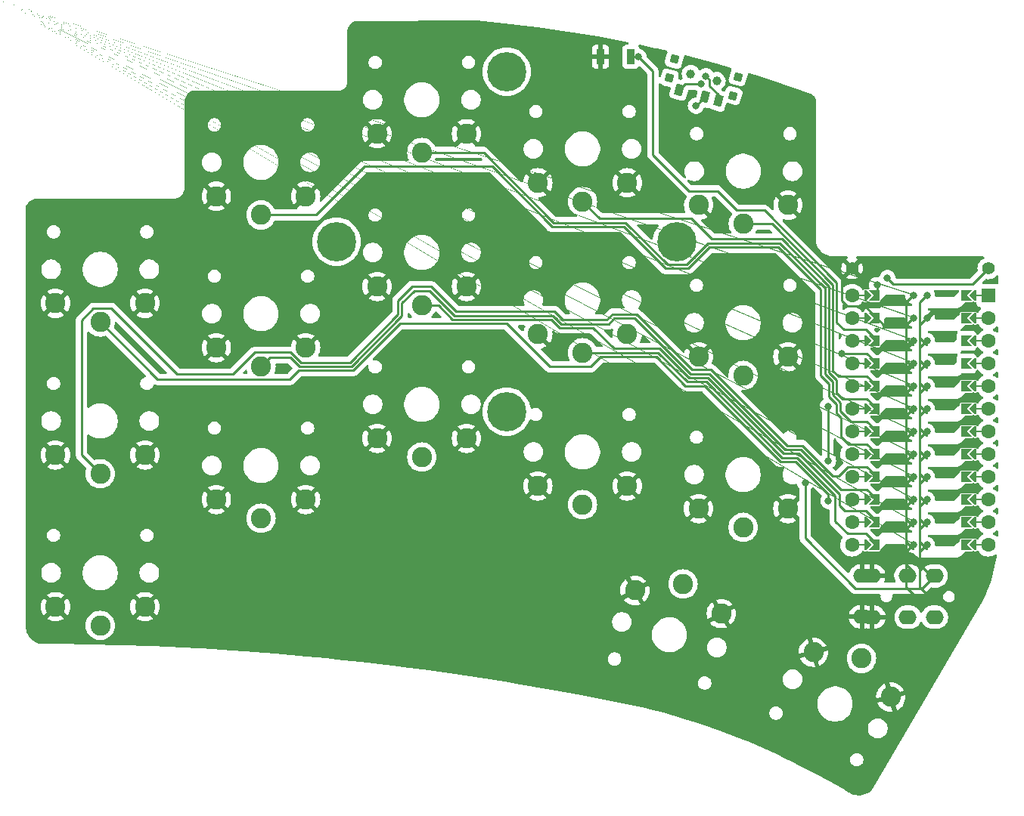
<source format=gbl>
G04 #@! TF.GenerationSoftware,KiCad,Pcbnew,8.0.5*
G04 #@! TF.CreationDate,2024-09-27T20:56:44+02:00*
G04 #@! TF.ProjectId,half-swept,68616c66-2d73-4776-9570-742e6b696361,rev?*
G04 #@! TF.SameCoordinates,Original*
G04 #@! TF.FileFunction,Copper,L2,Bot*
G04 #@! TF.FilePolarity,Positive*
%FSLAX46Y46*%
G04 Gerber Fmt 4.6, Leading zero omitted, Abs format (unit mm)*
G04 Created by KiCad (PCBNEW 8.0.5) date 2024-09-27 20:56:44*
%MOMM*%
%LPD*%
G01*
G04 APERTURE LIST*
G04 Aperture macros list*
%AMRotRect*
0 Rectangle, with rotation*
0 The origin of the aperture is its center*
0 $1 length*
0 $2 width*
0 $3 Rotation angle, in degrees counterclockwise*
0 Add horizontal line*
21,1,$1,$2,0,0,$3*%
%AMFreePoly0*
4,1,5,0.125000,-0.500000,-0.125000,-0.500000,-0.125000,0.500000,0.125000,0.500000,0.125000,-0.500000,0.125000,-0.500000,$1*%
%AMFreePoly1*
4,1,6,0.600000,0.200000,0.000000,-0.400000,-0.600000,0.200000,-0.600000,0.400000,0.600000,0.400000,0.600000,0.200000,0.600000,0.200000,$1*%
%AMFreePoly2*
4,1,6,0.600000,-0.250000,-0.600000,-0.250000,-0.600000,1.000000,0.000000,0.400000,0.600000,1.000000,0.600000,-0.250000,0.600000,-0.250000,$1*%
%AMFreePoly3*
4,1,51,0.008964,0.122598,0.024387,0.122598,0.052641,0.110894,0.062500,0.108253,0.064961,0.105791,0.069447,0.103934,0.103934,0.069447,0.105791,0.064961,0.108253,0.062500,0.110894,0.052643,0.122598,0.024387,0.122598,0.008964,0.125000,0.000000,0.122598,-0.008964,0.122598,-0.024386,0.110896,-0.052633,0.108253,-0.062500,0.105790,-0.064962,0.103934,-0.069446,0.088389,-0.088388,
-0.641000,-0.817776,-0.641000,-4.770223,0.088389,-5.499612,0.103934,-5.518554,0.122598,-5.563614,0.122598,-5.612387,0.103934,-5.657447,0.069447,-5.691934,0.024387,-5.710598,-0.024386,-5.710598,-0.069446,-5.691934,-0.088388,-5.676389,-0.854388,-4.910388,-0.869928,-4.891451,-0.869934,-4.891446,-0.888598,-4.846386,-0.891000,-4.822000,-0.891000,-0.766000,-0.888598,-0.741614,-0.869934,-0.696554,
-0.869928,-0.696548,-0.854388,-0.677612,-0.088388,0.088389,-0.069446,0.103934,-0.064962,0.105790,-0.062500,0.108253,-0.052633,0.110896,-0.024386,0.122598,-0.008964,0.122598,0.000000,0.125000,0.008964,0.122598,0.008964,0.122598,$1*%
G04 Aperture macros list end*
G04 #@! TA.AperFunction,ComponentPad*
%ADD10C,1.397000*%
G04 #@! TD*
G04 #@! TA.AperFunction,ComponentPad*
%ADD11O,2.000000X1.600000*%
G04 #@! TD*
G04 #@! TA.AperFunction,ComponentPad*
%ADD12C,2.262000*%
G04 #@! TD*
G04 #@! TA.AperFunction,ComponentPad*
%ADD13C,1.600000*%
G04 #@! TD*
G04 #@! TA.AperFunction,ComponentPad*
%ADD14R,1.600000X1.600000*%
G04 #@! TD*
G04 #@! TA.AperFunction,SMDPad,CuDef*
%ADD15FreePoly0,270.000000*%
G04 #@! TD*
G04 #@! TA.AperFunction,SMDPad,CuDef*
%ADD16FreePoly1,270.000000*%
G04 #@! TD*
G04 #@! TA.AperFunction,SMDPad,CuDef*
%ADD17FreePoly1,90.000000*%
G04 #@! TD*
G04 #@! TA.AperFunction,SMDPad,CuDef*
%ADD18FreePoly0,90.000000*%
G04 #@! TD*
G04 #@! TA.AperFunction,SMDPad,CuDef*
%ADD19FreePoly2,270.000000*%
G04 #@! TD*
G04 #@! TA.AperFunction,SMDPad,CuDef*
%ADD20FreePoly3,90.000000*%
G04 #@! TD*
G04 #@! TA.AperFunction,ComponentPad*
%ADD21C,0.800000*%
G04 #@! TD*
G04 #@! TA.AperFunction,SMDPad,CuDef*
%ADD22FreePoly3,270.000000*%
G04 #@! TD*
G04 #@! TA.AperFunction,SMDPad,CuDef*
%ADD23FreePoly2,90.000000*%
G04 #@! TD*
G04 #@! TA.AperFunction,ComponentPad*
%ADD24C,4.400000*%
G04 #@! TD*
G04 #@! TA.AperFunction,WasherPad*
%ADD25C,1.000000*%
G04 #@! TD*
G04 #@! TA.AperFunction,SMDPad,CuDef*
%ADD26RotRect,0.900000X0.900000X344.500000*%
G04 #@! TD*
G04 #@! TA.AperFunction,SMDPad,CuDef*
%ADD27RotRect,0.900000X1.250000X344.500000*%
G04 #@! TD*
G04 #@! TA.AperFunction,SMDPad,CuDef*
%ADD28R,0.900000X1.700000*%
G04 #@! TD*
G04 #@! TA.AperFunction,ViaPad*
%ADD29C,0.800000*%
G04 #@! TD*
G04 #@! TA.AperFunction,Conductor*
%ADD30C,0.250000*%
G04 #@! TD*
G04 APERTURE END LIST*
D10*
X126492000Y-45974000D03*
X111252000Y-45974000D03*
D11*
X117478000Y-80420000D03*
X117498000Y-85050000D03*
X120478000Y-80420000D03*
X120498000Y-85050000D03*
X112398000Y-80450000D03*
X112378000Y-85020000D03*
X113478000Y-80420000D03*
X113498000Y-85050000D03*
D12*
X27080000Y-51980000D03*
X22080000Y-49880000D03*
X32080000Y-49880000D03*
X45080000Y-39980000D03*
X40080000Y-37880000D03*
X50080000Y-37880000D03*
X63080000Y-32980000D03*
X58080000Y-30880000D03*
X68080000Y-30880000D03*
X81080000Y-38480000D03*
X76080000Y-36380000D03*
X86080000Y-36380000D03*
X99080000Y-40980000D03*
X94080000Y-38880000D03*
X104080000Y-38880000D03*
X27080000Y-68980000D03*
X22080000Y-66880000D03*
X32080000Y-66880000D03*
X45080000Y-56954000D03*
X40080000Y-54854000D03*
X50080000Y-54854000D03*
X63080000Y-50096000D03*
X58080000Y-47996000D03*
X68080000Y-47996000D03*
X81080000Y-55430000D03*
X76080000Y-53330000D03*
X86080000Y-53330000D03*
X99060000Y-57970000D03*
X94060000Y-55870000D03*
X104060000Y-55870000D03*
X27080000Y-85980000D03*
X22080000Y-83880000D03*
X32080000Y-83880000D03*
X45080000Y-73972000D03*
X40080000Y-71872000D03*
X50080000Y-71872000D03*
X63080000Y-67114000D03*
X58080000Y-65014000D03*
X68080000Y-65014000D03*
X81080000Y-72448000D03*
X76080000Y-70348000D03*
X86080000Y-70348000D03*
X99060000Y-74988000D03*
X94060000Y-72888000D03*
X104060000Y-72888000D03*
X112306000Y-89670450D03*
X115586127Y-93989103D03*
X106925873Y-88989103D03*
X92323032Y-81331038D03*
X96609142Y-84653577D03*
X86949883Y-82065387D03*
D13*
X126492000Y-49022000D03*
D14*
X126492000Y-49022000D03*
D15*
X125222000Y-49022000D03*
D16*
X124714000Y-49022000D03*
D17*
X113030000Y-49022000D03*
D18*
X112522000Y-49022000D03*
D13*
X111252000Y-49022000D03*
X126492000Y-51562000D03*
D15*
X125222000Y-51562000D03*
D16*
X124714000Y-51562000D03*
D17*
X113030000Y-51562000D03*
D18*
X112522000Y-51562000D03*
D13*
X111252000Y-51562000D03*
X126492000Y-54102000D03*
D15*
X125222000Y-54102000D03*
D16*
X124714000Y-54102000D03*
D17*
X113030000Y-54102000D03*
D18*
X112522000Y-54102000D03*
D13*
X111252000Y-54102000D03*
X126492000Y-56642000D03*
D15*
X125222000Y-56642000D03*
D16*
X124714000Y-56642000D03*
D17*
X113030000Y-56642000D03*
D18*
X112522000Y-56642000D03*
D13*
X111252000Y-56642000D03*
X126492000Y-59182000D03*
D15*
X125222000Y-59182000D03*
D16*
X124714000Y-59182000D03*
D17*
X113030000Y-59182000D03*
D18*
X112522000Y-59182000D03*
D13*
X111252000Y-59182000D03*
X126492000Y-61722000D03*
D15*
X125222000Y-61722000D03*
D16*
X124714000Y-61722000D03*
D17*
X113030000Y-61722000D03*
D18*
X112522000Y-61722000D03*
D13*
X111252000Y-61722000D03*
X126492000Y-64262000D03*
D15*
X125222000Y-64262000D03*
D16*
X124714000Y-64262000D03*
D17*
X113030000Y-64262000D03*
D18*
X112522000Y-64262000D03*
D13*
X111252000Y-64262000D03*
X126492000Y-66802000D03*
D15*
X125222000Y-66802000D03*
D16*
X124714000Y-66802000D03*
D17*
X113030000Y-66802000D03*
D18*
X112522000Y-66802000D03*
D13*
X111252000Y-66802000D03*
X126492000Y-69342000D03*
D15*
X125222000Y-69342000D03*
D16*
X124714000Y-69342000D03*
D17*
X113030000Y-69342000D03*
D18*
X112522000Y-69342000D03*
D13*
X111252000Y-69342000D03*
X126492000Y-71882000D03*
D15*
X125222000Y-71882000D03*
D16*
X124714000Y-71882000D03*
D17*
X113030000Y-71882000D03*
D18*
X112522000Y-71882000D03*
D13*
X111252000Y-71882000D03*
X126492000Y-74422000D03*
D15*
X125222000Y-74422000D03*
D16*
X124714000Y-74422000D03*
D17*
X113030000Y-74422000D03*
D18*
X112522000Y-74422000D03*
D13*
X111252000Y-74422000D03*
X126492000Y-76962000D03*
D15*
X125222000Y-76962000D03*
D16*
X124714000Y-76962000D03*
D17*
X113030000Y-76962000D03*
D18*
X112522000Y-76962000D03*
D13*
X111252000Y-76962000D03*
D19*
X123698000Y-49022000D03*
D20*
X118110000Y-49022000D03*
D21*
X118110000Y-49022000D03*
D19*
X123698000Y-51562000D03*
D20*
X118110000Y-51562000D03*
D21*
X118110000Y-51562000D03*
D19*
X123698000Y-54102000D03*
D20*
X118110000Y-54102000D03*
D21*
X118110000Y-54102000D03*
D19*
X123698000Y-56642000D03*
D20*
X118110000Y-56642000D03*
D21*
X118110000Y-56642000D03*
D19*
X123698000Y-59182000D03*
D20*
X118110000Y-59182000D03*
D21*
X118110000Y-59182000D03*
D19*
X123698000Y-61722000D03*
D20*
X118110000Y-61722000D03*
D21*
X118110000Y-61722000D03*
D19*
X123698000Y-64262000D03*
D20*
X118110000Y-64262000D03*
D21*
X118110000Y-64262000D03*
D19*
X123698000Y-66802000D03*
D20*
X118110000Y-66802000D03*
D21*
X118110000Y-66802000D03*
D19*
X123698000Y-69342000D03*
D20*
X118110000Y-69342000D03*
D21*
X118110000Y-69342000D03*
D19*
X123698000Y-71882000D03*
D20*
X118110000Y-71882000D03*
D21*
X118110000Y-71882000D03*
D19*
X123698000Y-74422000D03*
D20*
X118110000Y-74422000D03*
D21*
X118110000Y-74422000D03*
D19*
X123698000Y-76962000D03*
D20*
X118110000Y-76962000D03*
D21*
X118110000Y-76962000D03*
D22*
X119634000Y-76962000D03*
D21*
X119634000Y-76962000D03*
D23*
X114046000Y-76962000D03*
D22*
X119634000Y-74422000D03*
D21*
X119634000Y-74422000D03*
D23*
X114046000Y-74422000D03*
D22*
X119634000Y-71882000D03*
D21*
X119634000Y-71882000D03*
D23*
X114046000Y-71882000D03*
D22*
X119634000Y-69342000D03*
D21*
X119634000Y-69342000D03*
D23*
X114046000Y-69342000D03*
D22*
X119634000Y-66802000D03*
D21*
X119634000Y-66802000D03*
D23*
X114046000Y-66802000D03*
D22*
X119634000Y-64262000D03*
D21*
X119634000Y-64262000D03*
D23*
X114046000Y-64262000D03*
D22*
X119634000Y-61722000D03*
D21*
X119634000Y-61722000D03*
D23*
X114046000Y-61722000D03*
D22*
X119634000Y-59182000D03*
D21*
X119634000Y-59182000D03*
D23*
X114046000Y-59182000D03*
D22*
X119634000Y-56642000D03*
D21*
X119634000Y-56642000D03*
D23*
X114046000Y-56642000D03*
D22*
X119634000Y-54102000D03*
D21*
X119634000Y-54102000D03*
D23*
X114046000Y-54102000D03*
D22*
X119634000Y-51562000D03*
D21*
X119634000Y-51562000D03*
D23*
X114046000Y-51562000D03*
D22*
X119634000Y-49022000D03*
D21*
X119634000Y-49022000D03*
D23*
X114046000Y-49022000D03*
D24*
X53530000Y-42980000D03*
X72580000Y-23930000D03*
X72580000Y-62030000D03*
X91630000Y-42980000D03*
D25*
X93194954Y-24169715D03*
X96085846Y-24971431D03*
D26*
X90781005Y-24641785D03*
X91368931Y-22521798D03*
X97911869Y-26619348D03*
X98499795Y-24499361D03*
D27*
X91917712Y-25968820D03*
X94808603Y-26770534D03*
X96254049Y-27171393D03*
D28*
X86485200Y-22250400D03*
X83085200Y-22250400D03*
D29*
X115163600Y-52273200D03*
X109372400Y-45669200D03*
X89357200Y-22453600D03*
X106019600Y-70002400D03*
X110134400Y-55524400D03*
X108559600Y-67513200D03*
X108559600Y-61417200D03*
X87325200Y-22250400D03*
X108610400Y-72034400D03*
X94894400Y-24434800D03*
X114046000Y-47853600D03*
X115214400Y-47072415D03*
X93776800Y-27736800D03*
X94335600Y-25298400D03*
D30*
X112630511Y-50146511D02*
X110661711Y-50146511D01*
X110127489Y-47098511D02*
X111252000Y-45974000D01*
X114757200Y-52273200D02*
X114046000Y-51562000D01*
X110661711Y-50146511D02*
X110127489Y-49612289D01*
X114046000Y-51562000D02*
X112630511Y-50146511D01*
X115163600Y-52273200D02*
X114757200Y-52273200D01*
X110127489Y-49612289D02*
X110127489Y-47098511D01*
X108559600Y-67513200D02*
X108559600Y-61417200D01*
X111658400Y-81838800D02*
X119059200Y-81838800D01*
X110141311Y-55517489D02*
X112921489Y-55517489D01*
X112921489Y-55517489D02*
X114046000Y-56642000D01*
X119059200Y-81838800D02*
X120478000Y-80420000D01*
X106019600Y-70002400D02*
X106019600Y-76200000D01*
X110134400Y-55524400D02*
X110141311Y-55517489D01*
X106019600Y-76200000D02*
X111658400Y-81838800D01*
X86485200Y-22250400D02*
X87325200Y-22250400D01*
X87325200Y-22250400D02*
X88950800Y-23876000D01*
X88950800Y-33217792D02*
X93020208Y-37287200D01*
X88950800Y-23876000D02*
X88950800Y-33217792D01*
X96172452Y-37287200D02*
X98356852Y-39471600D01*
X109544880Y-52039280D02*
X110337600Y-52832000D01*
X93020208Y-37287200D02*
X96172452Y-37287200D01*
X109544880Y-47593566D02*
X109544880Y-52039280D01*
X98356852Y-39471600D02*
X101422914Y-39471600D01*
X101422914Y-39471600D02*
X109544880Y-47593566D01*
X110337600Y-52832000D02*
X112776000Y-52832000D01*
X112776000Y-52832000D02*
X114046000Y-54102000D01*
X108610400Y-71299954D02*
X104925246Y-67614800D01*
X60653557Y-52148560D02*
X55398597Y-57403520D01*
X49327280Y-57403520D02*
X48321289Y-58409511D01*
X103225600Y-67614800D02*
X94742000Y-59131200D01*
X81991200Y-56997600D02*
X77419200Y-56997600D01*
X83109280Y-55879520D02*
X81991200Y-56997600D01*
X72570160Y-52148560D02*
X60653557Y-52148560D01*
X48321289Y-58409511D02*
X33509511Y-58409511D01*
X108610400Y-72034400D02*
X108610400Y-71299954D01*
X94742000Y-59131200D02*
X92608400Y-59131200D01*
X55398597Y-57403520D02*
X49327280Y-57403520D01*
X92608400Y-59131200D02*
X89356720Y-55879520D01*
X77419200Y-56997600D02*
X72570160Y-52148560D01*
X33509511Y-58409511D02*
X27080000Y-51980000D01*
X89356720Y-55879520D02*
X83109280Y-55879520D01*
X104925246Y-67614800D02*
X103225600Y-67614800D01*
X108625760Y-60316396D02*
X109481680Y-61172316D01*
X108625760Y-58869314D02*
X108625760Y-60316396D01*
X95276118Y-43586400D02*
X102994846Y-43586400D01*
X85691920Y-41292720D02*
X90365520Y-45966320D01*
X110032800Y-64871600D02*
X110838689Y-65677489D01*
X110838689Y-65677489D02*
X112921489Y-65677489D01*
X109481680Y-62177698D02*
X110032800Y-62728818D01*
X90365520Y-45966320D02*
X92896198Y-45966320D01*
X70941483Y-34544000D02*
X77690203Y-41292720D01*
X110032800Y-62728818D02*
X110032800Y-64871600D01*
X102994846Y-43586400D02*
X107746800Y-48338354D01*
X45080000Y-39980000D02*
X51256800Y-39980000D01*
X109481680Y-61172316D02*
X109481680Y-62177698D01*
X51256800Y-39980000D02*
X56692800Y-34544000D01*
X112921489Y-65677489D02*
X114046000Y-66802000D01*
X107746800Y-57990354D02*
X108625760Y-58869314D01*
X92896198Y-45966320D02*
X95276118Y-43586400D01*
X56692800Y-34544000D02*
X70941483Y-34544000D01*
X107746800Y-48338354D02*
X107746800Y-57990354D01*
X77690203Y-41292720D02*
X85691920Y-41292720D01*
X103181044Y-43136880D02*
X108196320Y-48152156D01*
X92710000Y-45516800D02*
X95089921Y-43136880D01*
X63080000Y-32980000D02*
X70013200Y-32980000D01*
X95089921Y-43136880D02*
X103181044Y-43136880D01*
X109931200Y-61991500D02*
X111077189Y-63137489D01*
X112921489Y-63137489D02*
X114046000Y-64262000D01*
X90596601Y-45516800D02*
X92710000Y-45516800D01*
X85923001Y-40843200D02*
X90596601Y-45516800D01*
X108196320Y-57804156D02*
X109075280Y-58683116D01*
X109931200Y-60986118D02*
X109931200Y-61991500D01*
X70013200Y-32980000D02*
X77876400Y-40843200D01*
X108196320Y-48152156D02*
X108196320Y-57804156D01*
X109075280Y-58683116D02*
X109075280Y-60130198D01*
X77876400Y-40843200D02*
X85923001Y-40843200D01*
X109075280Y-60130198D02*
X109931200Y-60986118D01*
X111077189Y-63137489D02*
X112921489Y-63137489D01*
X109524800Y-58496918D02*
X109524800Y-59944000D01*
X108645840Y-47965958D02*
X108645840Y-57617958D01*
X108645840Y-57617958D02*
X109524800Y-58496918D01*
X110178289Y-60597489D02*
X112921489Y-60597489D01*
X109524800Y-59944000D02*
X110178289Y-60597489D01*
X103367242Y-42687360D02*
X108645840Y-47965958D01*
X95519360Y-42687360D02*
X103367242Y-42687360D01*
X81080000Y-38480000D02*
X82986000Y-40386000D01*
X82986000Y-40386000D02*
X93218000Y-40386000D01*
X93218000Y-40386000D02*
X95519360Y-42687360D01*
X112921489Y-60597489D02*
X114046000Y-61722000D01*
X102295600Y-40980000D02*
X109095360Y-47779763D01*
X109728000Y-58064400D02*
X110779300Y-58064400D01*
X110779300Y-58064400D02*
X110786211Y-58057489D01*
X110786211Y-58057489D02*
X112921489Y-58057489D01*
X109095360Y-57431760D02*
X109728000Y-58064400D01*
X99080000Y-40980000D02*
X102295600Y-40980000D01*
X112921489Y-58057489D02*
X114046000Y-59182000D01*
X109095360Y-47779763D02*
X109095360Y-57431760D01*
X103970392Y-65816720D02*
X105670037Y-65816720D01*
X105933359Y-66080043D02*
X109093716Y-69240400D01*
X109093716Y-69240400D02*
X109763300Y-69240400D01*
X24990979Y-66890979D02*
X24990979Y-51767821D01*
X66903600Y-50800000D02*
X77927200Y-50800000D01*
X41926209Y-57844991D02*
X44399200Y-55372000D01*
X87373843Y-51353772D02*
X93353192Y-57333120D01*
X105670037Y-65816720D02*
X105933359Y-66080043D01*
X78856960Y-51729760D02*
X83804640Y-51729760D01*
X110786211Y-68217489D02*
X112921489Y-68217489D01*
X95486792Y-57333120D02*
X103970392Y-65816720D01*
X55026202Y-56504480D02*
X60401200Y-51129482D01*
X64109600Y-48006000D02*
X66903600Y-50800000D01*
X84443951Y-51090449D02*
X87110521Y-51090449D01*
X48412400Y-55372000D02*
X49544880Y-56504480D01*
X109763300Y-69240400D02*
X110786211Y-68217489D01*
X61976000Y-48006000D02*
X64109600Y-48006000D01*
X87110521Y-51090449D02*
X87373843Y-51353772D01*
X60401200Y-49580800D02*
X61976000Y-48006000D01*
X28295600Y-50444400D02*
X35696191Y-57844991D01*
X93353192Y-57333120D02*
X95486792Y-57333120D01*
X83804640Y-51729760D02*
X84443951Y-51090449D01*
X49544880Y-56504480D02*
X55026202Y-56504480D01*
X27080000Y-68980000D02*
X24990979Y-66890979D01*
X35696191Y-57844991D02*
X41926209Y-57844991D01*
X77927200Y-50800000D02*
X78856960Y-51729760D01*
X26314400Y-50444400D02*
X28295600Y-50444400D01*
X24990979Y-51767821D02*
X26314400Y-50444400D01*
X44399200Y-55372000D02*
X48412400Y-55372000D01*
X60401200Y-51129482D02*
X60401200Y-49580800D01*
X112921489Y-68217489D02*
X114046000Y-69342000D01*
X103784194Y-66266240D02*
X105483839Y-66266240D01*
X86924323Y-51539969D02*
X93166994Y-57782640D01*
X93166994Y-57782640D02*
X95300594Y-57782640D01*
X95300594Y-57782640D02*
X103784194Y-66266240D01*
X109975089Y-70757489D02*
X112921489Y-70757489D01*
X112921489Y-70757489D02*
X114046000Y-71882000D01*
X60850720Y-49842480D02*
X62237680Y-48455520D01*
X48378602Y-55973920D02*
X49358683Y-56954000D01*
X46060080Y-55973920D02*
X48378602Y-55973920D01*
X62237680Y-48455520D02*
X63923403Y-48455520D01*
X60850720Y-51315679D02*
X60850720Y-49842480D01*
X45080000Y-56954000D02*
X46060080Y-55973920D01*
X66717403Y-51249520D02*
X77741002Y-51249520D01*
X84630149Y-51539969D02*
X86924323Y-51539969D01*
X78670762Y-52179280D02*
X83990838Y-52179280D01*
X105483839Y-66266240D02*
X109975089Y-70757489D01*
X63923403Y-48455520D02*
X66717403Y-51249520D01*
X55212400Y-56954000D02*
X60850720Y-51315679D01*
X49358683Y-56954000D02*
X55212400Y-56954000D01*
X77741002Y-51249520D02*
X78670762Y-52179280D01*
X83990838Y-52179280D02*
X84630149Y-51539969D01*
X84582000Y-54965600D02*
X89714236Y-54965600D01*
X109821920Y-71240039D02*
X109821920Y-72534720D01*
X64928165Y-50096000D02*
X66531206Y-51699040D01*
X109821920Y-72534720D02*
X110439200Y-73152000D01*
X89714236Y-54965600D02*
X92980796Y-58232160D01*
X63080000Y-50096000D02*
X64928165Y-50096000D01*
X103597996Y-66715760D02*
X105297641Y-66715760D01*
X95114396Y-58232160D02*
X103597996Y-66715760D01*
X82245200Y-52628800D02*
X84582000Y-54965600D01*
X66531206Y-51699040D02*
X77554804Y-51699040D01*
X92980796Y-58232160D02*
X95114396Y-58232160D01*
X112776000Y-73152000D02*
X114046000Y-74422000D01*
X78484565Y-52628800D02*
X82245200Y-52628800D01*
X110439200Y-73152000D02*
X112776000Y-73152000D01*
X105297641Y-66715760D02*
X109821920Y-71240039D01*
X77554804Y-51699040D02*
X78484565Y-52628800D01*
X112776000Y-75692000D02*
X114046000Y-76962000D01*
X105111444Y-67165280D02*
X109372400Y-71426236D01*
X110744000Y-75692000D02*
X112776000Y-75692000D01*
X103411798Y-67165280D02*
X105111444Y-67165280D01*
X81080000Y-55430000D02*
X89542918Y-55430000D01*
X89542918Y-55430000D02*
X92794598Y-58681680D01*
X109372400Y-71426236D02*
X109372400Y-74320400D01*
X94928198Y-58681680D02*
X103411798Y-67165280D01*
X109372400Y-74320400D02*
X110744000Y-75692000D01*
X92794598Y-58681680D02*
X94928198Y-58681680D01*
X94894400Y-24434800D02*
X95261325Y-24801725D01*
X114046000Y-47853600D02*
X114046000Y-49022000D01*
X95261325Y-24801725D02*
X95261325Y-25530080D01*
X96254049Y-26522804D02*
X96254049Y-27171393D01*
X95261325Y-25530080D02*
X96254049Y-26522804D01*
X115214400Y-47072415D02*
X115893985Y-47752000D01*
X124714000Y-47752000D02*
X126492000Y-45974000D01*
X93776800Y-27736800D02*
X93842337Y-27736800D01*
X93842337Y-27736800D02*
X94808603Y-26770534D01*
X115893985Y-47752000D02*
X124714000Y-47752000D01*
X92588132Y-25298400D02*
X94335600Y-25298400D01*
X91917712Y-25968820D02*
X92588132Y-25298400D01*
G04 #@! TA.AperFunction,Conductor*
G36*
X69296358Y-18226700D02*
G01*
X71544165Y-18431618D01*
X71546062Y-18431807D01*
X73796031Y-18672656D01*
X73797887Y-18672869D01*
X76043987Y-18949099D01*
X76045727Y-18949327D01*
X78287095Y-19260831D01*
X78288955Y-19261104D01*
X80525174Y-19607825D01*
X80526946Y-19608114D01*
X82757357Y-19989947D01*
X82759263Y-19990288D01*
X84983520Y-20407175D01*
X84985285Y-20407521D01*
X86138207Y-20642437D01*
X86200962Y-20675637D01*
X86235806Y-20737495D01*
X86231676Y-20808371D01*
X86189883Y-20865763D01*
X86123696Y-20891449D01*
X86113050Y-20891900D01*
X85986550Y-20891900D01*
X85926003Y-20898409D01*
X85925995Y-20898411D01*
X85788997Y-20949510D01*
X85788992Y-20949512D01*
X85671938Y-21037138D01*
X85584312Y-21154192D01*
X85584310Y-21154197D01*
X85533211Y-21291195D01*
X85533209Y-21291203D01*
X85526700Y-21351750D01*
X85526700Y-23149049D01*
X85533209Y-23209596D01*
X85533211Y-23209604D01*
X85584310Y-23346602D01*
X85584312Y-23346607D01*
X85671938Y-23463661D01*
X85788992Y-23551287D01*
X85788994Y-23551288D01*
X85788996Y-23551289D01*
X85848075Y-23573324D01*
X85925995Y-23602388D01*
X85926003Y-23602390D01*
X85986550Y-23608899D01*
X85986555Y-23608899D01*
X85986562Y-23608900D01*
X85986568Y-23608900D01*
X86983832Y-23608900D01*
X86983838Y-23608900D01*
X86983845Y-23608899D01*
X86983849Y-23608899D01*
X87044396Y-23602390D01*
X87044399Y-23602389D01*
X87044401Y-23602389D01*
X87181404Y-23551289D01*
X87181999Y-23550844D01*
X87298461Y-23463661D01*
X87358631Y-23383284D01*
X87415467Y-23340737D01*
X87486282Y-23335673D01*
X87548594Y-23369698D01*
X88280395Y-24101499D01*
X88314421Y-24163811D01*
X88317300Y-24190594D01*
X88317300Y-33280188D01*
X88320747Y-33297516D01*
X88341645Y-33402577D01*
X88389400Y-33517867D01*
X88458729Y-33621625D01*
X92528137Y-37691033D01*
X92616375Y-37779271D01*
X92656574Y-37806131D01*
X92668816Y-37814311D01*
X92714344Y-37868788D01*
X92723192Y-37939231D01*
X92706247Y-37984910D01*
X92615127Y-38133605D01*
X92516397Y-38371957D01*
X92456173Y-38622811D01*
X92435932Y-38880000D01*
X92456173Y-39137188D01*
X92516397Y-39388042D01*
X92595198Y-39578281D01*
X92602787Y-39648871D01*
X92571008Y-39712358D01*
X92509950Y-39748586D01*
X92478789Y-39752500D01*
X83300594Y-39752500D01*
X83232473Y-39732498D01*
X83211499Y-39715595D01*
X82656755Y-39160851D01*
X82622729Y-39098539D01*
X82627794Y-39027724D01*
X82629442Y-39023537D01*
X82633665Y-39013342D01*
X82644079Y-38988200D01*
X82704323Y-38737267D01*
X82724570Y-38480000D01*
X82704323Y-38222733D01*
X82644079Y-37971800D01*
X82545323Y-37733381D01*
X82410485Y-37513346D01*
X82334048Y-37423849D01*
X82242887Y-37317112D01*
X82046657Y-37149517D01*
X82046655Y-37149516D01*
X82046654Y-37149515D01*
X81826619Y-37014677D01*
X81818655Y-37011378D01*
X81588198Y-36915920D01*
X81416542Y-36874709D01*
X81337267Y-36855677D01*
X81080000Y-36835430D01*
X80822733Y-36855677D01*
X80571801Y-36915920D01*
X80333382Y-37014676D01*
X80113344Y-37149516D01*
X80113342Y-37149517D01*
X79917112Y-37317112D01*
X79749517Y-37513342D01*
X79749516Y-37513344D01*
X79614676Y-37733382D01*
X79515920Y-37971801D01*
X79455677Y-38222733D01*
X79435430Y-38480000D01*
X79455677Y-38737266D01*
X79515920Y-38988198D01*
X79577634Y-39137188D01*
X79614677Y-39226619D01*
X79746718Y-39442090D01*
X79749516Y-39446655D01*
X79749517Y-39446657D01*
X79917112Y-39642887D01*
X80113342Y-39810482D01*
X80113346Y-39810485D01*
X80333381Y-39945323D01*
X80386419Y-39967292D01*
X80441699Y-40011839D01*
X80464120Y-40079202D01*
X80446562Y-40147994D01*
X80394600Y-40196372D01*
X80338200Y-40209700D01*
X78190994Y-40209700D01*
X78122873Y-40189698D01*
X78101899Y-40172795D01*
X76155687Y-38226583D01*
X76121661Y-38164271D01*
X76126726Y-38093456D01*
X76169273Y-38036620D01*
X76234897Y-38011876D01*
X76337188Y-38003826D01*
X76588042Y-37943602D01*
X76826391Y-37844873D01*
X77046365Y-37710074D01*
X77048789Y-37708001D01*
X77048790Y-37708000D01*
X76400025Y-37059235D01*
X76435258Y-37044641D01*
X76558097Y-36962563D01*
X76662563Y-36858097D01*
X76744641Y-36735258D01*
X76759235Y-36700025D01*
X77408000Y-37348790D01*
X77408001Y-37348789D01*
X77410074Y-37346365D01*
X77544873Y-37126391D01*
X77643602Y-36888042D01*
X77703826Y-36637188D01*
X77724067Y-36380000D01*
X84435932Y-36380000D01*
X84456173Y-36637188D01*
X84516397Y-36888042D01*
X84615126Y-37126391D01*
X84749923Y-37346361D01*
X84751998Y-37348790D01*
X85400764Y-36700024D01*
X85415359Y-36735258D01*
X85497437Y-36858097D01*
X85601903Y-36962563D01*
X85724742Y-37044641D01*
X85759973Y-37059234D01*
X85111208Y-37708000D01*
X85111208Y-37708001D01*
X85113632Y-37710072D01*
X85113643Y-37710080D01*
X85333608Y-37844873D01*
X85571957Y-37943602D01*
X85822811Y-38003826D01*
X86080000Y-38024067D01*
X86337188Y-38003826D01*
X86588042Y-37943602D01*
X86826391Y-37844873D01*
X87046365Y-37710074D01*
X87048789Y-37708001D01*
X87048790Y-37708000D01*
X86400025Y-37059234D01*
X86435258Y-37044641D01*
X86558097Y-36962563D01*
X86662563Y-36858097D01*
X86744641Y-36735258D01*
X86759235Y-36700025D01*
X87408000Y-37348790D01*
X87408001Y-37348789D01*
X87410074Y-37346365D01*
X87544873Y-37126391D01*
X87643602Y-36888042D01*
X87703826Y-36637188D01*
X87724067Y-36380000D01*
X87703826Y-36122811D01*
X87643602Y-35871957D01*
X87544873Y-35633608D01*
X87410080Y-35413643D01*
X87410072Y-35413632D01*
X87408000Y-35411208D01*
X86759234Y-36059973D01*
X86744641Y-36024742D01*
X86662563Y-35901903D01*
X86558097Y-35797437D01*
X86435258Y-35715359D01*
X86400024Y-35700764D01*
X87048790Y-35051998D01*
X87046361Y-35049923D01*
X86826391Y-34915126D01*
X86588042Y-34816397D01*
X86337188Y-34756173D01*
X86080000Y-34735932D01*
X85822811Y-34756173D01*
X85571957Y-34816397D01*
X85333605Y-34915127D01*
X85113645Y-35049917D01*
X85111209Y-35051998D01*
X85111209Y-35051999D01*
X85759974Y-35700764D01*
X85724742Y-35715359D01*
X85601903Y-35797437D01*
X85497437Y-35901903D01*
X85415359Y-36024742D01*
X85400764Y-36059974D01*
X84751999Y-35411209D01*
X84751998Y-35411209D01*
X84749917Y-35413645D01*
X84615127Y-35633605D01*
X84516397Y-35871957D01*
X84456173Y-36122811D01*
X84435932Y-36380000D01*
X77724067Y-36380000D01*
X77703826Y-36122811D01*
X77643602Y-35871957D01*
X77544873Y-35633608D01*
X77410080Y-35413643D01*
X77410072Y-35413632D01*
X77408000Y-35411208D01*
X76759234Y-36059973D01*
X76744641Y-36024742D01*
X76662563Y-35901903D01*
X76558097Y-35797437D01*
X76435258Y-35715359D01*
X76400024Y-35700764D01*
X77048790Y-35051998D01*
X77046361Y-35049923D01*
X76826391Y-34915126D01*
X76588042Y-34816397D01*
X76337188Y-34756173D01*
X76080000Y-34735932D01*
X75822811Y-34756173D01*
X75571957Y-34816397D01*
X75333605Y-34915127D01*
X75113645Y-35049917D01*
X75111209Y-35051998D01*
X75111209Y-35051999D01*
X75759974Y-35700764D01*
X75724742Y-35715359D01*
X75601903Y-35797437D01*
X75497437Y-35901903D01*
X75415359Y-36024742D01*
X75400764Y-36059975D01*
X74751998Y-35411209D01*
X74749917Y-35413645D01*
X74615127Y-35633605D01*
X74516397Y-35871957D01*
X74456173Y-36122811D01*
X74448123Y-36225103D01*
X74422837Y-36291444D01*
X74365699Y-36333584D01*
X74294849Y-36338143D01*
X74233416Y-36304312D01*
X70422422Y-32493318D01*
X74478600Y-32493318D01*
X74478600Y-32666682D01*
X74487478Y-32722733D01*
X74505721Y-32837917D01*
X74553822Y-32985956D01*
X74559292Y-33002791D01*
X74637998Y-33157260D01*
X74638000Y-33157263D01*
X74739900Y-33297516D01*
X74862483Y-33420099D01*
X74893534Y-33442659D01*
X75002740Y-33522002D01*
X75157209Y-33600708D01*
X75322082Y-33654278D01*
X75322083Y-33654278D01*
X75322088Y-33654280D01*
X75493318Y-33681400D01*
X75493321Y-33681400D01*
X75666679Y-33681400D01*
X75666682Y-33681400D01*
X75837912Y-33654280D01*
X76002791Y-33600708D01*
X76157260Y-33522002D01*
X76297514Y-33420101D01*
X76420101Y-33297514D01*
X76522002Y-33157260D01*
X76600708Y-33002791D01*
X76654280Y-32837912D01*
X76681400Y-32666682D01*
X76681400Y-32493318D01*
X76674730Y-32451204D01*
X79115000Y-32451204D01*
X79115000Y-32708795D01*
X79148620Y-32964167D01*
X79148621Y-32964173D01*
X79148622Y-32964175D01*
X79215290Y-33212984D01*
X79313864Y-33450962D01*
X79313865Y-33450963D01*
X79313870Y-33450974D01*
X79442659Y-33674043D01*
X79599460Y-33878388D01*
X79599479Y-33878409D01*
X79781590Y-34060520D01*
X79781600Y-34060529D01*
X79781606Y-34060535D01*
X79781609Y-34060537D01*
X79781611Y-34060539D01*
X79985956Y-34217340D01*
X80209025Y-34346129D01*
X80209029Y-34346130D01*
X80209038Y-34346136D01*
X80447016Y-34444710D01*
X80695825Y-34511378D01*
X80695831Y-34511378D01*
X80695832Y-34511379D01*
X80725134Y-34515236D01*
X80951207Y-34545000D01*
X80951214Y-34545000D01*
X81208786Y-34545000D01*
X81208793Y-34545000D01*
X81464175Y-34511378D01*
X81712984Y-34444710D01*
X81950962Y-34346136D01*
X82174038Y-34217343D01*
X82174038Y-34217342D01*
X82174043Y-34217340D01*
X82292717Y-34126277D01*
X82378394Y-34060535D01*
X82560535Y-33878394D01*
X82653134Y-33757717D01*
X82717340Y-33674043D01*
X82730988Y-33650405D01*
X82846136Y-33450962D01*
X82944710Y-33212984D01*
X83011378Y-32964175D01*
X83045000Y-32708793D01*
X83045000Y-32493318D01*
X85478600Y-32493318D01*
X85478600Y-32666682D01*
X85487478Y-32722733D01*
X85505721Y-32837917D01*
X85553822Y-32985956D01*
X85559292Y-33002791D01*
X85637998Y-33157260D01*
X85638000Y-33157263D01*
X85739900Y-33297516D01*
X85862483Y-33420099D01*
X85893534Y-33442659D01*
X86002740Y-33522002D01*
X86157209Y-33600708D01*
X86322082Y-33654278D01*
X86322083Y-33654278D01*
X86322088Y-33654280D01*
X86493318Y-33681400D01*
X86493321Y-33681400D01*
X86666679Y-33681400D01*
X86666682Y-33681400D01*
X86837912Y-33654280D01*
X87002791Y-33600708D01*
X87157260Y-33522002D01*
X87297514Y-33420101D01*
X87420101Y-33297514D01*
X87522002Y-33157260D01*
X87600708Y-33002791D01*
X87654280Y-32837912D01*
X87681400Y-32666682D01*
X87681400Y-32493318D01*
X87654280Y-32322088D01*
X87600708Y-32157209D01*
X87522002Y-32002740D01*
X87420101Y-31862486D01*
X87420099Y-31862483D01*
X87297516Y-31739900D01*
X87157263Y-31638000D01*
X87157262Y-31637999D01*
X87157260Y-31637998D01*
X87002791Y-31559292D01*
X87002788Y-31559291D01*
X87002786Y-31559290D01*
X86837915Y-31505721D01*
X86837919Y-31505721D01*
X86806041Y-31500672D01*
X86666682Y-31478600D01*
X86493318Y-31478600D01*
X86322088Y-31505720D01*
X86322082Y-31505721D01*
X86157213Y-31559290D01*
X86157207Y-31559293D01*
X86002736Y-31638000D01*
X85862483Y-31739900D01*
X85739900Y-31862483D01*
X85638000Y-32002736D01*
X85559293Y-32157207D01*
X85559290Y-32157213D01*
X85505721Y-32322082D01*
X85505720Y-32322087D01*
X85505720Y-32322088D01*
X85478600Y-32493318D01*
X83045000Y-32493318D01*
X83045000Y-32451207D01*
X83011378Y-32195825D01*
X82944710Y-31947016D01*
X82846136Y-31709038D01*
X82846130Y-31709029D01*
X82846129Y-31709025D01*
X82717340Y-31485956D01*
X82560539Y-31281611D01*
X82560537Y-31281609D01*
X82560535Y-31281606D01*
X82560529Y-31281600D01*
X82560520Y-31281590D01*
X82378409Y-31099479D01*
X82378388Y-31099460D01*
X82174043Y-30942659D01*
X81950974Y-30813870D01*
X81950966Y-30813866D01*
X81950962Y-30813864D01*
X81712984Y-30715290D01*
X81464175Y-30648622D01*
X81464173Y-30648621D01*
X81464167Y-30648620D01*
X81208795Y-30615000D01*
X81208793Y-30615000D01*
X80951207Y-30615000D01*
X80951204Y-30615000D01*
X80695832Y-30648620D01*
X80644188Y-30662458D01*
X80447016Y-30715290D01*
X80226706Y-30806546D01*
X80209036Y-30813865D01*
X80209025Y-30813870D01*
X79985956Y-30942659D01*
X79781611Y-31099460D01*
X79781590Y-31099479D01*
X79599479Y-31281590D01*
X79599460Y-31281611D01*
X79442659Y-31485956D01*
X79313870Y-31709025D01*
X79313865Y-31709036D01*
X79215290Y-31947016D01*
X79148620Y-32195832D01*
X79115000Y-32451204D01*
X76674730Y-32451204D01*
X76654280Y-32322088D01*
X76600708Y-32157209D01*
X76522002Y-32002740D01*
X76420101Y-31862486D01*
X76420099Y-31862483D01*
X76297516Y-31739900D01*
X76157263Y-31638000D01*
X76157262Y-31637999D01*
X76157260Y-31637998D01*
X76002791Y-31559292D01*
X76002788Y-31559291D01*
X76002786Y-31559290D01*
X75837915Y-31505721D01*
X75837919Y-31505721D01*
X75806041Y-31500672D01*
X75666682Y-31478600D01*
X75493318Y-31478600D01*
X75322088Y-31505720D01*
X75322082Y-31505721D01*
X75157213Y-31559290D01*
X75157207Y-31559293D01*
X75002736Y-31638000D01*
X74862483Y-31739900D01*
X74739900Y-31862483D01*
X74638000Y-32002736D01*
X74559293Y-32157207D01*
X74559290Y-32157213D01*
X74505721Y-32322082D01*
X74505720Y-32322087D01*
X74505720Y-32322088D01*
X74478600Y-32493318D01*
X70422422Y-32493318D01*
X70417035Y-32487931D01*
X70417033Y-32487929D01*
X70313275Y-32418600D01*
X70197985Y-32370845D01*
X70124286Y-32356185D01*
X70075596Y-32346500D01*
X70075594Y-32346500D01*
X69174398Y-32346500D01*
X69106277Y-32326498D01*
X69059784Y-32272842D01*
X69048494Y-32215579D01*
X69048790Y-32208000D01*
X68400025Y-31559234D01*
X68435258Y-31544641D01*
X68558097Y-31462563D01*
X68662563Y-31358097D01*
X68744641Y-31235258D01*
X68759235Y-31200025D01*
X69408000Y-31848790D01*
X69408001Y-31848789D01*
X69410074Y-31846365D01*
X69544873Y-31626391D01*
X69643602Y-31388042D01*
X69703826Y-31137188D01*
X69724067Y-30880000D01*
X69703826Y-30622811D01*
X69643602Y-30371957D01*
X69544873Y-30133608D01*
X69410080Y-29913643D01*
X69410072Y-29913632D01*
X69408000Y-29911208D01*
X68759234Y-30559973D01*
X68744641Y-30524742D01*
X68662563Y-30401903D01*
X68558097Y-30297437D01*
X68435258Y-30215359D01*
X68400024Y-30200764D01*
X69048790Y-29551998D01*
X69046361Y-29549923D01*
X68826391Y-29415126D01*
X68588042Y-29316397D01*
X68337188Y-29256173D01*
X68080000Y-29235932D01*
X67822811Y-29256173D01*
X67571957Y-29316397D01*
X67333605Y-29415127D01*
X67113645Y-29549917D01*
X67111209Y-29551998D01*
X67111209Y-29551999D01*
X67759974Y-30200764D01*
X67724742Y-30215359D01*
X67601903Y-30297437D01*
X67497437Y-30401903D01*
X67415359Y-30524742D01*
X67400764Y-30559974D01*
X66751999Y-29911209D01*
X66751998Y-29911209D01*
X66749917Y-29913645D01*
X66615127Y-30133605D01*
X66516397Y-30371957D01*
X66456173Y-30622811D01*
X66435932Y-30880000D01*
X66456173Y-31137188D01*
X66516397Y-31388042D01*
X66615126Y-31626391D01*
X66749923Y-31846361D01*
X66751998Y-31848790D01*
X67400764Y-31200024D01*
X67415359Y-31235258D01*
X67497437Y-31358097D01*
X67601903Y-31462563D01*
X67724742Y-31544641D01*
X67759973Y-31559234D01*
X67111208Y-32208000D01*
X67111505Y-32215567D01*
X67094186Y-32284418D01*
X67042392Y-32332976D01*
X66985602Y-32346500D01*
X64676369Y-32346500D01*
X64608248Y-32326498D01*
X64561755Y-32272842D01*
X64559961Y-32268719D01*
X64545325Y-32233385D01*
X64545323Y-32233381D01*
X64410485Y-32013346D01*
X64401427Y-32002740D01*
X64242887Y-31817112D01*
X64046657Y-31649517D01*
X64046655Y-31649516D01*
X64046654Y-31649515D01*
X63826619Y-31514677D01*
X63804998Y-31505721D01*
X63588198Y-31415920D01*
X63416542Y-31374709D01*
X63337267Y-31355677D01*
X63080000Y-31335430D01*
X62822733Y-31355677D01*
X62571801Y-31415920D01*
X62333382Y-31514676D01*
X62113344Y-31649516D01*
X62113342Y-31649517D01*
X61917112Y-31817112D01*
X61749517Y-32013342D01*
X61749516Y-32013344D01*
X61614676Y-32233382D01*
X61515920Y-32471801D01*
X61469135Y-32666678D01*
X61455677Y-32722733D01*
X61435430Y-32980000D01*
X61455677Y-33237267D01*
X61470141Y-33297514D01*
X61515920Y-33488198D01*
X61614676Y-33726617D01*
X61615023Y-33727297D01*
X61615076Y-33727583D01*
X61616572Y-33731193D01*
X61615813Y-33731507D01*
X61628127Y-33797073D01*
X61601427Y-33862858D01*
X61543400Y-33903765D01*
X61502756Y-33910500D01*
X56630403Y-33910500D01*
X56557368Y-33925028D01*
X56508015Y-33934845D01*
X56508013Y-33934845D01*
X56508012Y-33934846D01*
X56392723Y-33982601D01*
X56288971Y-34051926D01*
X56288964Y-34051931D01*
X51861810Y-38479085D01*
X51799498Y-38513111D01*
X51728683Y-38508046D01*
X51671847Y-38465499D01*
X51647036Y-38398979D01*
X51650196Y-38360576D01*
X51703826Y-38137188D01*
X51724067Y-37880000D01*
X51703826Y-37622811D01*
X51643602Y-37371957D01*
X51544873Y-37133608D01*
X51410080Y-36913643D01*
X51410072Y-36913632D01*
X51408000Y-36911208D01*
X50759234Y-37559974D01*
X50744641Y-37524742D01*
X50662563Y-37401903D01*
X50558097Y-37297437D01*
X50435258Y-37215359D01*
X50400024Y-37200764D01*
X51048790Y-36551998D01*
X51046361Y-36549923D01*
X50826391Y-36415126D01*
X50588042Y-36316397D01*
X50337188Y-36256173D01*
X50080000Y-36235932D01*
X49822811Y-36256173D01*
X49571957Y-36316397D01*
X49333605Y-36415127D01*
X49113645Y-36549917D01*
X49111209Y-36551998D01*
X49111209Y-36551999D01*
X49759974Y-37200764D01*
X49724742Y-37215359D01*
X49601903Y-37297437D01*
X49497437Y-37401903D01*
X49415359Y-37524742D01*
X49400764Y-37559974D01*
X48751999Y-36911209D01*
X48751998Y-36911209D01*
X48749917Y-36913645D01*
X48615127Y-37133605D01*
X48516397Y-37371957D01*
X48456173Y-37622811D01*
X48435932Y-37880000D01*
X48456173Y-38137188D01*
X48516397Y-38388042D01*
X48615126Y-38626391D01*
X48749923Y-38846361D01*
X48751998Y-38848790D01*
X49400764Y-38200024D01*
X49415359Y-38235258D01*
X49497437Y-38358097D01*
X49601903Y-38462563D01*
X49724742Y-38544641D01*
X49759974Y-38559234D01*
X49111208Y-39208000D01*
X49111505Y-39215567D01*
X49094186Y-39284418D01*
X49042392Y-39332976D01*
X48985602Y-39346500D01*
X46676369Y-39346500D01*
X46608248Y-39326498D01*
X46561755Y-39272842D01*
X46559961Y-39268719D01*
X46545325Y-39233385D01*
X46541178Y-39226617D01*
X46410485Y-39013346D01*
X46389011Y-38988203D01*
X46242887Y-38817112D01*
X46046657Y-38649517D01*
X46046655Y-38649516D01*
X46046654Y-38649515D01*
X45826619Y-38514677D01*
X45822839Y-38513111D01*
X45588198Y-38415920D01*
X45405078Y-38371957D01*
X45337267Y-38355677D01*
X45080000Y-38335430D01*
X44822733Y-38355677D01*
X44571801Y-38415920D01*
X44333382Y-38514676D01*
X44113344Y-38649516D01*
X44113342Y-38649517D01*
X43917112Y-38817112D01*
X43749517Y-39013342D01*
X43749516Y-39013344D01*
X43614676Y-39233382D01*
X43515920Y-39471801D01*
X43477940Y-39630000D01*
X43455677Y-39722733D01*
X43435430Y-39980000D01*
X43453507Y-40209700D01*
X43455677Y-40237266D01*
X43515920Y-40488198D01*
X43609093Y-40713137D01*
X43614677Y-40726619D01*
X43627089Y-40746874D01*
X43749516Y-40946655D01*
X43749517Y-40946657D01*
X43917112Y-41142887D01*
X44113342Y-41310482D01*
X44113346Y-41310485D01*
X44333381Y-41445323D01*
X44571800Y-41544079D01*
X44822733Y-41604323D01*
X45080000Y-41624570D01*
X45337267Y-41604323D01*
X45588200Y-41544079D01*
X45826619Y-41445323D01*
X46046654Y-41310485D01*
X46242887Y-41142887D01*
X46410485Y-40946654D01*
X46545323Y-40726619D01*
X46550907Y-40713139D01*
X46559961Y-40691281D01*
X46604509Y-40636000D01*
X46671873Y-40613580D01*
X46676369Y-40613500D01*
X51319193Y-40613500D01*
X51319194Y-40613500D01*
X51441585Y-40589155D01*
X51556875Y-40541400D01*
X51660633Y-40472071D01*
X52210165Y-39922539D01*
X57114200Y-39922539D01*
X57114200Y-40069460D01*
X57129822Y-40147994D01*
X57142860Y-40213542D01*
X57199080Y-40349269D01*
X57253615Y-40430887D01*
X57280698Y-40471419D01*
X57280703Y-40471425D01*
X57384574Y-40575296D01*
X57384580Y-40575301D01*
X57506731Y-40656920D01*
X57642458Y-40713140D01*
X57766521Y-40737817D01*
X57786539Y-40741799D01*
X57786542Y-40741799D01*
X57786545Y-40741800D01*
X57786546Y-40741800D01*
X57933454Y-40741800D01*
X57933455Y-40741800D01*
X58077542Y-40713140D01*
X58213269Y-40656920D01*
X58335420Y-40575301D01*
X58439301Y-40471420D01*
X58520920Y-40349269D01*
X58577140Y-40213542D01*
X58605800Y-40069455D01*
X58605800Y-39922545D01*
X58605799Y-39922539D01*
X67554200Y-39922539D01*
X67554200Y-40069460D01*
X67569822Y-40147994D01*
X67582860Y-40213542D01*
X67639080Y-40349269D01*
X67693615Y-40430887D01*
X67720698Y-40471419D01*
X67720703Y-40471425D01*
X67824574Y-40575296D01*
X67824580Y-40575301D01*
X67946731Y-40656920D01*
X68082458Y-40713140D01*
X68206521Y-40737817D01*
X68226539Y-40741799D01*
X68226542Y-40741799D01*
X68226545Y-40741800D01*
X68226546Y-40741800D01*
X68373454Y-40741800D01*
X68373455Y-40741800D01*
X68517542Y-40713140D01*
X68653269Y-40656920D01*
X68775420Y-40575301D01*
X68879301Y-40471420D01*
X68960920Y-40349269D01*
X69017140Y-40213542D01*
X69045800Y-40069455D01*
X69045800Y-39922545D01*
X69017140Y-39778458D01*
X68960920Y-39642731D01*
X68879301Y-39520580D01*
X68879296Y-39520574D01*
X68775425Y-39416703D01*
X68775419Y-39416698D01*
X68687716Y-39358097D01*
X68653269Y-39335080D01*
X68517542Y-39278860D01*
X68466559Y-39268719D01*
X68373460Y-39250200D01*
X68373455Y-39250200D01*
X68226545Y-39250200D01*
X68226539Y-39250200D01*
X68112713Y-39272842D01*
X68082458Y-39278860D01*
X68082455Y-39278860D01*
X68082452Y-39278862D01*
X67946731Y-39335080D01*
X67824580Y-39416698D01*
X67824574Y-39416703D01*
X67720703Y-39520574D01*
X67720698Y-39520580D01*
X67639080Y-39642731D01*
X67582862Y-39778452D01*
X67582860Y-39778459D01*
X67554200Y-39922539D01*
X58605799Y-39922539D01*
X58577140Y-39778458D01*
X58520920Y-39642731D01*
X58439301Y-39520580D01*
X58439296Y-39520574D01*
X58335425Y-39416703D01*
X58335419Y-39416698D01*
X58247716Y-39358097D01*
X58213269Y-39335080D01*
X58077542Y-39278860D01*
X58026559Y-39268719D01*
X57933460Y-39250200D01*
X57933455Y-39250200D01*
X57786545Y-39250200D01*
X57786539Y-39250200D01*
X57672713Y-39272842D01*
X57642458Y-39278860D01*
X57642455Y-39278860D01*
X57642452Y-39278862D01*
X57506731Y-39335080D01*
X57384580Y-39416698D01*
X57384574Y-39416703D01*
X57280703Y-39520574D01*
X57280698Y-39520580D01*
X57199080Y-39642731D01*
X57142862Y-39778452D01*
X57142860Y-39778459D01*
X57114200Y-39922539D01*
X52210165Y-39922539D01*
X56918299Y-35214405D01*
X56980611Y-35180379D01*
X57007394Y-35177500D01*
X70626889Y-35177500D01*
X70695010Y-35197502D01*
X70715984Y-35214405D01*
X77198132Y-41696553D01*
X77286370Y-41784791D01*
X77390128Y-41854120D01*
X77505418Y-41901875D01*
X77627809Y-41926220D01*
X85377326Y-41926220D01*
X85445447Y-41946222D01*
X85466421Y-41963125D01*
X89961681Y-46458387D01*
X89961686Y-46458391D01*
X89961687Y-46458392D01*
X90065445Y-46527721D01*
X90146967Y-46561488D01*
X90180735Y-46575475D01*
X90303126Y-46599820D01*
X90303127Y-46599820D01*
X92958591Y-46599820D01*
X92958592Y-46599820D01*
X93080983Y-46575475D01*
X93196273Y-46527720D01*
X93300031Y-46458391D01*
X95501617Y-44256805D01*
X95563929Y-44222779D01*
X95590712Y-44219900D01*
X102680252Y-44219900D01*
X102748373Y-44239902D01*
X102769347Y-44256805D01*
X107076395Y-48563853D01*
X107110421Y-48626165D01*
X107113300Y-48652948D01*
X107113300Y-58052750D01*
X107122985Y-58101440D01*
X107137645Y-58175139D01*
X107185400Y-58290429D01*
X107254729Y-58394187D01*
X107254731Y-58394189D01*
X107955355Y-59094813D01*
X107989381Y-59157125D01*
X107992260Y-59183908D01*
X107992260Y-60378792D01*
X107993440Y-60384722D01*
X108016605Y-60501181D01*
X108016606Y-60501183D01*
X108016607Y-60501188D01*
X108038310Y-60553583D01*
X108045900Y-60624173D01*
X108014121Y-60687660D01*
X107995964Y-60703737D01*
X107948345Y-60738334D01*
X107948343Y-60738336D01*
X107820565Y-60880248D01*
X107820558Y-60880258D01*
X107725076Y-61045638D01*
X107725073Y-61045644D01*
X107720412Y-61059989D01*
X107666057Y-61227272D01*
X107646096Y-61417200D01*
X107666057Y-61607127D01*
X107696126Y-61699670D01*
X107725073Y-61788756D01*
X107748595Y-61829498D01*
X107818217Y-61950087D01*
X107820560Y-61954144D01*
X107893737Y-62035415D01*
X107924453Y-62099420D01*
X107926100Y-62119724D01*
X107926100Y-66810674D01*
X107906098Y-66878795D01*
X107893736Y-66894985D01*
X107864353Y-66927618D01*
X107803907Y-66964857D01*
X107732923Y-66963505D01*
X107681622Y-66932402D01*
X106354360Y-65605140D01*
X106073870Y-65324648D01*
X106000214Y-65275433D01*
X105970113Y-65255320D01*
X105922358Y-65235539D01*
X105922357Y-65235538D01*
X105854825Y-65207566D01*
X105854822Y-65207565D01*
X105844516Y-65205515D01*
X105756777Y-65188062D01*
X105756775Y-65188061D01*
X105732438Y-65183220D01*
X105732432Y-65183220D01*
X105732431Y-65183220D01*
X105135220Y-65183220D01*
X105067099Y-65163218D01*
X105020606Y-65109562D01*
X105010502Y-65039288D01*
X105011641Y-65032639D01*
X105025799Y-64961460D01*
X105025800Y-64961453D01*
X105025800Y-64814546D01*
X105025799Y-64814539D01*
X105019300Y-64781865D01*
X104997140Y-64670458D01*
X104940920Y-64534731D01*
X104859301Y-64412580D01*
X104859296Y-64412574D01*
X104755425Y-64308703D01*
X104755419Y-64308698D01*
X104693923Y-64267608D01*
X104633269Y-64227080D01*
X104517423Y-64179095D01*
X104497547Y-64170862D01*
X104497546Y-64170861D01*
X104497542Y-64170860D01*
X104456374Y-64162671D01*
X104353460Y-64142200D01*
X104353455Y-64142200D01*
X104206545Y-64142200D01*
X104206539Y-64142200D01*
X104083041Y-64166765D01*
X104062458Y-64170860D01*
X104062455Y-64170860D01*
X104062452Y-64170862D01*
X103926731Y-64227080D01*
X103804580Y-64308698D01*
X103804574Y-64308703D01*
X103700703Y-64412574D01*
X103700698Y-64412580D01*
X103690449Y-64427920D01*
X103635972Y-64473448D01*
X103565529Y-64482296D01*
X103501485Y-64451654D01*
X103496589Y-64447013D01*
X98871833Y-59822257D01*
X98837807Y-59759945D01*
X98842872Y-59689130D01*
X98885419Y-59632294D01*
X98951939Y-59607483D01*
X98970800Y-59607549D01*
X99060000Y-59614570D01*
X99317267Y-59594323D01*
X99568200Y-59534079D01*
X99806619Y-59435323D01*
X100026654Y-59300485D01*
X100222887Y-59132887D01*
X100390485Y-58936654D01*
X100525323Y-58716619D01*
X100624079Y-58478200D01*
X100684323Y-58227267D01*
X100704570Y-57970000D01*
X100684323Y-57712733D01*
X100624079Y-57461800D01*
X100525323Y-57223381D01*
X100390485Y-57003346D01*
X100348339Y-56953999D01*
X100222887Y-56807112D01*
X100026657Y-56639517D01*
X100026655Y-56639516D01*
X100026654Y-56639515D01*
X99806619Y-56504677D01*
X99680805Y-56452563D01*
X99568198Y-56405920D01*
X99365955Y-56357366D01*
X99317267Y-56345677D01*
X99060000Y-56325430D01*
X98802733Y-56345677D01*
X98551801Y-56405920D01*
X98313382Y-56504676D01*
X98093344Y-56639516D01*
X98093342Y-56639517D01*
X97897112Y-56807112D01*
X97729517Y-57003342D01*
X97729516Y-57003344D01*
X97594676Y-57223382D01*
X97495920Y-57461801D01*
X97445364Y-57672383D01*
X97435677Y-57712733D01*
X97415430Y-57970000D01*
X97420704Y-58037020D01*
X97422449Y-58059186D01*
X97407853Y-58128666D01*
X97358010Y-58179225D01*
X97288745Y-58194811D01*
X97222050Y-58170475D01*
X97207742Y-58158166D01*
X95890627Y-56841051D01*
X95890625Y-56841049D01*
X95786867Y-56771720D01*
X95693619Y-56733095D01*
X95671576Y-56723964D01*
X95645453Y-56718768D01*
X95582544Y-56685860D01*
X95547414Y-56624164D01*
X95551215Y-56553270D01*
X95553629Y-56546971D01*
X95623600Y-56378048D01*
X95683826Y-56127188D01*
X95704067Y-55870000D01*
X102415932Y-55870000D01*
X102436173Y-56127188D01*
X102496397Y-56378042D01*
X102595126Y-56616391D01*
X102729923Y-56836361D01*
X102731998Y-56838790D01*
X103380764Y-56190024D01*
X103395359Y-56225258D01*
X103477437Y-56348097D01*
X103581903Y-56452563D01*
X103704742Y-56534641D01*
X103739973Y-56549234D01*
X103091208Y-57198000D01*
X103091208Y-57198001D01*
X103093632Y-57200072D01*
X103093643Y-57200080D01*
X103313608Y-57334873D01*
X103551957Y-57433602D01*
X103802811Y-57493826D01*
X104060000Y-57514067D01*
X104317188Y-57493826D01*
X104568042Y-57433602D01*
X104806391Y-57334873D01*
X105026365Y-57200074D01*
X105028789Y-57198001D01*
X105028790Y-57198000D01*
X104380025Y-56549234D01*
X104415258Y-56534641D01*
X104538097Y-56452563D01*
X104642563Y-56348097D01*
X104724641Y-56225258D01*
X104739235Y-56190025D01*
X105388000Y-56838790D01*
X105388001Y-56838789D01*
X105390074Y-56836365D01*
X105524873Y-56616391D01*
X105623602Y-56378042D01*
X105683826Y-56127188D01*
X105704067Y-55870000D01*
X105683826Y-55612811D01*
X105623602Y-55361957D01*
X105524873Y-55123608D01*
X105390080Y-54903643D01*
X105390072Y-54903632D01*
X105388000Y-54901208D01*
X104739234Y-55549973D01*
X104724641Y-55514742D01*
X104642563Y-55391903D01*
X104538097Y-55287437D01*
X104415258Y-55205359D01*
X104380024Y-55190764D01*
X105028790Y-54541998D01*
X105026361Y-54539923D01*
X104806391Y-54405126D01*
X104568042Y-54306397D01*
X104317188Y-54246173D01*
X104060000Y-54225932D01*
X103802811Y-54246173D01*
X103551957Y-54306397D01*
X103313605Y-54405127D01*
X103093645Y-54539917D01*
X103091209Y-54541998D01*
X103091209Y-54541999D01*
X103739974Y-55190764D01*
X103704742Y-55205359D01*
X103581903Y-55287437D01*
X103477437Y-55391903D01*
X103395359Y-55514742D01*
X103380764Y-55549974D01*
X102731999Y-54901209D01*
X102731998Y-54901209D01*
X102729917Y-54903645D01*
X102595127Y-55123605D01*
X102496397Y-55361957D01*
X102436173Y-55612811D01*
X102415932Y-55870000D01*
X95704067Y-55870000D01*
X95683826Y-55612811D01*
X95623602Y-55361957D01*
X95524873Y-55123608D01*
X95390080Y-54903643D01*
X95390072Y-54903632D01*
X95388000Y-54901208D01*
X94739234Y-55549973D01*
X94724641Y-55514742D01*
X94642563Y-55391903D01*
X94538097Y-55287437D01*
X94415258Y-55205359D01*
X94380024Y-55190764D01*
X95028790Y-54541998D01*
X95026361Y-54539923D01*
X94806391Y-54405126D01*
X94568042Y-54306397D01*
X94317188Y-54246173D01*
X94060000Y-54225932D01*
X93802811Y-54246173D01*
X93551957Y-54306397D01*
X93313605Y-54405127D01*
X93093645Y-54539917D01*
X93091209Y-54541998D01*
X93091209Y-54541999D01*
X93739974Y-55190764D01*
X93704742Y-55205359D01*
X93581903Y-55287437D01*
X93477437Y-55391903D01*
X93395359Y-55514742D01*
X93380764Y-55549975D01*
X92731998Y-54901209D01*
X92729917Y-54903645D01*
X92595127Y-55123605D01*
X92504574Y-55342217D01*
X92460025Y-55397497D01*
X92392662Y-55419918D01*
X92323870Y-55402359D01*
X92299070Y-55383093D01*
X88899293Y-51983318D01*
X92458600Y-51983318D01*
X92458600Y-52156682D01*
X92485720Y-52327912D01*
X92485721Y-52327917D01*
X92537800Y-52488200D01*
X92539292Y-52492791D01*
X92617998Y-52647260D01*
X92618000Y-52647263D01*
X92719900Y-52787516D01*
X92842483Y-52910099D01*
X92920050Y-52966455D01*
X92982740Y-53012002D01*
X93137209Y-53090708D01*
X93302082Y-53144278D01*
X93302083Y-53144278D01*
X93302088Y-53144280D01*
X93473318Y-53171400D01*
X93473321Y-53171400D01*
X93646679Y-53171400D01*
X93646682Y-53171400D01*
X93817912Y-53144280D01*
X93982791Y-53090708D01*
X94137260Y-53012002D01*
X94277514Y-52910101D01*
X94400101Y-52787514D01*
X94502002Y-52647260D01*
X94580708Y-52492791D01*
X94634280Y-52327912D01*
X94661400Y-52156682D01*
X94661400Y-51983318D01*
X94654730Y-51941204D01*
X97095000Y-51941204D01*
X97095000Y-52198795D01*
X97128620Y-52454167D01*
X97128621Y-52454173D01*
X97128622Y-52454175D01*
X97195290Y-52702984D01*
X97293864Y-52940962D01*
X97293865Y-52940963D01*
X97293870Y-52940974D01*
X97422659Y-53164043D01*
X97579460Y-53368388D01*
X97579479Y-53368409D01*
X97761590Y-53550520D01*
X97761600Y-53550529D01*
X97761606Y-53550535D01*
X97761609Y-53550537D01*
X97761611Y-53550539D01*
X97965956Y-53707340D01*
X98189025Y-53836129D01*
X98189029Y-53836130D01*
X98189038Y-53836136D01*
X98427016Y-53934710D01*
X98675825Y-54001378D01*
X98675831Y-54001378D01*
X98675832Y-54001379D01*
X98705134Y-54005236D01*
X98931207Y-54035000D01*
X98931214Y-54035000D01*
X99188786Y-54035000D01*
X99188793Y-54035000D01*
X99444175Y-54001378D01*
X99692984Y-53934710D01*
X99930962Y-53836136D01*
X100154038Y-53707343D01*
X100154038Y-53707342D01*
X100154043Y-53707340D01*
X100288297Y-53604322D01*
X100358394Y-53550535D01*
X100540535Y-53368394D01*
X100621945Y-53262299D01*
X100697340Y-53164043D01*
X100709555Y-53142887D01*
X100826136Y-52940962D01*
X100924710Y-52702984D01*
X100991378Y-52454175D01*
X101025000Y-52198793D01*
X101025000Y-51983318D01*
X103458600Y-51983318D01*
X103458600Y-52156682D01*
X103485720Y-52327912D01*
X103485721Y-52327917D01*
X103537800Y-52488200D01*
X103539292Y-52492791D01*
X103617998Y-52647260D01*
X103618000Y-52647263D01*
X103719900Y-52787516D01*
X103842483Y-52910099D01*
X103920050Y-52966455D01*
X103982740Y-53012002D01*
X104137209Y-53090708D01*
X104302082Y-53144278D01*
X104302083Y-53144278D01*
X104302088Y-53144280D01*
X104473318Y-53171400D01*
X104473321Y-53171400D01*
X104646679Y-53171400D01*
X104646682Y-53171400D01*
X104817912Y-53144280D01*
X104982791Y-53090708D01*
X105137260Y-53012002D01*
X105277514Y-52910101D01*
X105400101Y-52787514D01*
X105502002Y-52647260D01*
X105580708Y-52492791D01*
X105634280Y-52327912D01*
X105661400Y-52156682D01*
X105661400Y-51983318D01*
X105634280Y-51812088D01*
X105580708Y-51647209D01*
X105502002Y-51492740D01*
X105429135Y-51392448D01*
X105400099Y-51352483D01*
X105277516Y-51229900D01*
X105137263Y-51128000D01*
X105137262Y-51127999D01*
X105137260Y-51127998D01*
X104982791Y-51049292D01*
X104982788Y-51049291D01*
X104982786Y-51049290D01*
X104817915Y-50995721D01*
X104817919Y-50995721D01*
X104786041Y-50990672D01*
X104646682Y-50968600D01*
X104473318Y-50968600D01*
X104302088Y-50995720D01*
X104302082Y-50995721D01*
X104137213Y-51049290D01*
X104137207Y-51049293D01*
X103982736Y-51128000D01*
X103842483Y-51229900D01*
X103719900Y-51352483D01*
X103618000Y-51492736D01*
X103539293Y-51647207D01*
X103539290Y-51647213D01*
X103485721Y-51812082D01*
X103485720Y-51812087D01*
X103485720Y-51812088D01*
X103458600Y-51983318D01*
X101025000Y-51983318D01*
X101025000Y-51941207D01*
X100991531Y-51686984D01*
X100991379Y-51685832D01*
X100991378Y-51685831D01*
X100991378Y-51685825D01*
X100924710Y-51437016D01*
X100826136Y-51199038D01*
X100826130Y-51199029D01*
X100826129Y-51199025D01*
X100697340Y-50975956D01*
X100540539Y-50771611D01*
X100540537Y-50771609D01*
X100540535Y-50771606D01*
X100540529Y-50771600D01*
X100540520Y-50771590D01*
X100358409Y-50589479D01*
X100358388Y-50589460D01*
X100154043Y-50432659D01*
X99930974Y-50303870D01*
X99930966Y-50303866D01*
X99930962Y-50303864D01*
X99692984Y-50205290D01*
X99444175Y-50138622D01*
X99444173Y-50138621D01*
X99444167Y-50138620D01*
X99188795Y-50105000D01*
X99188793Y-50105000D01*
X98931207Y-50105000D01*
X98931204Y-50105000D01*
X98675832Y-50138620D01*
X98527886Y-50178262D01*
X98427016Y-50205290D01*
X98215269Y-50292999D01*
X98189036Y-50303865D01*
X98189025Y-50303870D01*
X97965956Y-50432659D01*
X97761611Y-50589460D01*
X97761590Y-50589479D01*
X97579479Y-50771590D01*
X97579460Y-50771611D01*
X97422659Y-50975956D01*
X97293870Y-51199025D01*
X97293865Y-51199036D01*
X97293864Y-51199038D01*
X97252059Y-51299965D01*
X97195290Y-51437016D01*
X97128620Y-51685832D01*
X97095000Y-51941204D01*
X94654730Y-51941204D01*
X94634280Y-51812088D01*
X94580708Y-51647209D01*
X94502002Y-51492740D01*
X94429135Y-51392448D01*
X94400099Y-51352483D01*
X94277516Y-51229900D01*
X94137263Y-51128000D01*
X94137262Y-51127999D01*
X94137260Y-51127998D01*
X93982791Y-51049292D01*
X93982788Y-51049291D01*
X93982786Y-51049290D01*
X93817915Y-50995721D01*
X93817919Y-50995721D01*
X93786041Y-50990672D01*
X93646682Y-50968600D01*
X93473318Y-50968600D01*
X93302088Y-50995720D01*
X93302082Y-50995721D01*
X93137213Y-51049290D01*
X93137207Y-51049293D01*
X92982736Y-51128000D01*
X92842483Y-51229900D01*
X92719900Y-51352483D01*
X92618000Y-51492736D01*
X92539293Y-51647207D01*
X92539290Y-51647213D01*
X92485721Y-51812082D01*
X92485720Y-51812087D01*
X92485720Y-51812088D01*
X92458600Y-51983318D01*
X88899293Y-51983318D01*
X87778369Y-50862394D01*
X87514354Y-50598377D01*
X87410596Y-50529048D01*
X87410594Y-50529047D01*
X87392458Y-50521535D01*
X87337178Y-50476986D01*
X87314758Y-50409622D01*
X87332317Y-50340831D01*
X87351579Y-50316035D01*
X87420101Y-50247514D01*
X87522002Y-50107260D01*
X87600708Y-49952791D01*
X87654280Y-49787912D01*
X87681400Y-49616682D01*
X87681400Y-49443318D01*
X87654280Y-49272088D01*
X87600708Y-49107209D01*
X87522002Y-48952740D01*
X87420101Y-48812486D01*
X87420099Y-48812483D01*
X87297516Y-48689900D01*
X87157263Y-48588000D01*
X87157262Y-48587999D01*
X87157260Y-48587998D01*
X87002791Y-48509292D01*
X87002788Y-48509291D01*
X87002786Y-48509290D01*
X86837915Y-48455721D01*
X86837919Y-48455721D01*
X86797352Y-48449296D01*
X86666682Y-48428600D01*
X86493318Y-48428600D01*
X86322088Y-48455720D01*
X86322082Y-48455721D01*
X86157213Y-48509290D01*
X86157207Y-48509293D01*
X86002736Y-48588000D01*
X85862483Y-48689900D01*
X85739900Y-48812483D01*
X85638000Y-48952736D01*
X85559293Y-49107207D01*
X85559290Y-49107213D01*
X85505721Y-49272082D01*
X85505720Y-49272087D01*
X85505720Y-49272088D01*
X85478600Y-49443318D01*
X85478600Y-49616682D01*
X85500604Y-49755611D01*
X85505721Y-49787917D01*
X85559230Y-49952600D01*
X85559292Y-49952791D01*
X85637998Y-50107260D01*
X85638000Y-50107263D01*
X85739899Y-50247514D01*
X85741274Y-50249124D01*
X85741603Y-50249860D01*
X85742809Y-50251519D01*
X85742460Y-50251772D01*
X85770301Y-50313916D01*
X85759692Y-50384115D01*
X85712814Y-50437435D01*
X85645458Y-50456949D01*
X84381554Y-50456949D01*
X84308519Y-50471477D01*
X84259166Y-50481294D01*
X84259164Y-50481294D01*
X84259163Y-50481295D01*
X84197604Y-50506794D01*
X84143879Y-50529048D01*
X84143874Y-50529050D01*
X84040122Y-50598375D01*
X84040115Y-50598380D01*
X83579141Y-51059355D01*
X83516829Y-51093381D01*
X83490046Y-51096260D01*
X82596860Y-51096260D01*
X82528739Y-51076258D01*
X82482246Y-51022602D01*
X82472142Y-50952328D01*
X82501636Y-50887748D01*
X82507765Y-50881165D01*
X82560520Y-50828409D01*
X82560535Y-50828394D01*
X82636419Y-50729500D01*
X82717340Y-50624043D01*
X82732160Y-50598375D01*
X82846136Y-50400962D01*
X82944710Y-50162984D01*
X83011378Y-49914175D01*
X83045000Y-49658793D01*
X83045000Y-49401207D01*
X83011378Y-49145825D01*
X82944710Y-48897016D01*
X82846136Y-48659038D01*
X82846130Y-48659029D01*
X82846129Y-48659025D01*
X82717340Y-48435956D01*
X82560539Y-48231611D01*
X82560537Y-48231609D01*
X82560535Y-48231606D01*
X82560529Y-48231600D01*
X82560520Y-48231590D01*
X82378409Y-48049479D01*
X82378388Y-48049460D01*
X82174043Y-47892659D01*
X82007558Y-47796539D01*
X93094200Y-47796539D01*
X93094200Y-47943460D01*
X93111420Y-48030029D01*
X93122860Y-48087542D01*
X93179080Y-48223269D01*
X93219211Y-48283329D01*
X93260698Y-48345419D01*
X93260703Y-48345425D01*
X93364574Y-48449296D01*
X93364580Y-48449301D01*
X93486731Y-48530920D01*
X93622458Y-48587140D01*
X93746521Y-48611817D01*
X93766539Y-48615799D01*
X93766542Y-48615799D01*
X93766545Y-48615800D01*
X93766546Y-48615800D01*
X93913454Y-48615800D01*
X93913455Y-48615800D01*
X94057542Y-48587140D01*
X94193269Y-48530920D01*
X94315420Y-48449301D01*
X94419301Y-48345420D01*
X94500920Y-48223269D01*
X94557140Y-48087542D01*
X94585800Y-47943455D01*
X94585800Y-47796545D01*
X94585799Y-47796539D01*
X103534200Y-47796539D01*
X103534200Y-47943460D01*
X103551420Y-48030029D01*
X103562860Y-48087542D01*
X103619080Y-48223269D01*
X103659211Y-48283329D01*
X103700698Y-48345419D01*
X103700703Y-48345425D01*
X103804574Y-48449296D01*
X103804580Y-48449301D01*
X103926731Y-48530920D01*
X104062458Y-48587140D01*
X104186521Y-48611817D01*
X104206539Y-48615799D01*
X104206542Y-48615799D01*
X104206545Y-48615800D01*
X104206546Y-48615800D01*
X104353454Y-48615800D01*
X104353455Y-48615800D01*
X104497542Y-48587140D01*
X104633269Y-48530920D01*
X104755420Y-48449301D01*
X104859301Y-48345420D01*
X104940920Y-48223269D01*
X104997140Y-48087542D01*
X105025800Y-47943455D01*
X105025800Y-47796545D01*
X104997140Y-47652458D01*
X104940920Y-47516731D01*
X104859301Y-47394580D01*
X104859296Y-47394574D01*
X104755425Y-47290703D01*
X104755419Y-47290698D01*
X104693923Y-47249608D01*
X104633269Y-47209080D01*
X104497542Y-47152860D01*
X104456374Y-47144671D01*
X104353460Y-47124200D01*
X104353455Y-47124200D01*
X104206545Y-47124200D01*
X104206539Y-47124200D01*
X104083041Y-47148765D01*
X104062458Y-47152860D01*
X104062455Y-47152860D01*
X104062452Y-47152862D01*
X103926731Y-47209080D01*
X103804580Y-47290698D01*
X103804574Y-47290703D01*
X103700703Y-47394574D01*
X103700698Y-47394580D01*
X103619080Y-47516731D01*
X103567713Y-47640742D01*
X103562860Y-47652458D01*
X103560308Y-47665290D01*
X103534200Y-47796539D01*
X94585799Y-47796539D01*
X94557140Y-47652458D01*
X94500920Y-47516731D01*
X94419301Y-47394580D01*
X94419296Y-47394574D01*
X94315425Y-47290703D01*
X94315419Y-47290698D01*
X94253923Y-47249608D01*
X94193269Y-47209080D01*
X94057542Y-47152860D01*
X94016374Y-47144671D01*
X93913460Y-47124200D01*
X93913455Y-47124200D01*
X93766545Y-47124200D01*
X93766539Y-47124200D01*
X93643041Y-47148765D01*
X93622458Y-47152860D01*
X93622455Y-47152860D01*
X93622452Y-47152862D01*
X93486731Y-47209080D01*
X93364580Y-47290698D01*
X93364574Y-47290703D01*
X93260703Y-47394574D01*
X93260698Y-47394580D01*
X93179080Y-47516731D01*
X93127713Y-47640742D01*
X93122860Y-47652458D01*
X93120308Y-47665290D01*
X93094200Y-47796539D01*
X82007558Y-47796539D01*
X81950974Y-47763870D01*
X81950966Y-47763866D01*
X81950962Y-47763864D01*
X81712984Y-47665290D01*
X81464175Y-47598622D01*
X81464173Y-47598621D01*
X81464167Y-47598620D01*
X81208795Y-47565000D01*
X81208793Y-47565000D01*
X80951207Y-47565000D01*
X80951204Y-47565000D01*
X80695832Y-47598620D01*
X80494928Y-47652452D01*
X80447016Y-47665290D01*
X80280451Y-47734284D01*
X80209036Y-47763865D01*
X80209025Y-47763870D01*
X79985956Y-47892659D01*
X79781611Y-48049460D01*
X79781590Y-48049479D01*
X79599479Y-48231590D01*
X79599460Y-48231611D01*
X79442659Y-48435956D01*
X79313870Y-48659025D01*
X79313865Y-48659036D01*
X79215290Y-48897016D01*
X79148620Y-49145832D01*
X79115000Y-49401204D01*
X79115000Y-49658795D01*
X79148620Y-49914167D01*
X79148621Y-49914173D01*
X79148622Y-49914175D01*
X79215290Y-50162984D01*
X79313864Y-50400962D01*
X79313865Y-50400963D01*
X79313870Y-50400974D01*
X79442659Y-50624043D01*
X79599460Y-50828388D01*
X79599479Y-50828409D01*
X79652235Y-50881165D01*
X79686261Y-50943477D01*
X79681196Y-51014292D01*
X79638649Y-51071128D01*
X79572129Y-51095939D01*
X79563140Y-51096260D01*
X79171554Y-51096260D01*
X79103433Y-51076258D01*
X79082459Y-51059355D01*
X78331035Y-50307931D01*
X78331033Y-50307929D01*
X78227275Y-50238600D01*
X78111985Y-50190845D01*
X78038286Y-50176185D01*
X77989596Y-50166500D01*
X77989594Y-50166500D01*
X76697431Y-50166500D01*
X76629310Y-50146498D01*
X76582817Y-50092842D01*
X76572713Y-50022568D01*
X76585164Y-49983297D01*
X76586986Y-49979721D01*
X76600708Y-49952791D01*
X76654280Y-49787912D01*
X76681400Y-49616682D01*
X76681400Y-49443318D01*
X76654280Y-49272088D01*
X76600708Y-49107209D01*
X76522002Y-48952740D01*
X76420101Y-48812486D01*
X76420099Y-48812483D01*
X76297516Y-48689900D01*
X76157263Y-48588000D01*
X76157262Y-48587999D01*
X76157260Y-48587998D01*
X76002791Y-48509292D01*
X76002788Y-48509291D01*
X76002786Y-48509290D01*
X75837915Y-48455721D01*
X75837919Y-48455721D01*
X75797352Y-48449296D01*
X75666682Y-48428600D01*
X75493318Y-48428600D01*
X75322088Y-48455720D01*
X75322082Y-48455721D01*
X75157213Y-48509290D01*
X75157207Y-48509293D01*
X75002736Y-48588000D01*
X74862483Y-48689900D01*
X74739900Y-48812483D01*
X74638000Y-48952736D01*
X74559293Y-49107207D01*
X74559290Y-49107213D01*
X74505721Y-49272082D01*
X74505720Y-49272087D01*
X74505720Y-49272088D01*
X74478600Y-49443318D01*
X74478600Y-49616682D01*
X74500604Y-49755611D01*
X74505721Y-49787917D01*
X74559230Y-49952600D01*
X74559292Y-49952791D01*
X74562943Y-49959956D01*
X74574836Y-49983297D01*
X74587940Y-50053074D01*
X74561240Y-50118859D01*
X74503212Y-50159765D01*
X74462569Y-50166500D01*
X67218195Y-50166500D01*
X67150074Y-50146498D01*
X67129100Y-50129595D01*
X64995504Y-47996000D01*
X66435932Y-47996000D01*
X66456173Y-48253188D01*
X66516397Y-48504042D01*
X66615126Y-48742391D01*
X66749923Y-48962361D01*
X66751998Y-48964790D01*
X67400764Y-48316024D01*
X67415359Y-48351258D01*
X67497437Y-48474097D01*
X67601903Y-48578563D01*
X67724742Y-48660641D01*
X67759973Y-48675234D01*
X67111208Y-49324000D01*
X67111208Y-49324001D01*
X67113632Y-49326072D01*
X67113643Y-49326080D01*
X67333608Y-49460873D01*
X67571957Y-49559602D01*
X67822811Y-49619826D01*
X68080000Y-49640067D01*
X68337188Y-49619826D01*
X68588042Y-49559602D01*
X68826391Y-49460873D01*
X69046365Y-49326074D01*
X69048789Y-49324001D01*
X69048790Y-49324000D01*
X68400025Y-48675234D01*
X68435258Y-48660641D01*
X68558097Y-48578563D01*
X68662563Y-48474097D01*
X68744641Y-48351258D01*
X68759235Y-48316025D01*
X69408000Y-48964790D01*
X69408001Y-48964789D01*
X69410074Y-48962365D01*
X69544873Y-48742391D01*
X69643602Y-48504042D01*
X69703826Y-48253188D01*
X69724067Y-47996000D01*
X69703826Y-47738811D01*
X69643602Y-47487957D01*
X69544873Y-47249608D01*
X69410080Y-47029643D01*
X69410072Y-47029632D01*
X69408000Y-47027208D01*
X68759234Y-47675973D01*
X68744641Y-47640742D01*
X68662563Y-47517903D01*
X68558097Y-47413437D01*
X68435258Y-47331359D01*
X68400024Y-47316764D01*
X69048790Y-46667998D01*
X69046361Y-46665923D01*
X68826391Y-46531126D01*
X68588042Y-46432397D01*
X68337188Y-46372173D01*
X68080000Y-46351932D01*
X67822811Y-46372173D01*
X67571957Y-46432397D01*
X67333605Y-46531127D01*
X67113645Y-46665917D01*
X67111209Y-46667998D01*
X67111209Y-46667999D01*
X67759974Y-47316764D01*
X67724742Y-47331359D01*
X67601903Y-47413437D01*
X67497437Y-47517903D01*
X67415359Y-47640742D01*
X67400764Y-47675974D01*
X66751999Y-47027209D01*
X66751998Y-47027209D01*
X66749917Y-47029645D01*
X66615127Y-47249605D01*
X66516397Y-47487957D01*
X66456173Y-47738811D01*
X66435932Y-47996000D01*
X64995504Y-47996000D01*
X64513435Y-47513931D01*
X64513433Y-47513929D01*
X64409675Y-47444600D01*
X64294385Y-47396845D01*
X64201701Y-47378409D01*
X64171996Y-47372500D01*
X64171994Y-47372500D01*
X61913606Y-47372500D01*
X61913603Y-47372500D01*
X61791214Y-47396845D01*
X61791209Y-47396847D01*
X61762406Y-47408778D01*
X61762399Y-47408781D01*
X61703202Y-47433301D01*
X61675923Y-47444600D01*
X61572167Y-47513927D01*
X61308862Y-47777233D01*
X59997367Y-49088729D01*
X59909131Y-49176964D01*
X59909126Y-49176971D01*
X59885769Y-49211928D01*
X59839800Y-49280725D01*
X59832878Y-49297437D01*
X59793064Y-49393556D01*
X59792045Y-49396015D01*
X59791011Y-49401214D01*
X59767700Y-49518403D01*
X59767700Y-50814888D01*
X59747698Y-50883009D01*
X59730795Y-50903983D01*
X54800703Y-55834075D01*
X54738391Y-55868101D01*
X54711608Y-55870980D01*
X51604047Y-55870980D01*
X51535926Y-55850978D01*
X51489433Y-55797322D01*
X51479329Y-55727048D01*
X51496614Y-55679145D01*
X51544873Y-55600391D01*
X51643602Y-55362042D01*
X51703826Y-55111188D01*
X51724067Y-54854000D01*
X51703826Y-54596811D01*
X51643602Y-54345957D01*
X51544873Y-54107608D01*
X51410080Y-53887643D01*
X51410072Y-53887632D01*
X51408000Y-53885208D01*
X50759234Y-54533973D01*
X50744641Y-54498742D01*
X50662563Y-54375903D01*
X50558097Y-54271437D01*
X50435258Y-54189359D01*
X50400024Y-54174764D01*
X51048790Y-53525998D01*
X51046361Y-53523923D01*
X50826391Y-53389126D01*
X50588042Y-53290397D01*
X50337188Y-53230173D01*
X50080000Y-53209932D01*
X49822811Y-53230173D01*
X49571957Y-53290397D01*
X49333605Y-53389127D01*
X49113645Y-53523917D01*
X49111209Y-53525998D01*
X49111209Y-53525999D01*
X49759974Y-54174764D01*
X49724742Y-54189359D01*
X49601903Y-54271437D01*
X49497437Y-54375903D01*
X49415359Y-54498742D01*
X49400764Y-54533975D01*
X48751998Y-53885209D01*
X48749917Y-53887645D01*
X48615127Y-54107605D01*
X48516397Y-54345957D01*
X48456173Y-54596812D01*
X48454161Y-54622385D01*
X48428876Y-54688727D01*
X48371738Y-54730867D01*
X48328549Y-54738500D01*
X44336803Y-54738500D01*
X44263768Y-54753028D01*
X44214415Y-54762845D01*
X44214413Y-54762845D01*
X44214412Y-54762846D01*
X44099123Y-54810601D01*
X43995371Y-54879926D01*
X43995364Y-54879931D01*
X41700710Y-57174586D01*
X41638398Y-57208612D01*
X41611615Y-57211491D01*
X36010785Y-57211491D01*
X35942664Y-57191489D01*
X35921690Y-57174586D01*
X33601104Y-54854000D01*
X38435932Y-54854000D01*
X38456173Y-55111188D01*
X38516397Y-55362042D01*
X38615126Y-55600391D01*
X38749923Y-55820361D01*
X38751998Y-55822790D01*
X39400764Y-55174024D01*
X39415359Y-55209258D01*
X39497437Y-55332097D01*
X39601903Y-55436563D01*
X39724742Y-55518641D01*
X39759973Y-55533234D01*
X39111208Y-56182000D01*
X39111208Y-56182001D01*
X39113632Y-56184072D01*
X39113643Y-56184080D01*
X39333608Y-56318873D01*
X39571957Y-56417602D01*
X39822811Y-56477826D01*
X40080000Y-56498067D01*
X40337188Y-56477826D01*
X40588042Y-56417602D01*
X40826391Y-56318873D01*
X41046365Y-56184074D01*
X41048789Y-56182001D01*
X41048790Y-56182000D01*
X40400025Y-55533234D01*
X40435258Y-55518641D01*
X40558097Y-55436563D01*
X40662563Y-55332097D01*
X40744641Y-55209258D01*
X40759235Y-55174025D01*
X41408000Y-55822790D01*
X41408001Y-55822789D01*
X41410074Y-55820365D01*
X41544873Y-55600391D01*
X41643602Y-55362042D01*
X41703826Y-55111188D01*
X41724067Y-54854000D01*
X41703826Y-54596811D01*
X41643602Y-54345957D01*
X41544873Y-54107608D01*
X41410080Y-53887643D01*
X41410072Y-53887632D01*
X41408000Y-53885208D01*
X40759234Y-54533973D01*
X40744641Y-54498742D01*
X40662563Y-54375903D01*
X40558097Y-54271437D01*
X40435258Y-54189359D01*
X40400024Y-54174764D01*
X41048790Y-53525998D01*
X41046361Y-53523923D01*
X40826391Y-53389126D01*
X40588042Y-53290397D01*
X40337188Y-53230173D01*
X40080000Y-53209932D01*
X39822811Y-53230173D01*
X39571957Y-53290397D01*
X39333605Y-53389127D01*
X39113645Y-53523917D01*
X39111209Y-53525998D01*
X39111209Y-53525999D01*
X39759974Y-54174764D01*
X39724742Y-54189359D01*
X39601903Y-54271437D01*
X39497437Y-54375903D01*
X39415359Y-54498742D01*
X39400764Y-54533974D01*
X38751999Y-53885209D01*
X38751998Y-53885209D01*
X38749917Y-53887645D01*
X38615127Y-54107605D01*
X38516397Y-54345957D01*
X38456173Y-54596811D01*
X38435932Y-54854000D01*
X33601104Y-54854000D01*
X28699435Y-49952331D01*
X28699433Y-49952329D01*
X28595675Y-49883000D01*
X28588432Y-49880000D01*
X30435932Y-49880000D01*
X30456173Y-50137188D01*
X30516397Y-50388042D01*
X30615126Y-50626391D01*
X30749923Y-50846361D01*
X30751998Y-50848790D01*
X31400764Y-50200024D01*
X31415359Y-50235258D01*
X31497437Y-50358097D01*
X31601903Y-50462563D01*
X31724742Y-50544641D01*
X31759973Y-50559234D01*
X31111208Y-51208000D01*
X31111208Y-51208001D01*
X31113632Y-51210072D01*
X31113643Y-51210080D01*
X31333608Y-51344873D01*
X31571957Y-51443602D01*
X31822811Y-51503826D01*
X32080000Y-51524067D01*
X32337188Y-51503826D01*
X32588042Y-51443602D01*
X32826391Y-51344873D01*
X33046365Y-51210074D01*
X33048789Y-51208001D01*
X33048790Y-51208000D01*
X32808108Y-50967318D01*
X38478600Y-50967318D01*
X38478600Y-51140682D01*
X38505720Y-51311912D01*
X38505721Y-51311917D01*
X38558029Y-51472905D01*
X38559292Y-51476791D01*
X38637998Y-51631260D01*
X38638000Y-51631263D01*
X38739900Y-51771516D01*
X38862483Y-51894099D01*
X38927331Y-51941214D01*
X39002740Y-51996002D01*
X39157209Y-52074708D01*
X39322082Y-52128278D01*
X39322083Y-52128278D01*
X39322088Y-52128280D01*
X39493318Y-52155400D01*
X39493321Y-52155400D01*
X39666679Y-52155400D01*
X39666682Y-52155400D01*
X39837912Y-52128280D01*
X40002791Y-52074708D01*
X40157260Y-51996002D01*
X40297514Y-51894101D01*
X40420101Y-51771514D01*
X40522002Y-51631260D01*
X40600708Y-51476791D01*
X40654280Y-51311912D01*
X40681400Y-51140682D01*
X40681400Y-50967318D01*
X40674730Y-50925204D01*
X43115000Y-50925204D01*
X43115000Y-51182795D01*
X43148620Y-51438167D01*
X43148621Y-51438173D01*
X43148622Y-51438175D01*
X43215290Y-51686984D01*
X43313864Y-51924962D01*
X43313865Y-51924963D01*
X43313870Y-51924974D01*
X43442659Y-52148043D01*
X43599460Y-52352388D01*
X43599479Y-52352409D01*
X43781590Y-52534520D01*
X43781600Y-52534529D01*
X43781606Y-52534535D01*
X43781609Y-52534537D01*
X43781611Y-52534539D01*
X43985956Y-52691340D01*
X44209025Y-52820129D01*
X44209029Y-52820130D01*
X44209038Y-52820136D01*
X44447016Y-52918710D01*
X44695825Y-52985378D01*
X44695831Y-52985378D01*
X44695832Y-52985379D01*
X44723337Y-52989000D01*
X44951207Y-53019000D01*
X44951214Y-53019000D01*
X45208786Y-53019000D01*
X45208793Y-53019000D01*
X45464175Y-52985378D01*
X45712984Y-52918710D01*
X45950962Y-52820136D01*
X46174038Y-52691343D01*
X46174038Y-52691342D01*
X46174043Y-52691340D01*
X46334521Y-52568200D01*
X46378394Y-52534535D01*
X46560535Y-52352394D01*
X46635859Y-52254230D01*
X46717340Y-52148043D01*
X46759680Y-52074709D01*
X46846136Y-51924962D01*
X46944710Y-51686984D01*
X47011378Y-51438175D01*
X47045000Y-51182793D01*
X47045000Y-50967318D01*
X49478600Y-50967318D01*
X49478600Y-51140682D01*
X49505720Y-51311912D01*
X49505721Y-51311917D01*
X49558029Y-51472905D01*
X49559292Y-51476791D01*
X49637998Y-51631260D01*
X49638000Y-51631263D01*
X49739900Y-51771516D01*
X49862483Y-51894099D01*
X49927331Y-51941214D01*
X50002740Y-51996002D01*
X50157209Y-52074708D01*
X50322082Y-52128278D01*
X50322083Y-52128278D01*
X50322088Y-52128280D01*
X50493318Y-52155400D01*
X50493321Y-52155400D01*
X50666679Y-52155400D01*
X50666682Y-52155400D01*
X50837912Y-52128280D01*
X51002791Y-52074708D01*
X51157260Y-51996002D01*
X51297514Y-51894101D01*
X51420101Y-51771514D01*
X51522002Y-51631260D01*
X51600708Y-51476791D01*
X51654280Y-51311912D01*
X51681400Y-51140682D01*
X51681400Y-50967318D01*
X51654280Y-50796088D01*
X51600708Y-50631209D01*
X51522002Y-50476740D01*
X51436661Y-50359279D01*
X51420099Y-50336483D01*
X51297516Y-50213900D01*
X51157263Y-50112000D01*
X51157262Y-50111999D01*
X51157260Y-50111998D01*
X51002791Y-50033292D01*
X51002788Y-50033291D01*
X51002786Y-50033290D01*
X50837915Y-49979721D01*
X50837919Y-49979721D01*
X50806041Y-49974672D01*
X50666682Y-49952600D01*
X50493318Y-49952600D01*
X50330738Y-49978350D01*
X50322082Y-49979721D01*
X50157213Y-50033290D01*
X50157207Y-50033293D01*
X50002736Y-50112000D01*
X49862483Y-50213900D01*
X49739900Y-50336483D01*
X49638000Y-50476736D01*
X49559293Y-50631207D01*
X49559290Y-50631213D01*
X49505721Y-50796082D01*
X49505720Y-50796087D01*
X49505720Y-50796088D01*
X49478600Y-50967318D01*
X47045000Y-50967318D01*
X47045000Y-50925207D01*
X47011378Y-50669825D01*
X46944710Y-50421016D01*
X46846136Y-50183038D01*
X46846130Y-50183029D01*
X46846129Y-50183025D01*
X46717340Y-49959956D01*
X46560539Y-49755611D01*
X46560537Y-49755609D01*
X46560535Y-49755606D01*
X46560529Y-49755600D01*
X46560520Y-49755590D01*
X46378409Y-49573479D01*
X46378388Y-49573460D01*
X46174043Y-49416659D01*
X45950974Y-49287870D01*
X45950966Y-49287866D01*
X45950962Y-49287864D01*
X45712984Y-49189290D01*
X45464175Y-49122622D01*
X45464173Y-49122621D01*
X45464167Y-49122620D01*
X45208795Y-49089000D01*
X45208793Y-49089000D01*
X44951207Y-49089000D01*
X44951204Y-49089000D01*
X44695832Y-49122620D01*
X44447016Y-49189290D01*
X44209036Y-49287865D01*
X44209025Y-49287870D01*
X43985956Y-49416659D01*
X43781611Y-49573460D01*
X43781590Y-49573479D01*
X43599479Y-49755590D01*
X43599460Y-49755611D01*
X43442659Y-49959956D01*
X43313870Y-50183025D01*
X43313865Y-50183036D01*
X43313864Y-50183038D01*
X43237094Y-50368376D01*
X43215290Y-50421016D01*
X43148620Y-50669832D01*
X43115000Y-50925204D01*
X40674730Y-50925204D01*
X40654280Y-50796088D01*
X40600708Y-50631209D01*
X40522002Y-50476740D01*
X40436661Y-50359279D01*
X40420099Y-50336483D01*
X40297516Y-50213900D01*
X40157263Y-50112000D01*
X40157262Y-50111999D01*
X40157260Y-50111998D01*
X40002791Y-50033292D01*
X40002788Y-50033291D01*
X40002786Y-50033290D01*
X39837915Y-49979721D01*
X39837919Y-49979721D01*
X39806041Y-49974672D01*
X39666682Y-49952600D01*
X39493318Y-49952600D01*
X39330738Y-49978350D01*
X39322082Y-49979721D01*
X39157213Y-50033290D01*
X39157207Y-50033293D01*
X39002736Y-50112000D01*
X38862483Y-50213900D01*
X38739900Y-50336483D01*
X38638000Y-50476736D01*
X38559293Y-50631207D01*
X38559290Y-50631213D01*
X38505721Y-50796082D01*
X38505720Y-50796087D01*
X38505720Y-50796088D01*
X38478600Y-50967318D01*
X32808108Y-50967318D01*
X32400025Y-50559234D01*
X32435258Y-50544641D01*
X32558097Y-50462563D01*
X32662563Y-50358097D01*
X32744641Y-50235258D01*
X32759235Y-50200025D01*
X33408000Y-50848790D01*
X33408001Y-50848789D01*
X33410074Y-50846365D01*
X33544873Y-50626391D01*
X33643602Y-50388042D01*
X33703826Y-50137188D01*
X33724067Y-49880000D01*
X33703826Y-49622811D01*
X33643602Y-49371957D01*
X33544873Y-49133608D01*
X33410080Y-48913643D01*
X33410072Y-48913632D01*
X33408000Y-48911208D01*
X32759234Y-49559973D01*
X32744641Y-49524742D01*
X32662563Y-49401903D01*
X32558097Y-49297437D01*
X32435258Y-49215359D01*
X32400024Y-49200764D01*
X33048790Y-48551998D01*
X33046361Y-48549923D01*
X32826391Y-48415126D01*
X32588042Y-48316397D01*
X32337188Y-48256173D01*
X32080000Y-48235932D01*
X31822811Y-48256173D01*
X31571957Y-48316397D01*
X31333605Y-48415127D01*
X31113645Y-48549917D01*
X31111209Y-48551998D01*
X31111209Y-48551999D01*
X31759974Y-49200764D01*
X31724742Y-49215359D01*
X31601903Y-49297437D01*
X31497437Y-49401903D01*
X31415359Y-49524742D01*
X31400764Y-49559974D01*
X30751999Y-48911209D01*
X30751998Y-48911209D01*
X30749917Y-48913645D01*
X30615127Y-49133605D01*
X30516397Y-49371957D01*
X30456173Y-49622811D01*
X30435932Y-49880000D01*
X28588432Y-49880000D01*
X28480385Y-49835245D01*
X28406686Y-49820585D01*
X28357996Y-49810900D01*
X28357994Y-49810900D01*
X26376794Y-49810900D01*
X26252006Y-49810900D01*
X26252003Y-49810900D01*
X26178968Y-49825428D01*
X26129615Y-49835245D01*
X26129613Y-49835245D01*
X26129612Y-49835246D01*
X26014323Y-49883001D01*
X25910571Y-49952326D01*
X25910564Y-49952331D01*
X24498910Y-51363985D01*
X24498905Y-51363992D01*
X24445712Y-51443602D01*
X24429579Y-51467746D01*
X24420391Y-51489928D01*
X24381825Y-51583033D01*
X24357479Y-51705424D01*
X24357479Y-66953375D01*
X24362031Y-66976259D01*
X24381824Y-67075764D01*
X24429579Y-67191054D01*
X24498908Y-67294812D01*
X24498910Y-67294814D01*
X25503244Y-68299148D01*
X25537270Y-68361460D01*
X25532205Y-68432275D01*
X25530558Y-68436460D01*
X25515923Y-68471791D01*
X25515922Y-68471795D01*
X25455677Y-68722733D01*
X25435430Y-68980000D01*
X25455677Y-69237266D01*
X25515920Y-69488198D01*
X25612343Y-69720983D01*
X25614677Y-69726619D01*
X25743421Y-69936710D01*
X25749516Y-69946655D01*
X25749517Y-69946657D01*
X25917112Y-70142887D01*
X26110901Y-70308397D01*
X26113346Y-70310485D01*
X26333381Y-70445323D01*
X26571800Y-70544079D01*
X26822733Y-70604323D01*
X27080000Y-70624570D01*
X27337267Y-70604323D01*
X27588200Y-70544079D01*
X27826619Y-70445323D01*
X28046654Y-70310485D01*
X28242887Y-70142887D01*
X28410485Y-69946654D01*
X28545323Y-69726619D01*
X28644079Y-69488200D01*
X28704323Y-69237267D01*
X28724570Y-68980000D01*
X28704323Y-68722733D01*
X28644079Y-68471800D01*
X28545323Y-68233381D01*
X28410485Y-68013346D01*
X28410482Y-68013342D01*
X28242887Y-67817112D01*
X28046657Y-67649517D01*
X28046655Y-67649516D01*
X28046654Y-67649515D01*
X27826619Y-67514677D01*
X27823054Y-67513200D01*
X27588198Y-67415920D01*
X27402204Y-67371267D01*
X27337267Y-67355677D01*
X27080000Y-67335430D01*
X26822733Y-67355677D01*
X26571795Y-67415922D01*
X26571791Y-67415923D01*
X26536460Y-67430558D01*
X26465870Y-67438147D01*
X26402383Y-67406367D01*
X26399148Y-67403244D01*
X25875904Y-66880000D01*
X30435932Y-66880000D01*
X30456173Y-67137188D01*
X30516397Y-67388042D01*
X30615126Y-67626391D01*
X30749923Y-67846361D01*
X30751998Y-67848790D01*
X31400764Y-67200024D01*
X31415359Y-67235258D01*
X31497437Y-67358097D01*
X31601903Y-67462563D01*
X31724742Y-67544641D01*
X31759973Y-67559234D01*
X31111208Y-68208000D01*
X31111208Y-68208001D01*
X31113632Y-68210072D01*
X31113643Y-68210080D01*
X31333608Y-68344873D01*
X31571957Y-68443602D01*
X31822811Y-68503826D01*
X32080000Y-68524067D01*
X32337188Y-68503826D01*
X32588042Y-68443602D01*
X32826391Y-68344873D01*
X33046365Y-68210074D01*
X33048789Y-68208001D01*
X33048790Y-68208000D01*
X32826108Y-67985318D01*
X38478600Y-67985318D01*
X38478600Y-68158682D01*
X38504460Y-68321958D01*
X38505721Y-68329917D01*
X38554284Y-68479378D01*
X38559292Y-68494791D01*
X38634128Y-68641664D01*
X38638000Y-68649263D01*
X38739900Y-68789516D01*
X38862483Y-68912099D01*
X38927331Y-68959214D01*
X39002740Y-69014002D01*
X39157209Y-69092708D01*
X39322082Y-69146278D01*
X39322083Y-69146278D01*
X39322088Y-69146280D01*
X39493318Y-69173400D01*
X39493321Y-69173400D01*
X39666679Y-69173400D01*
X39666682Y-69173400D01*
X39837912Y-69146280D01*
X40002791Y-69092708D01*
X40157260Y-69014002D01*
X40297514Y-68912101D01*
X40420101Y-68789514D01*
X40522002Y-68649260D01*
X40600708Y-68494791D01*
X40654280Y-68329912D01*
X40681400Y-68158682D01*
X40681400Y-67985318D01*
X40674730Y-67943204D01*
X43115000Y-67943204D01*
X43115000Y-68200795D01*
X43148620Y-68456167D01*
X43148621Y-68456173D01*
X43148622Y-68456175D01*
X43215290Y-68704984D01*
X43313864Y-68942962D01*
X43313865Y-68942963D01*
X43313870Y-68942974D01*
X43442659Y-69166043D01*
X43599460Y-69370388D01*
X43599479Y-69370409D01*
X43781590Y-69552520D01*
X43781600Y-69552529D01*
X43781606Y-69552535D01*
X43781609Y-69552537D01*
X43781611Y-69552539D01*
X43985956Y-69709340D01*
X44209025Y-69838129D01*
X44209029Y-69838130D01*
X44209038Y-69838136D01*
X44447016Y-69936710D01*
X44695825Y-70003378D01*
X44695831Y-70003378D01*
X44695832Y-70003379D01*
X44700633Y-70004011D01*
X44951207Y-70037000D01*
X44951214Y-70037000D01*
X45208786Y-70037000D01*
X45208793Y-70037000D01*
X45464175Y-70003378D01*
X45712984Y-69936710D01*
X45950962Y-69838136D01*
X46174038Y-69709343D01*
X46174038Y-69709342D01*
X46174043Y-69709340D01*
X46319143Y-69598000D01*
X46378394Y-69552535D01*
X46560535Y-69370394D01*
X46678396Y-69216795D01*
X46717340Y-69166043D01*
X46759680Y-69092709D01*
X46846136Y-68942962D01*
X46944710Y-68704984D01*
X47011378Y-68456175D01*
X47045000Y-68200793D01*
X47045000Y-67985318D01*
X49478600Y-67985318D01*
X49478600Y-68158682D01*
X49504460Y-68321958D01*
X49505721Y-68329917D01*
X49554284Y-68479378D01*
X49559292Y-68494791D01*
X49634128Y-68641664D01*
X49638000Y-68649263D01*
X49739900Y-68789516D01*
X49862483Y-68912099D01*
X49927331Y-68959214D01*
X50002740Y-69014002D01*
X50157209Y-69092708D01*
X50322082Y-69146278D01*
X50322083Y-69146278D01*
X50322088Y-69146280D01*
X50493318Y-69173400D01*
X50493321Y-69173400D01*
X50666679Y-69173400D01*
X50666682Y-69173400D01*
X50837912Y-69146280D01*
X51002791Y-69092708D01*
X51157260Y-69014002D01*
X51297514Y-68912101D01*
X51420101Y-68789514D01*
X51522002Y-68649260D01*
X51600708Y-68494791D01*
X51654280Y-68329912D01*
X51681400Y-68158682D01*
X51681400Y-67985318D01*
X51654280Y-67814088D01*
X51600708Y-67649209D01*
X51522002Y-67494740D01*
X51454621Y-67401998D01*
X51420099Y-67354483D01*
X51297516Y-67231900D01*
X51157263Y-67130000D01*
X51157262Y-67129999D01*
X51157260Y-67129998D01*
X51125862Y-67114000D01*
X61435430Y-67114000D01*
X61455677Y-67371267D01*
X61469912Y-67430558D01*
X61515920Y-67622198D01*
X61592964Y-67808198D01*
X61614677Y-67860619D01*
X61743600Y-68071002D01*
X61749516Y-68080655D01*
X61749517Y-68080657D01*
X61917112Y-68276887D01*
X62106988Y-68439055D01*
X62113346Y-68444485D01*
X62333381Y-68579323D01*
X62571800Y-68678079D01*
X62822733Y-68738323D01*
X63080000Y-68758570D01*
X63337267Y-68738323D01*
X63588200Y-68678079D01*
X63826619Y-68579323D01*
X64046654Y-68444485D01*
X64242887Y-68276887D01*
X64410485Y-68080654D01*
X64545323Y-67860619D01*
X64644079Y-67622200D01*
X64704323Y-67371267D01*
X64724570Y-67114000D01*
X64704323Y-66856733D01*
X64644079Y-66605800D01*
X64545323Y-66367381D01*
X64410485Y-66147346D01*
X64407199Y-66143498D01*
X64242887Y-65951112D01*
X64046657Y-65783517D01*
X64046655Y-65783516D01*
X64046654Y-65783515D01*
X63826619Y-65648677D01*
X63790701Y-65633799D01*
X63588198Y-65549920D01*
X63368073Y-65497073D01*
X63337267Y-65489677D01*
X63080000Y-65469430D01*
X62822733Y-65489677D01*
X62571801Y-65549920D01*
X62333382Y-65648676D01*
X62113344Y-65783516D01*
X62113342Y-65783517D01*
X61917112Y-65951112D01*
X61749517Y-66147342D01*
X61749516Y-66147344D01*
X61614676Y-66367382D01*
X61515920Y-66605801D01*
X61467251Y-66808524D01*
X61455677Y-66856733D01*
X61435430Y-67114000D01*
X51125862Y-67114000D01*
X51002791Y-67051292D01*
X51002788Y-67051291D01*
X51002786Y-67051290D01*
X50837915Y-66997721D01*
X50837919Y-66997721D01*
X50806041Y-66992672D01*
X50666682Y-66970600D01*
X50493318Y-66970600D01*
X50322088Y-66997720D01*
X50322082Y-66997721D01*
X50157213Y-67051290D01*
X50157207Y-67051293D01*
X50002736Y-67130000D01*
X49862483Y-67231900D01*
X49739900Y-67354483D01*
X49638000Y-67494736D01*
X49559293Y-67649207D01*
X49559290Y-67649213D01*
X49505721Y-67814082D01*
X49505720Y-67814087D01*
X49505720Y-67814088D01*
X49478600Y-67985318D01*
X47045000Y-67985318D01*
X47045000Y-67943207D01*
X47011378Y-67687825D01*
X46944710Y-67439016D01*
X46846136Y-67201038D01*
X46846130Y-67201029D01*
X46846129Y-67201025D01*
X46717340Y-66977956D01*
X46560539Y-66773611D01*
X46560537Y-66773609D01*
X46560535Y-66773606D01*
X46560529Y-66773600D01*
X46560520Y-66773590D01*
X46378409Y-66591479D01*
X46378388Y-66591460D01*
X46174043Y-66434659D01*
X45950974Y-66305870D01*
X45950966Y-66305866D01*
X45950962Y-66305864D01*
X45712984Y-66207290D01*
X45464175Y-66140622D01*
X45464173Y-66140621D01*
X45464167Y-66140620D01*
X45208795Y-66107000D01*
X45208793Y-66107000D01*
X44951207Y-66107000D01*
X44951204Y-66107000D01*
X44695832Y-66140620D01*
X44447016Y-66207290D01*
X44209036Y-66305865D01*
X44209025Y-66305870D01*
X43985956Y-66434659D01*
X43781611Y-66591460D01*
X43781590Y-66591479D01*
X43599479Y-66773590D01*
X43599460Y-66773611D01*
X43442659Y-66977956D01*
X43313870Y-67201025D01*
X43313865Y-67201036D01*
X43313864Y-67201038D01*
X43275021Y-67294814D01*
X43215290Y-67439016D01*
X43148620Y-67687832D01*
X43115000Y-67943204D01*
X40674730Y-67943204D01*
X40654280Y-67814088D01*
X40600708Y-67649209D01*
X40522002Y-67494740D01*
X40454621Y-67401998D01*
X40420099Y-67354483D01*
X40297516Y-67231900D01*
X40157263Y-67130000D01*
X40157262Y-67129999D01*
X40157260Y-67129998D01*
X40002791Y-67051292D01*
X40002788Y-67051291D01*
X40002786Y-67051290D01*
X39837915Y-66997721D01*
X39837919Y-66997721D01*
X39806041Y-66992672D01*
X39666682Y-66970600D01*
X39493318Y-66970600D01*
X39322088Y-66997720D01*
X39322082Y-66997721D01*
X39157213Y-67051290D01*
X39157207Y-67051293D01*
X39002736Y-67130000D01*
X38862483Y-67231900D01*
X38739900Y-67354483D01*
X38638000Y-67494736D01*
X38559293Y-67649207D01*
X38559290Y-67649213D01*
X38505721Y-67814082D01*
X38505720Y-67814087D01*
X38505720Y-67814088D01*
X38478600Y-67985318D01*
X32826108Y-67985318D01*
X32400025Y-67559234D01*
X32435258Y-67544641D01*
X32558097Y-67462563D01*
X32662563Y-67358097D01*
X32744641Y-67235258D01*
X32759235Y-67200025D01*
X33408000Y-67848790D01*
X33408001Y-67848789D01*
X33410074Y-67846365D01*
X33544873Y-67626391D01*
X33643602Y-67388042D01*
X33703826Y-67137188D01*
X33724067Y-66880000D01*
X33703826Y-66622811D01*
X33643602Y-66371957D01*
X33544873Y-66133608D01*
X33410080Y-65913643D01*
X33410072Y-65913632D01*
X33408000Y-65911208D01*
X32759234Y-66559973D01*
X32744641Y-66524742D01*
X32662563Y-66401903D01*
X32558097Y-66297437D01*
X32435258Y-66215359D01*
X32400024Y-66200764D01*
X33048790Y-65551998D01*
X33046361Y-65549923D01*
X32826391Y-65415126D01*
X32588042Y-65316397D01*
X32337188Y-65256173D01*
X32080000Y-65235932D01*
X31822811Y-65256173D01*
X31571957Y-65316397D01*
X31333605Y-65415127D01*
X31113645Y-65549917D01*
X31111209Y-65551998D01*
X31111209Y-65551999D01*
X31759974Y-66200764D01*
X31724742Y-66215359D01*
X31601903Y-66297437D01*
X31497437Y-66401903D01*
X31415359Y-66524742D01*
X31400764Y-66559974D01*
X30751999Y-65911209D01*
X30751998Y-65911209D01*
X30749917Y-65913645D01*
X30615127Y-66133605D01*
X30516397Y-66371957D01*
X30456173Y-66622811D01*
X30435932Y-66880000D01*
X25875904Y-66880000D01*
X25661384Y-66665480D01*
X25627358Y-66603168D01*
X25624479Y-66576385D01*
X25624479Y-64695469D01*
X25644481Y-64627348D01*
X25698137Y-64580855D01*
X25768411Y-64570751D01*
X25827180Y-64595505D01*
X25924862Y-64670459D01*
X25985960Y-64717342D01*
X26209025Y-64846129D01*
X26209029Y-64846130D01*
X26209038Y-64846136D01*
X26447016Y-64944710D01*
X26695825Y-65011378D01*
X26695831Y-65011378D01*
X26695832Y-65011379D01*
X26715733Y-65013999D01*
X26951207Y-65045000D01*
X26951214Y-65045000D01*
X27208786Y-65045000D01*
X27208793Y-65045000D01*
X27444259Y-65014000D01*
X56435932Y-65014000D01*
X56456173Y-65271188D01*
X56516397Y-65522042D01*
X56615126Y-65760391D01*
X56749923Y-65980361D01*
X56751998Y-65982790D01*
X57400764Y-65334024D01*
X57415359Y-65369258D01*
X57497437Y-65492097D01*
X57601903Y-65596563D01*
X57724742Y-65678641D01*
X57759973Y-65693234D01*
X57111208Y-66342000D01*
X57111208Y-66342001D01*
X57113632Y-66344072D01*
X57113643Y-66344080D01*
X57333608Y-66478873D01*
X57571957Y-66577602D01*
X57822811Y-66637826D01*
X58080000Y-66658067D01*
X58337188Y-66637826D01*
X58588042Y-66577602D01*
X58826391Y-66478873D01*
X59046365Y-66344074D01*
X59048789Y-66342001D01*
X59048790Y-66342000D01*
X58400025Y-65693234D01*
X58435258Y-65678641D01*
X58558097Y-65596563D01*
X58662563Y-65492097D01*
X58744641Y-65369258D01*
X58759235Y-65334025D01*
X59408000Y-65982790D01*
X59408001Y-65982789D01*
X59410074Y-65980365D01*
X59544873Y-65760391D01*
X59643602Y-65522042D01*
X59703826Y-65271188D01*
X59724067Y-65014000D01*
X66435932Y-65014000D01*
X66456173Y-65271188D01*
X66516397Y-65522042D01*
X66615126Y-65760391D01*
X66749923Y-65980361D01*
X66751998Y-65982790D01*
X67400764Y-65334024D01*
X67415359Y-65369258D01*
X67497437Y-65492097D01*
X67601903Y-65596563D01*
X67724742Y-65678641D01*
X67759973Y-65693234D01*
X67111208Y-66342000D01*
X67111208Y-66342001D01*
X67113632Y-66344072D01*
X67113643Y-66344080D01*
X67333608Y-66478873D01*
X67571957Y-66577602D01*
X67822811Y-66637826D01*
X68080000Y-66658067D01*
X68337188Y-66637826D01*
X68588042Y-66577602D01*
X68826391Y-66478873D01*
X68855038Y-66461318D01*
X74478600Y-66461318D01*
X74478600Y-66634682D01*
X74505101Y-66802001D01*
X74505721Y-66805917D01*
X74557364Y-66964857D01*
X74559292Y-66970791D01*
X74637998Y-67125260D01*
X74638000Y-67125263D01*
X74739900Y-67265516D01*
X74862483Y-67388099D01*
X74904962Y-67418962D01*
X75002740Y-67490002D01*
X75157209Y-67568708D01*
X75322082Y-67622278D01*
X75322083Y-67622278D01*
X75322088Y-67622280D01*
X75493318Y-67649400D01*
X75493321Y-67649400D01*
X75666679Y-67649400D01*
X75666682Y-67649400D01*
X75837912Y-67622280D01*
X76002791Y-67568708D01*
X76157260Y-67490002D01*
X76297514Y-67388101D01*
X76420101Y-67265514D01*
X76522002Y-67125260D01*
X76600708Y-66970791D01*
X76654280Y-66805912D01*
X76681400Y-66634682D01*
X76681400Y-66461318D01*
X76674730Y-66419204D01*
X79115000Y-66419204D01*
X79115000Y-66676795D01*
X79148620Y-66932167D01*
X79148621Y-66932173D01*
X79148622Y-66932175D01*
X79215290Y-67180984D01*
X79313864Y-67418962D01*
X79313865Y-67418963D01*
X79313870Y-67418974D01*
X79442659Y-67642043D01*
X79599460Y-67846388D01*
X79599479Y-67846409D01*
X79781590Y-68028520D01*
X79781600Y-68028529D01*
X79781606Y-68028535D01*
X79781609Y-68028537D01*
X79781611Y-68028539D01*
X79985956Y-68185340D01*
X80209025Y-68314129D01*
X80209029Y-68314130D01*
X80209038Y-68314136D01*
X80447016Y-68412710D01*
X80695825Y-68479378D01*
X80695831Y-68479378D01*
X80695832Y-68479379D01*
X80725134Y-68483236D01*
X80951207Y-68513000D01*
X80951214Y-68513000D01*
X81208786Y-68513000D01*
X81208793Y-68513000D01*
X81464175Y-68479378D01*
X81712984Y-68412710D01*
X81950962Y-68314136D01*
X82174038Y-68185343D01*
X82174038Y-68185342D01*
X82174043Y-68185340D01*
X82323050Y-68071002D01*
X82378394Y-68028535D01*
X82560535Y-67846394D01*
X82653363Y-67725418D01*
X82717340Y-67642043D01*
X82740934Y-67601178D01*
X82846136Y-67418962D01*
X82944710Y-67180984D01*
X83011378Y-66932175D01*
X83045000Y-66676793D01*
X83045000Y-66461318D01*
X85478600Y-66461318D01*
X85478600Y-66634682D01*
X85505101Y-66802001D01*
X85505721Y-66805917D01*
X85557364Y-66964857D01*
X85559292Y-66970791D01*
X85637998Y-67125260D01*
X85638000Y-67125263D01*
X85739900Y-67265516D01*
X85862483Y-67388099D01*
X85904962Y-67418962D01*
X86002740Y-67490002D01*
X86157209Y-67568708D01*
X86322082Y-67622278D01*
X86322083Y-67622278D01*
X86322088Y-67622280D01*
X86493318Y-67649400D01*
X86493321Y-67649400D01*
X86666679Y-67649400D01*
X86666682Y-67649400D01*
X86837912Y-67622280D01*
X87002791Y-67568708D01*
X87157260Y-67490002D01*
X87297514Y-67388101D01*
X87420101Y-67265514D01*
X87522002Y-67125260D01*
X87600708Y-66970791D01*
X87654280Y-66805912D01*
X87681400Y-66634682D01*
X87681400Y-66461318D01*
X87654280Y-66290088D01*
X87600708Y-66125209D01*
X87522002Y-65970740D01*
X87420101Y-65830486D01*
X87420099Y-65830483D01*
X87297516Y-65707900D01*
X87157263Y-65606000D01*
X87157262Y-65605999D01*
X87157260Y-65605998D01*
X87002791Y-65527292D01*
X87002788Y-65527291D01*
X87002786Y-65527290D01*
X86837915Y-65473721D01*
X86837919Y-65473721D01*
X86797352Y-65467296D01*
X86666682Y-65446600D01*
X86493318Y-65446600D01*
X86322088Y-65473720D01*
X86322082Y-65473721D01*
X86157213Y-65527290D01*
X86157207Y-65527293D01*
X86002736Y-65606000D01*
X85862483Y-65707900D01*
X85739900Y-65830483D01*
X85638000Y-65970736D01*
X85559293Y-66125207D01*
X85559290Y-66125213D01*
X85505721Y-66290082D01*
X85505720Y-66290087D01*
X85505720Y-66290088D01*
X85478600Y-66461318D01*
X83045000Y-66461318D01*
X83045000Y-66419207D01*
X83011378Y-66163825D01*
X82944710Y-65915016D01*
X82846136Y-65677038D01*
X82846130Y-65677029D01*
X82846129Y-65677025D01*
X82717340Y-65453956D01*
X82560539Y-65249611D01*
X82560537Y-65249609D01*
X82560535Y-65249606D01*
X82560529Y-65249600D01*
X82560520Y-65249590D01*
X82378409Y-65067479D01*
X82378388Y-65067460D01*
X82174043Y-64910659D01*
X82007558Y-64814539D01*
X93094200Y-64814539D01*
X93094200Y-64961460D01*
X93110818Y-65045000D01*
X93122860Y-65105542D01*
X93179080Y-65241269D01*
X93228326Y-65314970D01*
X93260698Y-65363419D01*
X93260703Y-65363425D01*
X93364574Y-65467296D01*
X93364580Y-65467301D01*
X93486731Y-65548920D01*
X93622458Y-65605140D01*
X93734420Y-65627410D01*
X93766539Y-65633799D01*
X93766542Y-65633799D01*
X93766545Y-65633800D01*
X93766546Y-65633800D01*
X93913454Y-65633800D01*
X93913455Y-65633800D01*
X94057542Y-65605140D01*
X94193269Y-65548920D01*
X94315420Y-65467301D01*
X94419301Y-65363420D01*
X94500920Y-65241269D01*
X94557140Y-65105542D01*
X94585800Y-64961455D01*
X94585800Y-64814545D01*
X94557140Y-64670458D01*
X94500920Y-64534731D01*
X94419301Y-64412580D01*
X94419296Y-64412574D01*
X94315425Y-64308703D01*
X94315419Y-64308698D01*
X94253923Y-64267608D01*
X94193269Y-64227080D01*
X94077423Y-64179095D01*
X94057547Y-64170862D01*
X94057546Y-64170861D01*
X94057542Y-64170860D01*
X94016374Y-64162671D01*
X93913460Y-64142200D01*
X93913455Y-64142200D01*
X93766545Y-64142200D01*
X93766539Y-64142200D01*
X93643041Y-64166765D01*
X93622458Y-64170860D01*
X93622455Y-64170860D01*
X93622452Y-64170862D01*
X93486731Y-64227080D01*
X93364580Y-64308698D01*
X93364574Y-64308703D01*
X93260703Y-64412574D01*
X93260698Y-64412580D01*
X93179080Y-64534731D01*
X93122862Y-64670452D01*
X93122860Y-64670459D01*
X93094200Y-64814539D01*
X82007558Y-64814539D01*
X81950974Y-64781870D01*
X81950966Y-64781866D01*
X81950962Y-64781864D01*
X81712984Y-64683290D01*
X81464175Y-64616622D01*
X81464173Y-64616621D01*
X81464167Y-64616620D01*
X81208795Y-64583000D01*
X81208793Y-64583000D01*
X80951207Y-64583000D01*
X80951204Y-64583000D01*
X80695832Y-64616620D01*
X80516757Y-64664603D01*
X80447016Y-64683290D01*
X80266294Y-64758148D01*
X80209036Y-64781865D01*
X80209025Y-64781870D01*
X79985956Y-64910659D01*
X79781611Y-65067460D01*
X79781590Y-65067479D01*
X79599479Y-65249590D01*
X79599460Y-65249611D01*
X79442659Y-65453956D01*
X79313870Y-65677025D01*
X79313865Y-65677036D01*
X79313864Y-65677038D01*
X79220449Y-65902560D01*
X79215290Y-65915016D01*
X79148620Y-66163832D01*
X79115000Y-66419204D01*
X76674730Y-66419204D01*
X76654280Y-66290088D01*
X76600708Y-66125209D01*
X76522002Y-65970740D01*
X76420101Y-65830486D01*
X76420099Y-65830483D01*
X76297516Y-65707900D01*
X76157263Y-65606000D01*
X76157262Y-65605999D01*
X76157260Y-65605998D01*
X76002791Y-65527292D01*
X76002788Y-65527291D01*
X76002786Y-65527290D01*
X75837915Y-65473721D01*
X75837919Y-65473721D01*
X75797352Y-65467296D01*
X75666682Y-65446600D01*
X75493318Y-65446600D01*
X75322088Y-65473720D01*
X75322082Y-65473721D01*
X75157213Y-65527290D01*
X75157207Y-65527293D01*
X75002736Y-65606000D01*
X74862483Y-65707900D01*
X74739900Y-65830483D01*
X74638000Y-65970736D01*
X74559293Y-66125207D01*
X74559290Y-66125213D01*
X74505721Y-66290082D01*
X74505720Y-66290087D01*
X74505720Y-66290088D01*
X74478600Y-66461318D01*
X68855038Y-66461318D01*
X69046365Y-66344074D01*
X69048789Y-66342001D01*
X69048790Y-66342000D01*
X68400025Y-65693234D01*
X68435258Y-65678641D01*
X68558097Y-65596563D01*
X68662563Y-65492097D01*
X68744641Y-65369258D01*
X68759235Y-65334025D01*
X69408000Y-65982790D01*
X69408001Y-65982789D01*
X69410074Y-65980365D01*
X69544873Y-65760391D01*
X69643602Y-65522042D01*
X69703826Y-65271188D01*
X69724067Y-65014000D01*
X69703826Y-64756811D01*
X69643602Y-64505957D01*
X69544873Y-64267608D01*
X69410080Y-64047643D01*
X69410072Y-64047632D01*
X69408000Y-64045208D01*
X68759234Y-64693973D01*
X68744641Y-64658742D01*
X68662563Y-64535903D01*
X68558097Y-64431437D01*
X68435258Y-64349359D01*
X68400024Y-64334764D01*
X69048790Y-63685998D01*
X69046361Y-63683923D01*
X68826391Y-63549126D01*
X68588042Y-63450397D01*
X68337188Y-63390173D01*
X68080000Y-63369932D01*
X67822811Y-63390173D01*
X67571957Y-63450397D01*
X67333605Y-63549127D01*
X67113645Y-63683917D01*
X67111209Y-63685998D01*
X67111209Y-63685999D01*
X67759974Y-64334764D01*
X67724742Y-64349359D01*
X67601903Y-64431437D01*
X67497437Y-64535903D01*
X67415359Y-64658742D01*
X67400764Y-64693974D01*
X66751999Y-64045209D01*
X66751998Y-64045209D01*
X66749917Y-64047645D01*
X66615127Y-64267605D01*
X66516397Y-64505957D01*
X66456173Y-64756811D01*
X66435932Y-65014000D01*
X59724067Y-65014000D01*
X59703826Y-64756811D01*
X59643602Y-64505957D01*
X59544873Y-64267608D01*
X59410080Y-64047643D01*
X59410072Y-64047632D01*
X59408000Y-64045208D01*
X58759234Y-64693973D01*
X58744641Y-64658742D01*
X58662563Y-64535903D01*
X58558097Y-64431437D01*
X58435258Y-64349359D01*
X58400024Y-64334764D01*
X59048790Y-63685998D01*
X59046361Y-63683923D01*
X58826391Y-63549126D01*
X58588042Y-63450397D01*
X58337188Y-63390173D01*
X58080000Y-63369932D01*
X57822811Y-63390173D01*
X57571957Y-63450397D01*
X57333605Y-63549127D01*
X57113645Y-63683917D01*
X57111209Y-63685998D01*
X57111209Y-63685999D01*
X57759974Y-64334764D01*
X57724742Y-64349359D01*
X57601903Y-64431437D01*
X57497437Y-64535903D01*
X57415359Y-64658742D01*
X57400764Y-64693974D01*
X56751999Y-64045209D01*
X56751998Y-64045209D01*
X56749917Y-64047645D01*
X56615127Y-64267605D01*
X56516397Y-64505957D01*
X56456173Y-64756811D01*
X56435932Y-65014000D01*
X27444259Y-65014000D01*
X27464175Y-65011378D01*
X27712984Y-64944710D01*
X27950962Y-64846136D01*
X28174038Y-64717343D01*
X28174038Y-64717342D01*
X28174043Y-64717340D01*
X28305303Y-64616620D01*
X28378394Y-64560535D01*
X28560535Y-64378394D01*
X28645544Y-64267608D01*
X28717340Y-64174043D01*
X28738508Y-64137380D01*
X28846136Y-63950962D01*
X28944710Y-63712984D01*
X29011378Y-63464175D01*
X29045000Y-63208793D01*
X29045000Y-62993318D01*
X31478600Y-62993318D01*
X31478600Y-63166682D01*
X31505720Y-63337912D01*
X31505721Y-63337917D01*
X31531644Y-63417700D01*
X31559292Y-63502791D01*
X31636571Y-63654459D01*
X31638000Y-63657263D01*
X31739900Y-63797516D01*
X31862483Y-63920099D01*
X31897389Y-63945460D01*
X32002740Y-64022002D01*
X32157209Y-64100708D01*
X32322082Y-64154278D01*
X32322083Y-64154278D01*
X32322088Y-64154280D01*
X32493318Y-64181400D01*
X32493321Y-64181400D01*
X32666679Y-64181400D01*
X32666682Y-64181400D01*
X32837912Y-64154280D01*
X33002791Y-64100708D01*
X33157260Y-64022002D01*
X33297514Y-63920101D01*
X33419076Y-63798539D01*
X39114200Y-63798539D01*
X39114200Y-63945460D01*
X39129425Y-64021999D01*
X39142860Y-64089542D01*
X39142861Y-64089546D01*
X39142862Y-64089547D01*
X39151095Y-64109423D01*
X39199080Y-64225269D01*
X39225561Y-64264900D01*
X39280698Y-64347419D01*
X39280703Y-64347425D01*
X39384574Y-64451296D01*
X39384580Y-64451301D01*
X39506731Y-64532920D01*
X39642458Y-64589140D01*
X39766521Y-64613817D01*
X39786539Y-64617799D01*
X39786542Y-64617799D01*
X39786545Y-64617800D01*
X39786546Y-64617800D01*
X39933454Y-64617800D01*
X39933455Y-64617800D01*
X40077542Y-64589140D01*
X40213269Y-64532920D01*
X40335420Y-64451301D01*
X40439301Y-64347420D01*
X40520920Y-64225269D01*
X40577140Y-64089542D01*
X40605800Y-63945455D01*
X40605800Y-63798545D01*
X40605799Y-63798539D01*
X49554200Y-63798539D01*
X49554200Y-63945460D01*
X49569425Y-64021999D01*
X49582860Y-64089542D01*
X49582861Y-64089546D01*
X49582862Y-64089547D01*
X49591095Y-64109423D01*
X49639080Y-64225269D01*
X49665561Y-64264900D01*
X49720698Y-64347419D01*
X49720703Y-64347425D01*
X49824574Y-64451296D01*
X49824580Y-64451301D01*
X49946731Y-64532920D01*
X50082458Y-64589140D01*
X50206521Y-64613817D01*
X50226539Y-64617799D01*
X50226542Y-64617799D01*
X50226545Y-64617800D01*
X50226546Y-64617800D01*
X50373454Y-64617800D01*
X50373455Y-64617800D01*
X50517542Y-64589140D01*
X50653269Y-64532920D01*
X50775420Y-64451301D01*
X50879301Y-64347420D01*
X50960920Y-64225269D01*
X51017140Y-64089542D01*
X51045800Y-63945455D01*
X51045800Y-63798545D01*
X51045595Y-63797516D01*
X51033008Y-63734236D01*
X51017140Y-63654458D01*
X50960920Y-63518731D01*
X50879301Y-63396580D01*
X50879296Y-63396574D01*
X50775425Y-63292703D01*
X50775419Y-63292698D01*
X50675321Y-63225815D01*
X50653269Y-63211080D01*
X50517542Y-63154860D01*
X50469872Y-63145378D01*
X50373460Y-63126200D01*
X50373455Y-63126200D01*
X50226545Y-63126200D01*
X50226539Y-63126200D01*
X50103041Y-63150765D01*
X50082458Y-63154860D01*
X50082455Y-63154860D01*
X50082452Y-63154862D01*
X49946731Y-63211080D01*
X49824580Y-63292698D01*
X49824574Y-63292703D01*
X49720703Y-63396574D01*
X49720698Y-63396580D01*
X49639080Y-63518731D01*
X49582862Y-63654452D01*
X49582860Y-63654459D01*
X49554200Y-63798539D01*
X40605799Y-63798539D01*
X40605595Y-63797516D01*
X40593008Y-63734236D01*
X40577140Y-63654458D01*
X40520920Y-63518731D01*
X40439301Y-63396580D01*
X40439296Y-63396574D01*
X40335425Y-63292703D01*
X40335419Y-63292698D01*
X40235321Y-63225815D01*
X40213269Y-63211080D01*
X40077542Y-63154860D01*
X40029872Y-63145378D01*
X39933460Y-63126200D01*
X39933455Y-63126200D01*
X39786545Y-63126200D01*
X39786539Y-63126200D01*
X39663041Y-63150765D01*
X39642458Y-63154860D01*
X39642455Y-63154860D01*
X39642452Y-63154862D01*
X39506731Y-63211080D01*
X39384580Y-63292698D01*
X39384574Y-63292703D01*
X39280703Y-63396574D01*
X39280698Y-63396580D01*
X39199080Y-63518731D01*
X39142862Y-63654452D01*
X39142860Y-63654459D01*
X39114200Y-63798539D01*
X33419076Y-63798539D01*
X33420101Y-63797514D01*
X33522002Y-63657260D01*
X33600708Y-63502791D01*
X33654280Y-63337912D01*
X33681400Y-63166682D01*
X33681400Y-62993318D01*
X33654280Y-62822088D01*
X33600708Y-62657209D01*
X33522002Y-62502740D01*
X33457695Y-62414230D01*
X33420099Y-62362483D01*
X33297516Y-62239900D01*
X33157263Y-62138000D01*
X33157262Y-62137999D01*
X33157260Y-62137998D01*
X33002791Y-62059292D01*
X33002788Y-62059291D01*
X33002786Y-62059290D01*
X32837915Y-62005721D01*
X32837919Y-62005721D01*
X32806041Y-62000672D01*
X32666682Y-61978600D01*
X32493318Y-61978600D01*
X32322088Y-62005720D01*
X32322082Y-62005721D01*
X32157213Y-62059290D01*
X32157207Y-62059293D01*
X32002736Y-62138000D01*
X31862483Y-62239900D01*
X31739900Y-62362483D01*
X31638000Y-62502736D01*
X31559293Y-62657207D01*
X31559290Y-62657213D01*
X31505721Y-62822082D01*
X31505720Y-62822087D01*
X31505720Y-62822088D01*
X31478600Y-62993318D01*
X29045000Y-62993318D01*
X29045000Y-62951207D01*
X29011378Y-62695825D01*
X28944710Y-62447016D01*
X28846136Y-62209038D01*
X28846130Y-62209029D01*
X28846129Y-62209025D01*
X28717340Y-61985956D01*
X28560539Y-61781611D01*
X28560537Y-61781609D01*
X28560535Y-61781606D01*
X28560529Y-61781600D01*
X28560520Y-61781590D01*
X28378409Y-61599479D01*
X28378388Y-61599460D01*
X28174043Y-61442659D01*
X27950974Y-61313870D01*
X27950966Y-61313866D01*
X27950962Y-61313864D01*
X27712984Y-61215290D01*
X27464175Y-61148622D01*
X27464173Y-61148621D01*
X27464167Y-61148620D01*
X27302361Y-61127318D01*
X56478600Y-61127318D01*
X56478600Y-61300682D01*
X56501087Y-61442659D01*
X56505721Y-61471917D01*
X56557542Y-61631405D01*
X56559292Y-61636791D01*
X56636725Y-61788761D01*
X56638000Y-61791263D01*
X56739900Y-61931516D01*
X56862483Y-62054099D01*
X56862486Y-62054101D01*
X57002740Y-62156002D01*
X57157209Y-62234708D01*
X57322082Y-62288278D01*
X57322083Y-62288278D01*
X57322088Y-62288280D01*
X57493318Y-62315400D01*
X57493321Y-62315400D01*
X57666679Y-62315400D01*
X57666682Y-62315400D01*
X57837912Y-62288280D01*
X58002791Y-62234708D01*
X58157260Y-62156002D01*
X58297514Y-62054101D01*
X58420101Y-61931514D01*
X58522002Y-61791260D01*
X58600708Y-61636791D01*
X58654280Y-61471912D01*
X58681400Y-61300682D01*
X58681400Y-61127318D01*
X58674730Y-61085204D01*
X61115000Y-61085204D01*
X61115000Y-61342795D01*
X61148620Y-61598167D01*
X61148621Y-61598173D01*
X61148622Y-61598175D01*
X61215290Y-61846984D01*
X61313864Y-62084962D01*
X61313865Y-62084963D01*
X61313870Y-62084974D01*
X61442659Y-62308043D01*
X61599460Y-62512388D01*
X61599479Y-62512409D01*
X61781590Y-62694520D01*
X61781600Y-62694529D01*
X61781606Y-62694535D01*
X61781609Y-62694537D01*
X61781611Y-62694539D01*
X61985956Y-62851340D01*
X62209025Y-62980129D01*
X62209029Y-62980130D01*
X62209038Y-62980136D01*
X62447016Y-63078710D01*
X62695825Y-63145378D01*
X62695831Y-63145378D01*
X62695832Y-63145379D01*
X62725134Y-63149236D01*
X62951207Y-63179000D01*
X62951214Y-63179000D01*
X63208786Y-63179000D01*
X63208793Y-63179000D01*
X63464175Y-63145378D01*
X63712984Y-63078710D01*
X63950962Y-62980136D01*
X64174038Y-62851343D01*
X64174038Y-62851342D01*
X64174043Y-62851340D01*
X64334521Y-62728200D01*
X64378394Y-62694535D01*
X64560535Y-62512394D01*
X64635859Y-62414230D01*
X64717340Y-62308043D01*
X64759680Y-62234709D01*
X64846136Y-62084962D01*
X64944710Y-61846984D01*
X65011378Y-61598175D01*
X65045000Y-61342793D01*
X65045000Y-61127318D01*
X67478600Y-61127318D01*
X67478600Y-61300682D01*
X67501087Y-61442659D01*
X67505721Y-61471917D01*
X67557542Y-61631405D01*
X67559292Y-61636791D01*
X67636725Y-61788761D01*
X67638000Y-61791263D01*
X67739900Y-61931516D01*
X67862483Y-62054099D01*
X67862486Y-62054101D01*
X68002740Y-62156002D01*
X68157209Y-62234708D01*
X68322082Y-62288278D01*
X68322083Y-62288278D01*
X68322088Y-62288280D01*
X68493318Y-62315400D01*
X68493321Y-62315400D01*
X68666679Y-62315400D01*
X68666682Y-62315400D01*
X68837912Y-62288280D01*
X69002791Y-62234708D01*
X69157260Y-62156002D01*
X69297514Y-62054101D01*
X69321617Y-62029998D01*
X69866549Y-62029998D01*
X69866549Y-62030001D01*
X69886332Y-62357067D01*
X69886333Y-62357070D01*
X69945396Y-62679370D01*
X70042880Y-62992207D01*
X70177356Y-63291003D01*
X70346871Y-63571412D01*
X70346873Y-63571415D01*
X70346874Y-63571416D01*
X70535952Y-63812757D01*
X70548954Y-63829352D01*
X70548959Y-63829358D01*
X70780641Y-64061040D01*
X70780647Y-64061045D01*
X70780649Y-64061047D01*
X71037147Y-64262000D01*
X71038587Y-64263128D01*
X71318996Y-64432643D01*
X71617792Y-64567119D01*
X71617793Y-64567119D01*
X71617797Y-64567121D01*
X71930629Y-64664603D01*
X72252930Y-64723667D01*
X72470976Y-64736856D01*
X72579999Y-64743451D01*
X72580000Y-64743451D01*
X72580001Y-64743451D01*
X72661767Y-64738505D01*
X72907070Y-64723667D01*
X73229371Y-64664603D01*
X73542203Y-64567121D01*
X73621819Y-64531288D01*
X73841003Y-64432643D01*
X73981979Y-64347419D01*
X74121416Y-64263126D01*
X74379351Y-64061047D01*
X74611047Y-63829351D01*
X74813126Y-63571416D01*
X74951803Y-63342018D01*
X74982643Y-63291003D01*
X75117120Y-62992205D01*
X75117427Y-62991222D01*
X75134074Y-62937795D01*
X75173436Y-62878711D01*
X75238493Y-62850285D01*
X75308591Y-62861545D01*
X75343464Y-62886186D01*
X75384574Y-62927296D01*
X75384580Y-62927301D01*
X75506731Y-63008920D01*
X75642458Y-63065140D01*
X75754420Y-63087410D01*
X75786539Y-63093799D01*
X75786542Y-63093799D01*
X75786545Y-63093800D01*
X75786546Y-63093800D01*
X75933454Y-63093800D01*
X75933455Y-63093800D01*
X76077542Y-63065140D01*
X76213269Y-63008920D01*
X76335420Y-62927301D01*
X76439301Y-62823420D01*
X76520920Y-62701269D01*
X76577140Y-62565542D01*
X76605800Y-62421455D01*
X76605800Y-62274545D01*
X76605799Y-62274539D01*
X85554200Y-62274539D01*
X85554200Y-62421460D01*
X85571706Y-62509468D01*
X85582860Y-62565542D01*
X85639080Y-62701269D01*
X85657075Y-62728200D01*
X85720698Y-62823419D01*
X85720703Y-62823425D01*
X85824574Y-62927296D01*
X85824580Y-62927301D01*
X85946731Y-63008920D01*
X86082458Y-63065140D01*
X86194420Y-63087410D01*
X86226539Y-63093799D01*
X86226542Y-63093799D01*
X86226545Y-63093800D01*
X86226546Y-63093800D01*
X86373454Y-63093800D01*
X86373455Y-63093800D01*
X86517542Y-63065140D01*
X86653269Y-63008920D01*
X86775420Y-62927301D01*
X86879301Y-62823420D01*
X86960920Y-62701269D01*
X87017140Y-62565542D01*
X87045800Y-62421455D01*
X87045800Y-62274545D01*
X87017140Y-62130458D01*
X86960920Y-61994731D01*
X86879301Y-61872580D01*
X86879296Y-61872574D01*
X86775425Y-61768703D01*
X86775419Y-61768698D01*
X86707748Y-61723482D01*
X86653269Y-61687080D01*
X86517542Y-61630860D01*
X86476374Y-61622671D01*
X86373460Y-61602200D01*
X86373455Y-61602200D01*
X86226545Y-61602200D01*
X86226539Y-61602200D01*
X86103041Y-61626765D01*
X86082458Y-61630860D01*
X86082455Y-61630860D01*
X86082452Y-61630862D01*
X85946731Y-61687080D01*
X85824580Y-61768698D01*
X85824574Y-61768703D01*
X85720703Y-61872574D01*
X85720698Y-61872580D01*
X85639080Y-61994731D01*
X85582862Y-62130452D01*
X85582860Y-62130459D01*
X85554200Y-62274539D01*
X76605799Y-62274539D01*
X76577140Y-62130458D01*
X76520920Y-61994731D01*
X76439301Y-61872580D01*
X76439296Y-61872574D01*
X76335425Y-61768703D01*
X76335419Y-61768698D01*
X76267748Y-61723482D01*
X76213269Y-61687080D01*
X76077542Y-61630860D01*
X76036374Y-61622671D01*
X75933460Y-61602200D01*
X75933455Y-61602200D01*
X75786545Y-61602200D01*
X75786539Y-61602200D01*
X75663041Y-61626765D01*
X75642458Y-61630860D01*
X75642455Y-61630860D01*
X75642452Y-61630862D01*
X75506730Y-61687080D01*
X75506727Y-61687081D01*
X75455886Y-61721052D01*
X75388133Y-61742266D01*
X75319666Y-61723482D01*
X75272224Y-61670664D01*
X75261952Y-61639005D01*
X75214603Y-61380629D01*
X75205197Y-61350445D01*
X75135668Y-61127318D01*
X75117121Y-61067797D01*
X75113607Y-61059989D01*
X74982643Y-60768996D01*
X74813128Y-60488587D01*
X74783682Y-60451002D01*
X74611047Y-60230649D01*
X74611045Y-60230647D01*
X74611040Y-60230641D01*
X74379358Y-59998959D01*
X74379352Y-59998954D01*
X74346373Y-59973117D01*
X74121416Y-59796874D01*
X74121415Y-59796873D01*
X74121412Y-59796871D01*
X73841003Y-59627356D01*
X73542207Y-59492880D01*
X73229370Y-59395396D01*
X72907070Y-59336333D01*
X72907067Y-59336332D01*
X72580001Y-59316549D01*
X72579999Y-59316549D01*
X72252932Y-59336332D01*
X72252929Y-59336333D01*
X71930629Y-59395396D01*
X71617792Y-59492880D01*
X71318996Y-59627356D01*
X71038587Y-59796871D01*
X70780647Y-59998954D01*
X70780641Y-59998959D01*
X70548959Y-60230641D01*
X70548954Y-60230647D01*
X70346871Y-60488587D01*
X70177356Y-60768996D01*
X70042880Y-61067792D01*
X69945396Y-61380629D01*
X69886333Y-61702929D01*
X69886332Y-61702932D01*
X69866549Y-62029998D01*
X69321617Y-62029998D01*
X69420101Y-61931514D01*
X69522002Y-61791260D01*
X69600708Y-61636791D01*
X69654280Y-61471912D01*
X69681400Y-61300682D01*
X69681400Y-61127318D01*
X69654280Y-60956088D01*
X69600708Y-60791209D01*
X69522002Y-60636740D01*
X69420101Y-60496486D01*
X69420099Y-60496483D01*
X69297516Y-60373900D01*
X69157263Y-60272000D01*
X69157262Y-60271999D01*
X69157260Y-60271998D01*
X69002791Y-60193292D01*
X69002788Y-60193291D01*
X69002786Y-60193290D01*
X68837915Y-60139721D01*
X68837919Y-60139721D01*
X68777129Y-60130093D01*
X68666682Y-60112600D01*
X68493318Y-60112600D01*
X68322088Y-60139720D01*
X68322082Y-60139721D01*
X68157213Y-60193290D01*
X68157207Y-60193293D01*
X68002736Y-60272000D01*
X67862483Y-60373900D01*
X67739900Y-60496483D01*
X67638000Y-60636736D01*
X67559293Y-60791207D01*
X67559290Y-60791213D01*
X67505721Y-60956082D01*
X67505720Y-60956087D01*
X67505720Y-60956088D01*
X67478600Y-61127318D01*
X65045000Y-61127318D01*
X65045000Y-61085207D01*
X65011378Y-60829825D01*
X64944710Y-60581016D01*
X64846136Y-60343038D01*
X64846130Y-60343029D01*
X64846129Y-60343025D01*
X64717340Y-60119956D01*
X64560539Y-59915611D01*
X64560537Y-59915609D01*
X64560535Y-59915606D01*
X64560529Y-59915600D01*
X64560520Y-59915590D01*
X64378409Y-59733479D01*
X64378388Y-59733460D01*
X64174043Y-59576659D01*
X63950974Y-59447870D01*
X63950966Y-59447866D01*
X63950962Y-59447864D01*
X63712984Y-59349290D01*
X63464175Y-59282622D01*
X63464173Y-59282621D01*
X63464167Y-59282620D01*
X63208795Y-59249000D01*
X63208793Y-59249000D01*
X62951207Y-59249000D01*
X62951204Y-59249000D01*
X62695832Y-59282620D01*
X62569207Y-59316549D01*
X62447016Y-59349290D01*
X62300240Y-59410087D01*
X62209036Y-59447865D01*
X62209025Y-59447870D01*
X61985956Y-59576659D01*
X61781611Y-59733460D01*
X61781590Y-59733479D01*
X61599479Y-59915590D01*
X61599460Y-59915611D01*
X61442659Y-60119956D01*
X61313870Y-60343025D01*
X61313865Y-60343036D01*
X61313864Y-60343038D01*
X61237094Y-60528376D01*
X61215290Y-60581016D01*
X61148620Y-60829832D01*
X61115000Y-61085204D01*
X58674730Y-61085204D01*
X58654280Y-60956088D01*
X58600708Y-60791209D01*
X58522002Y-60636740D01*
X58420101Y-60496486D01*
X58420099Y-60496483D01*
X58297516Y-60373900D01*
X58157263Y-60272000D01*
X58157262Y-60271999D01*
X58157260Y-60271998D01*
X58002791Y-60193292D01*
X58002788Y-60193291D01*
X58002786Y-60193290D01*
X57837915Y-60139721D01*
X57837919Y-60139721D01*
X57777129Y-60130093D01*
X57666682Y-60112600D01*
X57493318Y-60112600D01*
X57322088Y-60139720D01*
X57322082Y-60139721D01*
X57157213Y-60193290D01*
X57157207Y-60193293D01*
X57002736Y-60272000D01*
X56862483Y-60373900D01*
X56739900Y-60496483D01*
X56638000Y-60636736D01*
X56559293Y-60791207D01*
X56559290Y-60791213D01*
X56505721Y-60956082D01*
X56505720Y-60956087D01*
X56505720Y-60956088D01*
X56478600Y-61127318D01*
X27302361Y-61127318D01*
X27208795Y-61115000D01*
X27208793Y-61115000D01*
X26951207Y-61115000D01*
X26951204Y-61115000D01*
X26695832Y-61148620D01*
X26447016Y-61215290D01*
X26209036Y-61313865D01*
X26209025Y-61313870D01*
X25985956Y-61442659D01*
X25827183Y-61564492D01*
X25760963Y-61590093D01*
X25691414Y-61575828D01*
X25640618Y-61526227D01*
X25624479Y-61464530D01*
X25624479Y-53141794D01*
X25644481Y-53073673D01*
X25698137Y-53027180D01*
X25768411Y-53017076D01*
X25832991Y-53046570D01*
X25846290Y-53059964D01*
X25917112Y-53142887D01*
X26113342Y-53310482D01*
X26113346Y-53310485D01*
X26333381Y-53445323D01*
X26571800Y-53544079D01*
X26822733Y-53604323D01*
X27080000Y-53624570D01*
X27337267Y-53604323D01*
X27588200Y-53544079D01*
X27614911Y-53533014D01*
X27623537Y-53529442D01*
X27694127Y-53521852D01*
X27757614Y-53553631D01*
X27760851Y-53556755D01*
X32153068Y-57948973D01*
X32187094Y-58011285D01*
X32182029Y-58082101D01*
X32139482Y-58138936D01*
X32088563Y-58161645D01*
X32082465Y-58162858D01*
X32082452Y-58162862D01*
X31946731Y-58219080D01*
X31824580Y-58300698D01*
X31824574Y-58300703D01*
X31720703Y-58404574D01*
X31720698Y-58404580D01*
X31639080Y-58526731D01*
X31582862Y-58662452D01*
X31582860Y-58662459D01*
X31554200Y-58806539D01*
X31554200Y-58953460D01*
X31567171Y-59018666D01*
X31582860Y-59097542D01*
X31639080Y-59233269D01*
X31688092Y-59306620D01*
X31720698Y-59355419D01*
X31720703Y-59355425D01*
X31824574Y-59459296D01*
X31824580Y-59459301D01*
X31946731Y-59540920D01*
X32082458Y-59597140D01*
X32206521Y-59621817D01*
X32226539Y-59625799D01*
X32226542Y-59625799D01*
X32226545Y-59625800D01*
X32226546Y-59625800D01*
X32373454Y-59625800D01*
X32373455Y-59625800D01*
X32517542Y-59597140D01*
X32653269Y-59540920D01*
X32775420Y-59459301D01*
X32879301Y-59355420D01*
X32960920Y-59233269D01*
X33017140Y-59097542D01*
X33025243Y-59056800D01*
X33058150Y-58993892D01*
X33119844Y-58958759D01*
X33190739Y-58962559D01*
X33208225Y-58970264D01*
X33209431Y-58970908D01*
X33209436Y-58970912D01*
X33272941Y-58997216D01*
X33324726Y-59018666D01*
X33447117Y-59043011D01*
X33447118Y-59043011D01*
X48383682Y-59043011D01*
X48383683Y-59043011D01*
X48506074Y-59018666D01*
X48621364Y-58970911D01*
X48725122Y-58901582D01*
X49552779Y-58073925D01*
X49615091Y-58039899D01*
X49641874Y-58037020D01*
X55460990Y-58037020D01*
X55460991Y-58037020D01*
X55583382Y-58012675D01*
X55698672Y-57964920D01*
X55802430Y-57895591D01*
X56909069Y-56788951D01*
X56971379Y-56754928D01*
X57042194Y-56759992D01*
X57099030Y-56802539D01*
X57123841Y-56869059D01*
X57121741Y-56902628D01*
X57114200Y-56940537D01*
X57114200Y-57087460D01*
X57131531Y-57174586D01*
X57142860Y-57231542D01*
X57199080Y-57367269D01*
X57247939Y-57440392D01*
X57280698Y-57489419D01*
X57280703Y-57489425D01*
X57384574Y-57593296D01*
X57384580Y-57593301D01*
X57506731Y-57674920D01*
X57642458Y-57731140D01*
X57762413Y-57755000D01*
X57786539Y-57759799D01*
X57786542Y-57759799D01*
X57786545Y-57759800D01*
X57786546Y-57759800D01*
X57933454Y-57759800D01*
X57933455Y-57759800D01*
X58077542Y-57731140D01*
X58213269Y-57674920D01*
X58335420Y-57593301D01*
X58439301Y-57489420D01*
X58520920Y-57367269D01*
X58577140Y-57231542D01*
X58605800Y-57087455D01*
X58605800Y-56940545D01*
X58605798Y-56940539D01*
X67554200Y-56940539D01*
X67554200Y-57087460D01*
X67571531Y-57174586D01*
X67582860Y-57231542D01*
X67639080Y-57367269D01*
X67687939Y-57440392D01*
X67720698Y-57489419D01*
X67720703Y-57489425D01*
X67824574Y-57593296D01*
X67824580Y-57593301D01*
X67946731Y-57674920D01*
X68082458Y-57731140D01*
X68202413Y-57755000D01*
X68226539Y-57759799D01*
X68226542Y-57759799D01*
X68226545Y-57759800D01*
X68226546Y-57759800D01*
X68373454Y-57759800D01*
X68373455Y-57759800D01*
X68517542Y-57731140D01*
X68653269Y-57674920D01*
X68775420Y-57593301D01*
X68879301Y-57489420D01*
X68960920Y-57367269D01*
X69017140Y-57231542D01*
X69045800Y-57087455D01*
X69045800Y-56940545D01*
X69045798Y-56940537D01*
X69031785Y-56870087D01*
X69017140Y-56796458D01*
X68960920Y-56660731D01*
X68879301Y-56538580D01*
X68879296Y-56538574D01*
X68775425Y-56434703D01*
X68775419Y-56434698D01*
X68732349Y-56405920D01*
X68653269Y-56353080D01*
X68517542Y-56296860D01*
X68476374Y-56288671D01*
X68373460Y-56268200D01*
X68373455Y-56268200D01*
X68226545Y-56268200D01*
X68226539Y-56268200D01*
X68103041Y-56292765D01*
X68082458Y-56296860D01*
X68082455Y-56296860D01*
X68082452Y-56296862D01*
X67946731Y-56353080D01*
X67824580Y-56434698D01*
X67824574Y-56434703D01*
X67720703Y-56538574D01*
X67720698Y-56538580D01*
X67639080Y-56660731D01*
X67585969Y-56788953D01*
X67582860Y-56796458D01*
X67580741Y-56807112D01*
X67554200Y-56940539D01*
X58605798Y-56940539D01*
X58605798Y-56940537D01*
X58591785Y-56870087D01*
X58577140Y-56796458D01*
X58520920Y-56660731D01*
X58439301Y-56538580D01*
X58439296Y-56538574D01*
X58335425Y-56434703D01*
X58335419Y-56434698D01*
X58292349Y-56405920D01*
X58213269Y-56353080D01*
X58077542Y-56296860D01*
X58036374Y-56288671D01*
X57933460Y-56268200D01*
X57933455Y-56268200D01*
X57786545Y-56268200D01*
X57786537Y-56268200D01*
X57748628Y-56275741D01*
X57677914Y-56269412D01*
X57621847Y-56225857D01*
X57598229Y-56158905D01*
X57614557Y-56089811D01*
X57634948Y-56063072D01*
X60879057Y-52818965D01*
X60941369Y-52784939D01*
X60968152Y-52782060D01*
X72255566Y-52782060D01*
X72323687Y-52802062D01*
X72344661Y-52818965D01*
X77015367Y-57489671D01*
X77119125Y-57559000D01*
X77234415Y-57606755D01*
X77356806Y-57631100D01*
X77356807Y-57631100D01*
X82053593Y-57631100D01*
X82053594Y-57631100D01*
X82175985Y-57606755D01*
X82291275Y-57559000D01*
X82395033Y-57489671D01*
X83334779Y-56549925D01*
X83397091Y-56515899D01*
X83423874Y-56513020D01*
X89042126Y-56513020D01*
X89110247Y-56533022D01*
X89131221Y-56549925D01*
X92204567Y-59623271D01*
X92308325Y-59692600D01*
X92423615Y-59740355D01*
X92546006Y-59764700D01*
X92670794Y-59764700D01*
X94427406Y-59764700D01*
X94495527Y-59784702D01*
X94516501Y-59801605D01*
X102733529Y-68018633D01*
X102821767Y-68106871D01*
X102925525Y-68176200D01*
X103040815Y-68223955D01*
X103163206Y-68248300D01*
X103561383Y-68248300D01*
X103629504Y-68268302D01*
X103675997Y-68321958D01*
X103686101Y-68392232D01*
X103663319Y-68448361D01*
X103618000Y-68510736D01*
X103539293Y-68665207D01*
X103539290Y-68665213D01*
X103485721Y-68830082D01*
X103485720Y-68830087D01*
X103485720Y-68830088D01*
X103458600Y-69001318D01*
X103458600Y-69174682D01*
X103485101Y-69342001D01*
X103485721Y-69345917D01*
X103539290Y-69510786D01*
X103539292Y-69510791D01*
X103585566Y-69601608D01*
X103618000Y-69665263D01*
X103719900Y-69805516D01*
X103842483Y-69928099D01*
X103842486Y-69928101D01*
X103982740Y-70030002D01*
X104137209Y-70108708D01*
X104302082Y-70162278D01*
X104302083Y-70162278D01*
X104302088Y-70162280D01*
X104473318Y-70189400D01*
X104473321Y-70189400D01*
X104646679Y-70189400D01*
X104646682Y-70189400D01*
X104817912Y-70162280D01*
X104967972Y-70113522D01*
X105038935Y-70111495D01*
X105099733Y-70148157D01*
X105126737Y-70194419D01*
X105137731Y-70228253D01*
X105185073Y-70373956D01*
X105204224Y-70407126D01*
X105278411Y-70535623D01*
X105280560Y-70539344D01*
X105353737Y-70620615D01*
X105384453Y-70684620D01*
X105386100Y-70704924D01*
X105386100Y-71868919D01*
X105366098Y-71937040D01*
X105349195Y-71958014D01*
X104739234Y-72567974D01*
X104724641Y-72532742D01*
X104642563Y-72409903D01*
X104538097Y-72305437D01*
X104415258Y-72223359D01*
X104380024Y-72208764D01*
X105028790Y-71559998D01*
X105026361Y-71557923D01*
X104806391Y-71423126D01*
X104568042Y-71324397D01*
X104317188Y-71264173D01*
X104060000Y-71243932D01*
X103802811Y-71264173D01*
X103551957Y-71324397D01*
X103313605Y-71423127D01*
X103093645Y-71557917D01*
X103091209Y-71559998D01*
X103091209Y-71559999D01*
X103739974Y-72208764D01*
X103704742Y-72223359D01*
X103581903Y-72305437D01*
X103477437Y-72409903D01*
X103395359Y-72532742D01*
X103380764Y-72567974D01*
X102731999Y-71919209D01*
X102731998Y-71919209D01*
X102729917Y-71921645D01*
X102595127Y-72141605D01*
X102496397Y-72379957D01*
X102436173Y-72630811D01*
X102415932Y-72888000D01*
X102436173Y-73145188D01*
X102496397Y-73396042D01*
X102595126Y-73634391D01*
X102729923Y-73854361D01*
X102731998Y-73856790D01*
X103380764Y-73208024D01*
X103395359Y-73243258D01*
X103477437Y-73366097D01*
X103581903Y-73470563D01*
X103704742Y-73552641D01*
X103739973Y-73567234D01*
X103091208Y-74216000D01*
X103091208Y-74216001D01*
X103093632Y-74218072D01*
X103093643Y-74218080D01*
X103313608Y-74352873D01*
X103551957Y-74451602D01*
X103802811Y-74511826D01*
X104060000Y-74532067D01*
X104317188Y-74511826D01*
X104568042Y-74451602D01*
X104806391Y-74352873D01*
X105026365Y-74218074D01*
X105028789Y-74216001D01*
X105028790Y-74216000D01*
X104380025Y-73567234D01*
X104415258Y-73552641D01*
X104538097Y-73470563D01*
X104642563Y-73366097D01*
X104724641Y-73243258D01*
X104739235Y-73208024D01*
X105349195Y-73817984D01*
X105383220Y-73880297D01*
X105386100Y-73907080D01*
X105386100Y-76262396D01*
X105390795Y-76285996D01*
X105410445Y-76384785D01*
X105458200Y-76500075D01*
X105527529Y-76603833D01*
X111166329Y-82242633D01*
X111254567Y-82330871D01*
X111358325Y-82400200D01*
X111473615Y-82447955D01*
X111596006Y-82472300D01*
X114336463Y-82472300D01*
X114404584Y-82492302D01*
X114451077Y-82545958D01*
X114461181Y-82616232D01*
X114460044Y-82622866D01*
X114447500Y-82685931D01*
X114447500Y-82814069D01*
X114472499Y-82939744D01*
X114521535Y-83058127D01*
X114592724Y-83164669D01*
X114683331Y-83255276D01*
X114789873Y-83326465D01*
X114908256Y-83375501D01*
X115033931Y-83400500D01*
X115033936Y-83400500D01*
X115162064Y-83400500D01*
X115162069Y-83400500D01*
X115287744Y-83375501D01*
X115406127Y-83326465D01*
X115512669Y-83255276D01*
X115603276Y-83164669D01*
X115674465Y-83058127D01*
X115723501Y-82939744D01*
X115748500Y-82814069D01*
X115748500Y-82685931D01*
X121447500Y-82685931D01*
X121447500Y-82814069D01*
X121472499Y-82939744D01*
X121521535Y-83058127D01*
X121592724Y-83164669D01*
X121683331Y-83255276D01*
X121789873Y-83326465D01*
X121908256Y-83375501D01*
X122033931Y-83400500D01*
X122033936Y-83400500D01*
X122162064Y-83400500D01*
X122162069Y-83400500D01*
X122287744Y-83375501D01*
X122406127Y-83326465D01*
X122512669Y-83255276D01*
X122603276Y-83164669D01*
X122674465Y-83058127D01*
X122723501Y-82939744D01*
X122748500Y-82814069D01*
X122748500Y-82685931D01*
X122723501Y-82560256D01*
X122674465Y-82441873D01*
X122603276Y-82335331D01*
X122512669Y-82244724D01*
X122406127Y-82173535D01*
X122287745Y-82124499D01*
X122245852Y-82116166D01*
X122162069Y-82099500D01*
X122033931Y-82099500D01*
X121992039Y-82107833D01*
X121908254Y-82124499D01*
X121908253Y-82124500D01*
X121789871Y-82173536D01*
X121683335Y-82244721D01*
X121683328Y-82244726D01*
X121592726Y-82335328D01*
X121592721Y-82335335D01*
X121521536Y-82441871D01*
X121472500Y-82560253D01*
X121472499Y-82560254D01*
X121455833Y-82644039D01*
X121447500Y-82685931D01*
X115748500Y-82685931D01*
X115735958Y-82622880D01*
X115742286Y-82552168D01*
X115785840Y-82496100D01*
X115852793Y-82472481D01*
X115859537Y-82472300D01*
X119121593Y-82472300D01*
X119121594Y-82472300D01*
X119243985Y-82447955D01*
X119359275Y-82400200D01*
X119463033Y-82330871D01*
X120034995Y-81758907D01*
X120097306Y-81724884D01*
X120143798Y-81723555D01*
X120175019Y-81728500D01*
X120175021Y-81728500D01*
X120780978Y-81728500D01*
X120780981Y-81728500D01*
X120984408Y-81696280D01*
X121180290Y-81632634D01*
X121363803Y-81539129D01*
X121530430Y-81418068D01*
X121676068Y-81272430D01*
X121797129Y-81105803D01*
X121890634Y-80922290D01*
X121954280Y-80726408D01*
X121986500Y-80522981D01*
X121986500Y-80317019D01*
X121954280Y-80113592D01*
X121890634Y-79917710D01*
X121797129Y-79734197D01*
X121676068Y-79567570D01*
X121676065Y-79567567D01*
X121676063Y-79567564D01*
X121530435Y-79421936D01*
X121530432Y-79421934D01*
X121530430Y-79421932D01*
X121404999Y-79330802D01*
X121363806Y-79300873D01*
X121363805Y-79300872D01*
X121363803Y-79300871D01*
X121180290Y-79207366D01*
X121180287Y-79207365D01*
X121180285Y-79207364D01*
X120984412Y-79143721D01*
X120984410Y-79143720D01*
X120984408Y-79143720D01*
X120780981Y-79111500D01*
X120175019Y-79111500D01*
X119971592Y-79143720D01*
X119971590Y-79143720D01*
X119971587Y-79143721D01*
X119775714Y-79207364D01*
X119775708Y-79207367D01*
X119592193Y-79300873D01*
X119425567Y-79421934D01*
X119425564Y-79421936D01*
X119279936Y-79567564D01*
X119279934Y-79567567D01*
X119158873Y-79734193D01*
X119158871Y-79734197D01*
X119091860Y-79865714D01*
X119090267Y-79868840D01*
X119041518Y-79920455D01*
X118972604Y-79937521D01*
X118905402Y-79914620D01*
X118865733Y-79868840D01*
X118864141Y-79865715D01*
X118797129Y-79734197D01*
X118676068Y-79567570D01*
X118676065Y-79567567D01*
X118676063Y-79567564D01*
X118530435Y-79421936D01*
X118530432Y-79421934D01*
X118530430Y-79421932D01*
X118404999Y-79330802D01*
X118363806Y-79300873D01*
X118363805Y-79300872D01*
X118363803Y-79300871D01*
X118180290Y-79207366D01*
X118180287Y-79207365D01*
X118180285Y-79207364D01*
X117984412Y-79143721D01*
X117984410Y-79143720D01*
X117984408Y-79143720D01*
X117780981Y-79111500D01*
X117175019Y-79111500D01*
X116971592Y-79143720D01*
X116971590Y-79143720D01*
X116971587Y-79143721D01*
X116775714Y-79207364D01*
X116775708Y-79207367D01*
X116592193Y-79300873D01*
X116425567Y-79421934D01*
X116425564Y-79421936D01*
X116279936Y-79567564D01*
X116279934Y-79567567D01*
X116158873Y-79734193D01*
X116065367Y-79917708D01*
X116065364Y-79917714D01*
X116001721Y-80113587D01*
X116001720Y-80113590D01*
X116001720Y-80113592D01*
X115969500Y-80317019D01*
X115969500Y-80522981D01*
X115998171Y-80704000D01*
X116001721Y-80726412D01*
X116064654Y-80920101D01*
X116065366Y-80922290D01*
X116116221Y-81022098D01*
X116129325Y-81091874D01*
X116102625Y-81157658D01*
X116044598Y-81198565D01*
X116003954Y-81205300D01*
X114951486Y-81205300D01*
X114883365Y-81185298D01*
X114836872Y-81131642D01*
X114826768Y-81061368D01*
X114839219Y-81022097D01*
X114890170Y-80922099D01*
X114890173Y-80922093D01*
X114953791Y-80726295D01*
X114962074Y-80674000D01*
X114050968Y-80674000D01*
X114097333Y-80593694D01*
X114128000Y-80479244D01*
X114128000Y-80360756D01*
X114097333Y-80246306D01*
X114050968Y-80166000D01*
X114962074Y-80166000D01*
X114953791Y-80113704D01*
X114890173Y-79917906D01*
X114890170Y-79917900D01*
X114796699Y-79734454D01*
X114675684Y-79567892D01*
X114675682Y-79567889D01*
X114530110Y-79422317D01*
X114530107Y-79422315D01*
X114363545Y-79301300D01*
X114180099Y-79207829D01*
X114180093Y-79207826D01*
X113984294Y-79144208D01*
X113984298Y-79144208D01*
X113780939Y-79112000D01*
X113732000Y-79112000D01*
X113732000Y-79970000D01*
X113224000Y-79970000D01*
X113224000Y-79112000D01*
X113175061Y-79112000D01*
X112971703Y-79144208D01*
X112916311Y-79162206D01*
X112857666Y-79166822D01*
X112700940Y-79142000D01*
X112652000Y-79142000D01*
X112652000Y-80000000D01*
X112144000Y-80000000D01*
X112144000Y-79142000D01*
X112095061Y-79142000D01*
X111891703Y-79174208D01*
X111695906Y-79237826D01*
X111695900Y-79237829D01*
X111512454Y-79331300D01*
X111345892Y-79452315D01*
X111345889Y-79452317D01*
X111200317Y-79597889D01*
X111200315Y-79597892D01*
X111079300Y-79764454D01*
X110985829Y-79947900D01*
X110985826Y-79947906D01*
X110970296Y-79995705D01*
X110930222Y-80054311D01*
X110864826Y-80081948D01*
X110794869Y-80069841D01*
X110761368Y-80045864D01*
X106690005Y-75974501D01*
X106655979Y-75912189D01*
X106653100Y-75885406D01*
X106653100Y-70704924D01*
X106673102Y-70636803D01*
X106685458Y-70620620D01*
X106758640Y-70539344D01*
X106758641Y-70539341D01*
X106762302Y-70535276D01*
X106822748Y-70498037D01*
X106893732Y-70499389D01*
X106945033Y-70530492D01*
X107817868Y-71403327D01*
X107851894Y-71465639D01*
X107846829Y-71536454D01*
X107837893Y-71555421D01*
X107775874Y-71662841D01*
X107775873Y-71662843D01*
X107775873Y-71662844D01*
X107763351Y-71701382D01*
X107716857Y-71844472D01*
X107696896Y-72034400D01*
X107716857Y-72224327D01*
X107726356Y-72253561D01*
X107775873Y-72405956D01*
X107778071Y-72409763D01*
X107871358Y-72571341D01*
X107871365Y-72571351D01*
X107999144Y-72713264D01*
X108050798Y-72750793D01*
X108153648Y-72825518D01*
X108328112Y-72903194D01*
X108514913Y-72942900D01*
X108612900Y-72942900D01*
X108681021Y-72962902D01*
X108727514Y-73016558D01*
X108738900Y-73068900D01*
X108738900Y-74382796D01*
X108746699Y-74422001D01*
X108763245Y-74505185D01*
X108811000Y-74620475D01*
X108880329Y-74724233D01*
X108880331Y-74724235D01*
X110182570Y-76026474D01*
X110216596Y-76088786D01*
X110211531Y-76159601D01*
X110196689Y-76187839D01*
X110114476Y-76305251D01*
X110017717Y-76512753D01*
X110017715Y-76512759D01*
X109991037Y-76612322D01*
X109958457Y-76733913D01*
X109938502Y-76962000D01*
X109955118Y-77151927D01*
X109958457Y-77190086D01*
X110017715Y-77411240D01*
X110017717Y-77411246D01*
X110114477Y-77618749D01*
X110245795Y-77806291D01*
X110245802Y-77806300D01*
X110407700Y-77968198D01*
X110595251Y-78099523D01*
X110802757Y-78196284D01*
X111023913Y-78255543D01*
X111252000Y-78275498D01*
X111480087Y-78255543D01*
X111701243Y-78196284D01*
X111908749Y-78099523D01*
X112096300Y-77968198D01*
X112258198Y-77806300D01*
X112355388Y-77667499D01*
X112364679Y-77654230D01*
X112420136Y-77609901D01*
X112467892Y-77600500D01*
X112469750Y-77600500D01*
X112537871Y-77620502D01*
X112560663Y-77642028D01*
X112567988Y-77647350D01*
X112567989Y-77647351D01*
X112630000Y-77667500D01*
X112630001Y-77667500D01*
X112830008Y-77667500D01*
X112830011Y-77667499D01*
X112846504Y-77666201D01*
X112876126Y-77651107D01*
X112945902Y-77638003D01*
X112972267Y-77643541D01*
X112983987Y-77647349D01*
X112983989Y-77647351D01*
X113046000Y-77667500D01*
X113046002Y-77667500D01*
X114295994Y-77667500D01*
X114296000Y-77667500D01*
X114328601Y-77662336D01*
X114381351Y-77624011D01*
X114401500Y-77562000D01*
X114401500Y-77553330D01*
X114421502Y-77485209D01*
X114447556Y-77455939D01*
X114449825Y-77454075D01*
X114449833Y-77454071D01*
X114449839Y-77454064D01*
X114454433Y-77450294D01*
X114458872Y-77446814D01*
X114479906Y-77431069D01*
X115039571Y-76871403D01*
X115101882Y-76837380D01*
X115128665Y-76834500D01*
X117070496Y-76834500D01*
X117138617Y-76854502D01*
X117185110Y-76908158D01*
X117195402Y-76955475D01*
X117195806Y-76955433D01*
X117196191Y-76959099D01*
X117196496Y-76960500D01*
X117196496Y-76961998D01*
X117216457Y-77151927D01*
X117246526Y-77244470D01*
X117275473Y-77333556D01*
X117275476Y-77333561D01*
X117370958Y-77498941D01*
X117370965Y-77498951D01*
X117498744Y-77640864D01*
X117507671Y-77647350D01*
X117653248Y-77753118D01*
X117827712Y-77830794D01*
X118014513Y-77870500D01*
X118063335Y-77870500D01*
X118131456Y-77890502D01*
X118152425Y-77907400D01*
X118317441Y-78072416D01*
X118442097Y-78197072D01*
X118482984Y-78233800D01*
X118482989Y-78233804D01*
X118608687Y-78308383D01*
X118654630Y-78327413D01*
X118706466Y-78345700D01*
X118851136Y-78366500D01*
X118851139Y-78366500D01*
X122956875Y-78366500D01*
X122956875Y-78366499D01*
X123011753Y-78363558D01*
X123153370Y-78327413D01*
X123199313Y-78308383D01*
X123248901Y-78284658D01*
X123365906Y-78197069D01*
X123858570Y-77704405D01*
X123920882Y-77670379D01*
X123947665Y-77667500D01*
X124697998Y-77667500D01*
X124698000Y-77667500D01*
X124745896Y-77656001D01*
X124745899Y-77655997D01*
X124746531Y-77655644D01*
X124815739Y-77639807D01*
X124847042Y-77645743D01*
X124851988Y-77647350D01*
X124851989Y-77647351D01*
X124890219Y-77659773D01*
X124913999Y-77667500D01*
X124914000Y-77667500D01*
X125113994Y-77667500D01*
X125114000Y-77667500D01*
X125146601Y-77662336D01*
X125198590Y-77624564D01*
X125265458Y-77600705D01*
X125272651Y-77600500D01*
X125276108Y-77600500D01*
X125344229Y-77620502D01*
X125379321Y-77654230D01*
X125485795Y-77806291D01*
X125485799Y-77806296D01*
X125485802Y-77806300D01*
X125647700Y-77968198D01*
X125835251Y-78099523D01*
X126042757Y-78196284D01*
X126263913Y-78255543D01*
X126492000Y-78275498D01*
X126720087Y-78255543D01*
X126941243Y-78196284D01*
X127148749Y-78099523D01*
X127253679Y-78026049D01*
X127320951Y-78003362D01*
X127389812Y-78020647D01*
X127438396Y-78072416D01*
X127451280Y-78142234D01*
X127451029Y-78144462D01*
X127438037Y-78251377D01*
X127437221Y-78257023D01*
X127312729Y-78999158D01*
X127311658Y-79004761D01*
X127153708Y-79740490D01*
X127152385Y-79746038D01*
X126961298Y-80473873D01*
X126959725Y-80479356D01*
X126735891Y-81197806D01*
X126734071Y-81203212D01*
X126477960Y-81910771D01*
X126475898Y-81916089D01*
X126188017Y-82611357D01*
X126185716Y-82616576D01*
X125868238Y-83294739D01*
X125862816Y-83305051D01*
X113651541Y-104130330D01*
X113644667Y-104140820D01*
X113502704Y-104335561D01*
X113492062Y-104348302D01*
X113327041Y-104521315D01*
X113314818Y-104532546D01*
X113128484Y-104682365D01*
X113114889Y-104691892D01*
X112910474Y-104815916D01*
X112895746Y-104823573D01*
X112676810Y-104919644D01*
X112661203Y-104925299D01*
X112431521Y-104991760D01*
X112415306Y-104995313D01*
X112178901Y-105031000D01*
X112162358Y-105032392D01*
X111923295Y-105036691D01*
X111906715Y-105035895D01*
X111669173Y-105008731D01*
X111652840Y-105005763D01*
X111420925Y-104947606D01*
X111405124Y-104942516D01*
X111182873Y-104854377D01*
X111167879Y-104847255D01*
X110955495Y-104728628D01*
X110948389Y-104724344D01*
X110944923Y-104722097D01*
X110944922Y-104722097D01*
X110933865Y-104714926D01*
X110928836Y-104712796D01*
X110886704Y-104687578D01*
X110231360Y-104295320D01*
X108775408Y-103461870D01*
X107303534Y-102656873D01*
X107303525Y-102656868D01*
X105816293Y-101880633D01*
X104314254Y-101133446D01*
X103934897Y-100953846D01*
X111030853Y-100953846D01*
X111030853Y-101100767D01*
X111051324Y-101203681D01*
X111059513Y-101244849D01*
X111115733Y-101380576D01*
X111170268Y-101462194D01*
X111197351Y-101502726D01*
X111197356Y-101502732D01*
X111301227Y-101606603D01*
X111301233Y-101606608D01*
X111423384Y-101688227D01*
X111559111Y-101744447D01*
X111683174Y-101769124D01*
X111703192Y-101773106D01*
X111703195Y-101773106D01*
X111703198Y-101773107D01*
X111703199Y-101773107D01*
X111850107Y-101773107D01*
X111850108Y-101773107D01*
X111994195Y-101744447D01*
X112129922Y-101688227D01*
X112252073Y-101606608D01*
X112355954Y-101502727D01*
X112437573Y-101380576D01*
X112493793Y-101244849D01*
X112522453Y-101100762D01*
X112522453Y-100953852D01*
X112493793Y-100809765D01*
X112437573Y-100674038D01*
X112355954Y-100551887D01*
X112355949Y-100551881D01*
X112252078Y-100448010D01*
X112252072Y-100448005D01*
X112203534Y-100415573D01*
X112129922Y-100366387D01*
X111994195Y-100310167D01*
X111953027Y-100301978D01*
X111850113Y-100281507D01*
X111850108Y-100281507D01*
X111703198Y-100281507D01*
X111703192Y-100281507D01*
X111579694Y-100306072D01*
X111559111Y-100310167D01*
X111559108Y-100310167D01*
X111559105Y-100310169D01*
X111423384Y-100366387D01*
X111301233Y-100448005D01*
X111301227Y-100448010D01*
X111197356Y-100551881D01*
X111197351Y-100551887D01*
X111115733Y-100674038D01*
X111059515Y-100809759D01*
X111059513Y-100809766D01*
X111030853Y-100953846D01*
X103934897Y-100953846D01*
X102797939Y-100415573D01*
X101268018Y-99727331D01*
X99724986Y-99068942D01*
X98169432Y-98440657D01*
X96602015Y-97842744D01*
X95490530Y-97443318D01*
X113017740Y-97443318D01*
X113017740Y-97616682D01*
X113044860Y-97787912D01*
X113044861Y-97787917D01*
X113098430Y-97952786D01*
X113098432Y-97952791D01*
X113098433Y-97952792D01*
X113177140Y-98107263D01*
X113279040Y-98247516D01*
X113401623Y-98370099D01*
X113401626Y-98370101D01*
X113541880Y-98472002D01*
X113696349Y-98550708D01*
X113861222Y-98604278D01*
X113861223Y-98604278D01*
X113861228Y-98604280D01*
X114032458Y-98631400D01*
X114032461Y-98631400D01*
X114205819Y-98631400D01*
X114205822Y-98631400D01*
X114377052Y-98604280D01*
X114541931Y-98550708D01*
X114696400Y-98472002D01*
X114836654Y-98370101D01*
X114959241Y-98247514D01*
X115061142Y-98107260D01*
X115139848Y-97952791D01*
X115193420Y-97787912D01*
X115220540Y-97616682D01*
X115220540Y-97443318D01*
X115193420Y-97272088D01*
X115139848Y-97107209D01*
X115061142Y-96952740D01*
X114959241Y-96812486D01*
X114959239Y-96812483D01*
X114836656Y-96689900D01*
X114696403Y-96588000D01*
X114696402Y-96587999D01*
X114696400Y-96587998D01*
X114541931Y-96509292D01*
X114541928Y-96509291D01*
X114541926Y-96509290D01*
X114377055Y-96455721D01*
X114377059Y-96455721D01*
X114345181Y-96450672D01*
X114205822Y-96428600D01*
X114032458Y-96428600D01*
X113861228Y-96455720D01*
X113861222Y-96455721D01*
X113696353Y-96509290D01*
X113696347Y-96509293D01*
X113541876Y-96588000D01*
X113401623Y-96689900D01*
X113279040Y-96812483D01*
X113177140Y-96952736D01*
X113098433Y-97107207D01*
X113098430Y-97107213D01*
X113044861Y-97272082D01*
X113044860Y-97272087D01*
X113044860Y-97272088D01*
X113017740Y-97443318D01*
X95490530Y-97443318D01*
X95023211Y-97275381D01*
X94996795Y-97266464D01*
X93433700Y-96738817D01*
X92846112Y-96553107D01*
X91834086Y-96233251D01*
X91195446Y-96044977D01*
X90224907Y-95758857D01*
X90224877Y-95758849D01*
X90224871Y-95758847D01*
X90133556Y-95733846D01*
X101989547Y-95733846D01*
X101989547Y-95880767D01*
X102010018Y-95983681D01*
X102018207Y-96024849D01*
X102074427Y-96160576D01*
X102122983Y-96233245D01*
X102156045Y-96282726D01*
X102156050Y-96282732D01*
X102259921Y-96386603D01*
X102259927Y-96386608D01*
X102382078Y-96468227D01*
X102517805Y-96524447D01*
X102626836Y-96546134D01*
X102661886Y-96553106D01*
X102661889Y-96553106D01*
X102661892Y-96553107D01*
X102661893Y-96553107D01*
X102808801Y-96553107D01*
X102808802Y-96553107D01*
X102952889Y-96524447D01*
X103088616Y-96468227D01*
X103210767Y-96386608D01*
X103314648Y-96282727D01*
X103396267Y-96160576D01*
X103452487Y-96024849D01*
X103481147Y-95880762D01*
X103481147Y-95733852D01*
X103452487Y-95589765D01*
X103396267Y-95454038D01*
X103314648Y-95331887D01*
X103314643Y-95331881D01*
X103210772Y-95228010D01*
X103210766Y-95228005D01*
X103170234Y-95200922D01*
X103088616Y-95146387D01*
X102952889Y-95090167D01*
X102911721Y-95081978D01*
X102808807Y-95061507D01*
X102808802Y-95061507D01*
X102661892Y-95061507D01*
X102661886Y-95061507D01*
X102538388Y-95086072D01*
X102517805Y-95090167D01*
X102517802Y-95090167D01*
X102517799Y-95090169D01*
X102382078Y-95146387D01*
X102259927Y-95228005D01*
X102259921Y-95228010D01*
X102156050Y-95331881D01*
X102156045Y-95331887D01*
X102074427Y-95454038D01*
X102018209Y-95589759D01*
X102018207Y-95589766D01*
X101989547Y-95733846D01*
X90133556Y-95733846D01*
X89440029Y-95543966D01*
X89433270Y-95541121D01*
X89418421Y-95537874D01*
X89412078Y-95536313D01*
X89407877Y-95535163D01*
X89397443Y-95532306D01*
X89390135Y-95531688D01*
X87724927Y-95167468D01*
X85643691Y-94735494D01*
X85237585Y-94651204D01*
X107391000Y-94651204D01*
X107391000Y-94908795D01*
X107424620Y-95164167D01*
X107424621Y-95164173D01*
X107424622Y-95164175D01*
X107491290Y-95412984D01*
X107589864Y-95650962D01*
X107589865Y-95650963D01*
X107589870Y-95650974D01*
X107718659Y-95874043D01*
X107875460Y-96078388D01*
X107875479Y-96078409D01*
X108057590Y-96260520D01*
X108057600Y-96260529D01*
X108057606Y-96260535D01*
X108057609Y-96260537D01*
X108057611Y-96260539D01*
X108261956Y-96417340D01*
X108485025Y-96546129D01*
X108485029Y-96546130D01*
X108485038Y-96546136D01*
X108723016Y-96644710D01*
X108971825Y-96711378D01*
X108971831Y-96711378D01*
X108971832Y-96711379D01*
X109001134Y-96715236D01*
X109227207Y-96745000D01*
X109227214Y-96745000D01*
X109484786Y-96745000D01*
X109484793Y-96745000D01*
X109740175Y-96711378D01*
X109988984Y-96644710D01*
X110226962Y-96546136D01*
X110450038Y-96417343D01*
X110450038Y-96417342D01*
X110450043Y-96417340D01*
X110625466Y-96282732D01*
X110654394Y-96260535D01*
X110836535Y-96078394D01*
X110988180Y-95880767D01*
X110993340Y-95874043D01*
X111059849Y-95758847D01*
X111122136Y-95650962D01*
X111220710Y-95412984D01*
X111287378Y-95164175D01*
X111321000Y-94908793D01*
X111321000Y-94651207D01*
X111287378Y-94395825D01*
X111220710Y-94147016D01*
X111155300Y-93989103D01*
X113942059Y-93989103D01*
X113955744Y-94163000D01*
X114836127Y-93927103D01*
X114836127Y-94062972D01*
X114864949Y-94207870D01*
X114921486Y-94344361D01*
X114970104Y-94417124D01*
X114087354Y-94653657D01*
X114121251Y-94735492D01*
X114256049Y-94955463D01*
X114256050Y-94955465D01*
X114423594Y-95151635D01*
X114619764Y-95319179D01*
X114619766Y-95319180D01*
X114839735Y-95453976D01*
X115078084Y-95552705D01*
X115328938Y-95612929D01*
X115586126Y-95633170D01*
X115760025Y-95619483D01*
X115524128Y-94739103D01*
X115659996Y-94739103D01*
X115804894Y-94710281D01*
X115941385Y-94653744D01*
X116014148Y-94605124D01*
X116250681Y-95487874D01*
X116332513Y-95453980D01*
X116552487Y-95319180D01*
X116552489Y-95319179D01*
X116748659Y-95151635D01*
X116916203Y-94955465D01*
X116916204Y-94955463D01*
X117051000Y-94735494D01*
X117149729Y-94497145D01*
X117209953Y-94246291D01*
X117230194Y-93989102D01*
X117216507Y-93815203D01*
X116336127Y-94051099D01*
X116336127Y-93915234D01*
X116307305Y-93770336D01*
X116250768Y-93633845D01*
X116202147Y-93561078D01*
X117084898Y-93324547D01*
X117051002Y-93242713D01*
X116916204Y-93022742D01*
X116916203Y-93022740D01*
X116748659Y-92826570D01*
X116552489Y-92659026D01*
X116552487Y-92659025D01*
X116332518Y-92524229D01*
X116094169Y-92425500D01*
X115843315Y-92365276D01*
X115586126Y-92345035D01*
X115412227Y-92358720D01*
X115648125Y-93239103D01*
X115512258Y-93239103D01*
X115367360Y-93267925D01*
X115230869Y-93324462D01*
X115158103Y-93373081D01*
X114921571Y-92490330D01*
X114839737Y-92524227D01*
X114619766Y-92659025D01*
X114619764Y-92659026D01*
X114423594Y-92826570D01*
X114256050Y-93022740D01*
X114256049Y-93022742D01*
X114121253Y-93242711D01*
X114022524Y-93481060D01*
X113962300Y-93731914D01*
X113942059Y-93989103D01*
X111155300Y-93989103D01*
X111122136Y-93909038D01*
X111122130Y-93909029D01*
X111122129Y-93909025D01*
X110993340Y-93685956D01*
X110836539Y-93481611D01*
X110836537Y-93481609D01*
X110836535Y-93481606D01*
X110836529Y-93481600D01*
X110836520Y-93481590D01*
X110654409Y-93299479D01*
X110654388Y-93299460D01*
X110450043Y-93142659D01*
X110226974Y-93013870D01*
X110226966Y-93013866D01*
X110226962Y-93013864D01*
X109988984Y-92915290D01*
X109740175Y-92848622D01*
X109740173Y-92848621D01*
X109740167Y-92848620D01*
X109484795Y-92815000D01*
X109484793Y-92815000D01*
X109227207Y-92815000D01*
X109227204Y-92815000D01*
X108971832Y-92848620D01*
X108723016Y-92915290D01*
X108485036Y-93013865D01*
X108485025Y-93013870D01*
X108261956Y-93142659D01*
X108057611Y-93299460D01*
X108057590Y-93299479D01*
X107875479Y-93481590D01*
X107875460Y-93481611D01*
X107718659Y-93685956D01*
X107589870Y-93909025D01*
X107589865Y-93909036D01*
X107491290Y-94147016D01*
X107424620Y-94395832D01*
X107391000Y-94651204D01*
X85237585Y-94651204D01*
X84337836Y-94464455D01*
X83384614Y-94277201D01*
X80943424Y-93797645D01*
X77542143Y-93167124D01*
X74134321Y-92572955D01*
X72858149Y-92364463D01*
X94005293Y-92364463D01*
X94005293Y-92511384D01*
X94017541Y-92572955D01*
X94033953Y-92655466D01*
X94090173Y-92791193D01*
X94128545Y-92848620D01*
X94171791Y-92913343D01*
X94171796Y-92913349D01*
X94275667Y-93017220D01*
X94275673Y-93017225D01*
X94397824Y-93098844D01*
X94533551Y-93155064D01*
X94657614Y-93179741D01*
X94677632Y-93183723D01*
X94677635Y-93183723D01*
X94677638Y-93183724D01*
X94677639Y-93183724D01*
X94824547Y-93183724D01*
X94824548Y-93183724D01*
X94968635Y-93155064D01*
X95104362Y-93098844D01*
X95226513Y-93017225D01*
X95330394Y-92913344D01*
X95412013Y-92791193D01*
X95468233Y-92655466D01*
X95496893Y-92511379D01*
X95496893Y-92364469D01*
X95495749Y-92358720D01*
X95481665Y-92287912D01*
X95468233Y-92220382D01*
X95412013Y-92084655D01*
X95330394Y-91962504D01*
X95330389Y-91962498D01*
X95311209Y-91943318D01*
X103491460Y-91943318D01*
X103491460Y-92116682D01*
X103507885Y-92220383D01*
X103518581Y-92287917D01*
X103572150Y-92452786D01*
X103572152Y-92452791D01*
X103602007Y-92511384D01*
X103650860Y-92607263D01*
X103752760Y-92747516D01*
X103875343Y-92870099D01*
X103875346Y-92870101D01*
X104015600Y-92972002D01*
X104170069Y-93050708D01*
X104334942Y-93104278D01*
X104334943Y-93104278D01*
X104334948Y-93104280D01*
X104506178Y-93131400D01*
X104506181Y-93131400D01*
X104679539Y-93131400D01*
X104679542Y-93131400D01*
X104850772Y-93104280D01*
X105015651Y-93050708D01*
X105170120Y-92972002D01*
X105310374Y-92870101D01*
X105432961Y-92747514D01*
X105534862Y-92607260D01*
X105613568Y-92452791D01*
X105667140Y-92287912D01*
X105694260Y-92116682D01*
X105694260Y-91943318D01*
X105667140Y-91772088D01*
X105613568Y-91607209D01*
X105534862Y-91452740D01*
X105434802Y-91315020D01*
X105432959Y-91312483D01*
X105310376Y-91189900D01*
X105170123Y-91088000D01*
X105170122Y-91087999D01*
X105170120Y-91087998D01*
X105015651Y-91009292D01*
X105015648Y-91009291D01*
X105015646Y-91009290D01*
X104850775Y-90955721D01*
X104850779Y-90955721D01*
X104818901Y-90950672D01*
X104679542Y-90928600D01*
X104506178Y-90928600D01*
X104334948Y-90955720D01*
X104334942Y-90955721D01*
X104170073Y-91009290D01*
X104170067Y-91009293D01*
X104015596Y-91088000D01*
X103875343Y-91189900D01*
X103752760Y-91312483D01*
X103650860Y-91452736D01*
X103572153Y-91607207D01*
X103572150Y-91607213D01*
X103518581Y-91772082D01*
X103518580Y-91772087D01*
X103518580Y-91772088D01*
X103491460Y-91943318D01*
X95311209Y-91943318D01*
X95226518Y-91858627D01*
X95226512Y-91858622D01*
X95146247Y-91804991D01*
X95104362Y-91777004D01*
X94968635Y-91720784D01*
X94927467Y-91712595D01*
X94824553Y-91692124D01*
X94824548Y-91692124D01*
X94677638Y-91692124D01*
X94677632Y-91692124D01*
X94554134Y-91716689D01*
X94533551Y-91720784D01*
X94533548Y-91720784D01*
X94533545Y-91720786D01*
X94397824Y-91777004D01*
X94275673Y-91858622D01*
X94275667Y-91858627D01*
X94171796Y-91962498D01*
X94171791Y-91962504D01*
X94090173Y-92084655D01*
X94033955Y-92220376D01*
X94033953Y-92220383D01*
X94005293Y-92364463D01*
X72858149Y-92364463D01*
X70720335Y-92015202D01*
X67300603Y-91493935D01*
X64432217Y-91087998D01*
X63875446Y-91009203D01*
X63875424Y-91009200D01*
X63875409Y-91009198D01*
X61027327Y-90637107D01*
X60445343Y-90561073D01*
X60445334Y-90561072D01*
X60445327Y-90561071D01*
X57010656Y-90149591D01*
X53571798Y-89774808D01*
X52426948Y-89662392D01*
X83921027Y-89662392D01*
X83921027Y-89809313D01*
X83941498Y-89912227D01*
X83949687Y-89953395D01*
X84005907Y-90089122D01*
X84046311Y-90149591D01*
X84087525Y-90211272D01*
X84087530Y-90211278D01*
X84191401Y-90315149D01*
X84191407Y-90315154D01*
X84313558Y-90396773D01*
X84449285Y-90452993D01*
X84573348Y-90477670D01*
X84593366Y-90481652D01*
X84593369Y-90481652D01*
X84593372Y-90481653D01*
X84593373Y-90481653D01*
X84740281Y-90481653D01*
X84740282Y-90481653D01*
X84884369Y-90452993D01*
X85020096Y-90396773D01*
X85142247Y-90315154D01*
X85246128Y-90211273D01*
X85327747Y-90089122D01*
X85383967Y-89953395D01*
X85412627Y-89809308D01*
X85412627Y-89662398D01*
X85383967Y-89518311D01*
X85327747Y-89382584D01*
X85246128Y-89260433D01*
X85246123Y-89260427D01*
X85142252Y-89156556D01*
X85142246Y-89156551D01*
X85101714Y-89129468D01*
X85020096Y-89074933D01*
X84884369Y-89018713D01*
X84843201Y-89010524D01*
X84740287Y-88990053D01*
X84740282Y-88990053D01*
X84593372Y-88990053D01*
X84593366Y-88990053D01*
X84469868Y-89014618D01*
X84449285Y-89018713D01*
X84449282Y-89018713D01*
X84449279Y-89018715D01*
X84313558Y-89074933D01*
X84191407Y-89156551D01*
X84191401Y-89156556D01*
X84087530Y-89260427D01*
X84087525Y-89260433D01*
X84005907Y-89382584D01*
X83949689Y-89518305D01*
X83949687Y-89518312D01*
X83921027Y-89662392D01*
X52426948Y-89662392D01*
X50129041Y-89436754D01*
X46682953Y-89135485D01*
X43233856Y-88871028D01*
X40549680Y-88694026D01*
X39782073Y-88643408D01*
X39782050Y-88643406D01*
X39782039Y-88643406D01*
X36328080Y-88452656D01*
X32872286Y-88298797D01*
X29414950Y-88181838D01*
X25956658Y-88101804D01*
X22497707Y-88058698D01*
X20794234Y-88055665D01*
X20789344Y-88054963D01*
X20771255Y-88055509D01*
X20763240Y-88055495D01*
X20526419Y-88047561D01*
X20510470Y-88046007D01*
X20280533Y-88008722D01*
X20264912Y-88005157D01*
X20041590Y-87939000D01*
X20026548Y-87933482D01*
X19813410Y-87839511D01*
X19799195Y-87832130D01*
X19599710Y-87711871D01*
X19586545Y-87702745D01*
X19403934Y-87558142D01*
X19392030Y-87547416D01*
X19229253Y-87380811D01*
X19218807Y-87368662D01*
X19216251Y-87365276D01*
X19078483Y-87182738D01*
X19069670Y-87169372D01*
X18954069Y-86967131D01*
X18947030Y-86952765D01*
X18858030Y-86737488D01*
X18852865Y-86722325D01*
X18848953Y-86707895D01*
X18791913Y-86497522D01*
X18788713Y-86481828D01*
X18756932Y-86252176D01*
X18755744Y-86235029D01*
X18755528Y-85980000D01*
X25435430Y-85980000D01*
X25455677Y-86237267D01*
X25470172Y-86297644D01*
X25515920Y-86488198D01*
X25572748Y-86625392D01*
X25614677Y-86726619D01*
X25721669Y-86901214D01*
X25749516Y-86946655D01*
X25749517Y-86946657D01*
X25917112Y-87142887D01*
X26113342Y-87310482D01*
X26113346Y-87310485D01*
X26333381Y-87445323D01*
X26571800Y-87544079D01*
X26822733Y-87604323D01*
X27080000Y-87624570D01*
X27337267Y-87604323D01*
X27588200Y-87544079D01*
X27826619Y-87445323D01*
X28046654Y-87310485D01*
X28242887Y-87142887D01*
X28410485Y-86946654D01*
X28438337Y-86901204D01*
X88831000Y-86901204D01*
X88831000Y-87158795D01*
X88864620Y-87414167D01*
X88864621Y-87414173D01*
X88864622Y-87414175D01*
X88931290Y-87662984D01*
X89029864Y-87900962D01*
X89029865Y-87900963D01*
X89029870Y-87900974D01*
X89158659Y-88124043D01*
X89315460Y-88328388D01*
X89315479Y-88328409D01*
X89497590Y-88510520D01*
X89497600Y-88510529D01*
X89497606Y-88510535D01*
X89497609Y-88510537D01*
X89497611Y-88510539D01*
X89701956Y-88667340D01*
X89925025Y-88796129D01*
X89925029Y-88796130D01*
X89925038Y-88796136D01*
X90163016Y-88894710D01*
X90411825Y-88961378D01*
X90411831Y-88961378D01*
X90411832Y-88961379D01*
X90441134Y-88965236D01*
X90667207Y-88995000D01*
X90667214Y-88995000D01*
X90924786Y-88995000D01*
X90924793Y-88995000D01*
X91180175Y-88961378D01*
X91428984Y-88894710D01*
X91666962Y-88796136D01*
X91890038Y-88667343D01*
X91890038Y-88667342D01*
X91890043Y-88667340D01*
X92008717Y-88576277D01*
X92094394Y-88510535D01*
X92238106Y-88366823D01*
X95007192Y-88366823D01*
X95007192Y-88540187D01*
X95033105Y-88703794D01*
X95034313Y-88711422D01*
X95086172Y-88871027D01*
X95087884Y-88876296D01*
X95166590Y-89030765D01*
X95166592Y-89030768D01*
X95268492Y-89171021D01*
X95391075Y-89293604D01*
X95391078Y-89293606D01*
X95531332Y-89395507D01*
X95685801Y-89474213D01*
X95850674Y-89527783D01*
X95850675Y-89527783D01*
X95850680Y-89527785D01*
X96021910Y-89554905D01*
X96021913Y-89554905D01*
X96195271Y-89554905D01*
X96195274Y-89554905D01*
X96366504Y-89527785D01*
X96531383Y-89474213D01*
X96685852Y-89395507D01*
X96826106Y-89293606D01*
X96948693Y-89171019D01*
X97050594Y-89030765D01*
X97071822Y-88989103D01*
X105281805Y-88989103D01*
X105295490Y-89163000D01*
X106175873Y-88927103D01*
X106175873Y-89062972D01*
X106204695Y-89207870D01*
X106261232Y-89344361D01*
X106309850Y-89417124D01*
X105427100Y-89653657D01*
X105460997Y-89735492D01*
X105595795Y-89955463D01*
X105595796Y-89955465D01*
X105763340Y-90151635D01*
X105959510Y-90319179D01*
X105959512Y-90319180D01*
X106179481Y-90453976D01*
X106417830Y-90552705D01*
X106668684Y-90612929D01*
X106925872Y-90633170D01*
X107099771Y-90619483D01*
X106863874Y-89739103D01*
X106999742Y-89739103D01*
X107144640Y-89710281D01*
X107281131Y-89653744D01*
X107353894Y-89605124D01*
X107590427Y-90487874D01*
X107672259Y-90453980D01*
X107892233Y-90319180D01*
X107892235Y-90319179D01*
X108088405Y-90151635D01*
X108255949Y-89955465D01*
X108255950Y-89955463D01*
X108390746Y-89735494D01*
X108417689Y-89670450D01*
X110661430Y-89670450D01*
X110681677Y-89927716D01*
X110741920Y-90178648D01*
X110836083Y-90405977D01*
X110840677Y-90417069D01*
X110973104Y-90633170D01*
X110975516Y-90637105D01*
X110975517Y-90637107D01*
X111143112Y-90833337D01*
X111339342Y-91000932D01*
X111339346Y-91000935D01*
X111559381Y-91135773D01*
X111797800Y-91234529D01*
X112048733Y-91294773D01*
X112306000Y-91315020D01*
X112563267Y-91294773D01*
X112814200Y-91234529D01*
X113052619Y-91135773D01*
X113272654Y-91000935D01*
X113468887Y-90833337D01*
X113636485Y-90637104D01*
X113771323Y-90417069D01*
X113870079Y-90178650D01*
X113930323Y-89927717D01*
X113950570Y-89670450D01*
X113930323Y-89413183D01*
X113870079Y-89162250D01*
X113771323Y-88923831D01*
X113636485Y-88703796D01*
X113614467Y-88678016D01*
X113468887Y-88507562D01*
X113272657Y-88339967D01*
X113272655Y-88339966D01*
X113272654Y-88339965D01*
X113052619Y-88205127D01*
X113029588Y-88195587D01*
X112814198Y-88106370D01*
X112615633Y-88058699D01*
X112563267Y-88046127D01*
X112306000Y-88025880D01*
X112048733Y-88046127D01*
X111797801Y-88106370D01*
X111559382Y-88205126D01*
X111339344Y-88339966D01*
X111339342Y-88339967D01*
X111143112Y-88507562D01*
X110975517Y-88703792D01*
X110975516Y-88703794D01*
X110840676Y-88923832D01*
X110741920Y-89162251D01*
X110681677Y-89413183D01*
X110661430Y-89670450D01*
X108417689Y-89670450D01*
X108489475Y-89497145D01*
X108549699Y-89246291D01*
X108569940Y-88989102D01*
X108556253Y-88815203D01*
X107675873Y-89051099D01*
X107675873Y-88915234D01*
X107647051Y-88770336D01*
X107590514Y-88633845D01*
X107541893Y-88561078D01*
X108424644Y-88324547D01*
X108390748Y-88242713D01*
X108255950Y-88022742D01*
X108255949Y-88022740D01*
X108088405Y-87826570D01*
X107892235Y-87659026D01*
X107892233Y-87659025D01*
X107672264Y-87524229D01*
X107433915Y-87425500D01*
X107183061Y-87365276D01*
X106925872Y-87345035D01*
X106751973Y-87358720D01*
X106987871Y-88239103D01*
X106852004Y-88239103D01*
X106707106Y-88267925D01*
X106570615Y-88324462D01*
X106497849Y-88373081D01*
X106261317Y-87490330D01*
X106179483Y-87524227D01*
X105959512Y-87659025D01*
X105959510Y-87659026D01*
X105763340Y-87826570D01*
X105595796Y-88022740D01*
X105595795Y-88022742D01*
X105460999Y-88242711D01*
X105362270Y-88481060D01*
X105302046Y-88731914D01*
X105281805Y-88989103D01*
X97071822Y-88989103D01*
X97129300Y-88876296D01*
X97182872Y-88711417D01*
X97209992Y-88540187D01*
X97209992Y-88366823D01*
X97182872Y-88195593D01*
X97129300Y-88030714D01*
X97050594Y-87876245D01*
X96948693Y-87735991D01*
X96948691Y-87735988D01*
X96826108Y-87613405D01*
X96685855Y-87511505D01*
X96685854Y-87511504D01*
X96685852Y-87511503D01*
X96531383Y-87432797D01*
X96531380Y-87432796D01*
X96531378Y-87432795D01*
X96366507Y-87379226D01*
X96366511Y-87379226D01*
X96299811Y-87368662D01*
X96195274Y-87352105D01*
X96021910Y-87352105D01*
X95850680Y-87379225D01*
X95850674Y-87379226D01*
X95685805Y-87432795D01*
X95685799Y-87432798D01*
X95531328Y-87511505D01*
X95391075Y-87613405D01*
X95268492Y-87735988D01*
X95166592Y-87876241D01*
X95087885Y-88030712D01*
X95087882Y-88030718D01*
X95034313Y-88195587D01*
X95034312Y-88195592D01*
X95034312Y-88195593D01*
X95007192Y-88366823D01*
X92238106Y-88366823D01*
X92276535Y-88328394D01*
X92378437Y-88195593D01*
X92433340Y-88124043D01*
X92490015Y-88025880D01*
X92562136Y-87900962D01*
X92660710Y-87662984D01*
X92727378Y-87414175D01*
X92761000Y-87158793D01*
X92761000Y-86901207D01*
X92727378Y-86645825D01*
X92660710Y-86397016D01*
X92562136Y-86159038D01*
X92562130Y-86159029D01*
X92562129Y-86159025D01*
X92433340Y-85935956D01*
X92276539Y-85731611D01*
X92276537Y-85731609D01*
X92276535Y-85731606D01*
X92276529Y-85731600D01*
X92276520Y-85731590D01*
X92094409Y-85549479D01*
X92094388Y-85549460D01*
X91890043Y-85392659D01*
X91666974Y-85263870D01*
X91666966Y-85263866D01*
X91666962Y-85263864D01*
X91428984Y-85165290D01*
X91180175Y-85098622D01*
X91180173Y-85098621D01*
X91180167Y-85098620D01*
X90924795Y-85065000D01*
X90924793Y-85065000D01*
X90667207Y-85065000D01*
X90667204Y-85065000D01*
X90411832Y-85098620D01*
X90411825Y-85098622D01*
X90163016Y-85165290D01*
X89991970Y-85236140D01*
X89925036Y-85263865D01*
X89925025Y-85263870D01*
X89701956Y-85392659D01*
X89497611Y-85549460D01*
X89497590Y-85549479D01*
X89315479Y-85731590D01*
X89315460Y-85731611D01*
X89158659Y-85935956D01*
X89029870Y-86159025D01*
X89029865Y-86159036D01*
X89029864Y-86159038D01*
X88973219Y-86295791D01*
X88931290Y-86397016D01*
X88864620Y-86645832D01*
X88831000Y-86901204D01*
X28438337Y-86901204D01*
X28545323Y-86726619D01*
X28644079Y-86488200D01*
X28704323Y-86237267D01*
X28724570Y-85980000D01*
X28704323Y-85722733D01*
X28644079Y-85471800D01*
X28545323Y-85233381D01*
X28410485Y-85013346D01*
X28410482Y-85013342D01*
X28242887Y-84817112D01*
X28046657Y-84649517D01*
X28046655Y-84649516D01*
X28046654Y-84649515D01*
X27826619Y-84514677D01*
X27700805Y-84462563D01*
X27588198Y-84415920D01*
X27416542Y-84374709D01*
X27337267Y-84355677D01*
X27080000Y-84335430D01*
X26822733Y-84355677D01*
X26571801Y-84415920D01*
X26333382Y-84514676D01*
X26113344Y-84649516D01*
X26113342Y-84649517D01*
X25917112Y-84817112D01*
X25749517Y-85013342D01*
X25749516Y-85013344D01*
X25614676Y-85233382D01*
X25515920Y-85471801D01*
X25465104Y-85683465D01*
X25455677Y-85722733D01*
X25435430Y-85980000D01*
X18755528Y-85980000D01*
X18753746Y-83880000D01*
X20435932Y-83880000D01*
X20456173Y-84137188D01*
X20516397Y-84388042D01*
X20615126Y-84626391D01*
X20749923Y-84846361D01*
X20751998Y-84848790D01*
X21400764Y-84200024D01*
X21415359Y-84235258D01*
X21497437Y-84358097D01*
X21601903Y-84462563D01*
X21724742Y-84544641D01*
X21759973Y-84559234D01*
X21111208Y-85208000D01*
X21111208Y-85208001D01*
X21113632Y-85210072D01*
X21113643Y-85210080D01*
X21333608Y-85344873D01*
X21571957Y-85443602D01*
X21822811Y-85503826D01*
X22080000Y-85524067D01*
X22337188Y-85503826D01*
X22588042Y-85443602D01*
X22826391Y-85344873D01*
X23046365Y-85210074D01*
X23048789Y-85208001D01*
X23048790Y-85208000D01*
X22400025Y-84559234D01*
X22435258Y-84544641D01*
X22558097Y-84462563D01*
X22662563Y-84358097D01*
X22744641Y-84235258D01*
X22759235Y-84200025D01*
X23408000Y-84848790D01*
X23408001Y-84848789D01*
X23410074Y-84846365D01*
X23544873Y-84626391D01*
X23643602Y-84388042D01*
X23703826Y-84137188D01*
X23724067Y-83880000D01*
X30435932Y-83880000D01*
X30456173Y-84137188D01*
X30516397Y-84388042D01*
X30615126Y-84626391D01*
X30749923Y-84846361D01*
X30751998Y-84848790D01*
X31400764Y-84200024D01*
X31415359Y-84235258D01*
X31497437Y-84358097D01*
X31601903Y-84462563D01*
X31724742Y-84544641D01*
X31759973Y-84559234D01*
X31111208Y-85208000D01*
X31111208Y-85208001D01*
X31113632Y-85210072D01*
X31113643Y-85210080D01*
X31333608Y-85344873D01*
X31571957Y-85443602D01*
X31822811Y-85503826D01*
X32080000Y-85524067D01*
X32134053Y-85519813D01*
X84382008Y-85519813D01*
X84382008Y-85693177D01*
X84409128Y-85864407D01*
X84409129Y-85864412D01*
X84458930Y-86017684D01*
X84462700Y-86029286D01*
X84541406Y-86183755D01*
X84541408Y-86183758D01*
X84643308Y-86324011D01*
X84765891Y-86446594D01*
X84858026Y-86513534D01*
X84906148Y-86548497D01*
X85060617Y-86627203D01*
X85225490Y-86680773D01*
X85225491Y-86680773D01*
X85225496Y-86680775D01*
X85396726Y-86707895D01*
X85396729Y-86707895D01*
X85570087Y-86707895D01*
X85570090Y-86707895D01*
X85741320Y-86680775D01*
X85906199Y-86627203D01*
X86060668Y-86548497D01*
X86200922Y-86446596D01*
X86323509Y-86324009D01*
X86425410Y-86183755D01*
X86504116Y-86029286D01*
X86557688Y-85864407D01*
X86584808Y-85693177D01*
X86584808Y-85519813D01*
X86557688Y-85348583D01*
X86504116Y-85183704D01*
X86425410Y-85029235D01*
X86375657Y-84960756D01*
X86323507Y-84888978D01*
X86200924Y-84766395D01*
X86060671Y-84664495D01*
X86060670Y-84664494D01*
X86060668Y-84664493D01*
X86039244Y-84653577D01*
X94965074Y-84653577D01*
X94985315Y-84910765D01*
X95045540Y-85161622D01*
X95079437Y-85243457D01*
X95870890Y-84786511D01*
X95887964Y-84872344D01*
X95944501Y-85008835D01*
X96026579Y-85131674D01*
X96122649Y-85227744D01*
X95333322Y-85683465D01*
X95446609Y-85816109D01*
X95642779Y-85983653D01*
X95642781Y-85983654D01*
X95862750Y-86118450D01*
X96101099Y-86217179D01*
X96351953Y-86277403D01*
X96609142Y-86297644D01*
X96866330Y-86277403D01*
X97117190Y-86217177D01*
X97199023Y-86183279D01*
X96742077Y-85391827D01*
X96827909Y-85374755D01*
X96964400Y-85318218D01*
X97087239Y-85236140D01*
X97183310Y-85140068D01*
X97639029Y-85929394D01*
X97771679Y-85816103D01*
X97771681Y-85816101D01*
X97939218Y-85619939D01*
X97939219Y-85619937D01*
X98074015Y-85399968D01*
X98172744Y-85161619D01*
X98232968Y-84910765D01*
X98244361Y-84766000D01*
X110893926Y-84766000D01*
X111805032Y-84766000D01*
X111758667Y-84846306D01*
X111728000Y-84960756D01*
X111728000Y-85079244D01*
X111758667Y-85193694D01*
X111805032Y-85274000D01*
X110893926Y-85274000D01*
X110902208Y-85326295D01*
X110965826Y-85522093D01*
X110965829Y-85522099D01*
X111059300Y-85705545D01*
X111180315Y-85872107D01*
X111180317Y-85872110D01*
X111325889Y-86017682D01*
X111325892Y-86017684D01*
X111492454Y-86138699D01*
X111675900Y-86232170D01*
X111675906Y-86232173D01*
X111871705Y-86295791D01*
X111871701Y-86295791D01*
X112075061Y-86328000D01*
X112124000Y-86328000D01*
X112124000Y-85470000D01*
X112632000Y-85470000D01*
X112632000Y-86328000D01*
X112680939Y-86328000D01*
X112864555Y-86298918D01*
X112923202Y-86303534D01*
X112991705Y-86325791D01*
X112991701Y-86325791D01*
X113195061Y-86358000D01*
X113244000Y-86358000D01*
X113244000Y-85500000D01*
X113752000Y-85500000D01*
X113752000Y-86358000D01*
X113800939Y-86358000D01*
X114004296Y-86325791D01*
X114200093Y-86262173D01*
X114200099Y-86262170D01*
X114383545Y-86168699D01*
X114550107Y-86047684D01*
X114550110Y-86047682D01*
X114695682Y-85902110D01*
X114695684Y-85902107D01*
X114816699Y-85735545D01*
X114910170Y-85552099D01*
X114910173Y-85552093D01*
X114973791Y-85356295D01*
X114982074Y-85304000D01*
X114070968Y-85304000D01*
X114117333Y-85223694D01*
X114148000Y-85109244D01*
X114148000Y-84990756D01*
X114136281Y-84947019D01*
X115989500Y-84947019D01*
X115989500Y-85152981D01*
X116019893Y-85344873D01*
X116021721Y-85356412D01*
X116084473Y-85549544D01*
X116085366Y-85552290D01*
X116178871Y-85735803D01*
X116299932Y-85902430D01*
X116299934Y-85902432D01*
X116299936Y-85902435D01*
X116445564Y-86048063D01*
X116445567Y-86048065D01*
X116445570Y-86048068D01*
X116612197Y-86169129D01*
X116795710Y-86262634D01*
X116991592Y-86326280D01*
X117195019Y-86358500D01*
X117195022Y-86358500D01*
X117800978Y-86358500D01*
X117800981Y-86358500D01*
X118004408Y-86326280D01*
X118200290Y-86262634D01*
X118383803Y-86169129D01*
X118550430Y-86048068D01*
X118696068Y-85902430D01*
X118817129Y-85735803D01*
X118885734Y-85601156D01*
X118934481Y-85549544D01*
X119003396Y-85532478D01*
X119070598Y-85555379D01*
X119110264Y-85601156D01*
X119178871Y-85735803D01*
X119299932Y-85902430D01*
X119299934Y-85902432D01*
X119299936Y-85902435D01*
X119445564Y-86048063D01*
X119445567Y-86048065D01*
X119445570Y-86048068D01*
X119612197Y-86169129D01*
X119795710Y-86262634D01*
X119991592Y-86326280D01*
X120195019Y-86358500D01*
X120195022Y-86358500D01*
X120800978Y-86358500D01*
X120800981Y-86358500D01*
X121004408Y-86326280D01*
X121200290Y-86262634D01*
X121383803Y-86169129D01*
X121550430Y-86048068D01*
X121696068Y-85902430D01*
X121817129Y-85735803D01*
X121910634Y-85552290D01*
X121974280Y-85356408D01*
X122006500Y-85152981D01*
X122006500Y-84947019D01*
X121974280Y-84743592D01*
X121910634Y-84547710D01*
X121817129Y-84364197D01*
X121696068Y-84197570D01*
X121696065Y-84197567D01*
X121696063Y-84197564D01*
X121550435Y-84051936D01*
X121550432Y-84051934D01*
X121550430Y-84051932D01*
X121385906Y-83932399D01*
X121383806Y-83930873D01*
X121383805Y-83930872D01*
X121383803Y-83930871D01*
X121200290Y-83837366D01*
X121200287Y-83837365D01*
X121200285Y-83837364D01*
X121004412Y-83773721D01*
X121004410Y-83773720D01*
X121004408Y-83773720D01*
X120800981Y-83741500D01*
X120195019Y-83741500D01*
X119991592Y-83773720D01*
X119991590Y-83773720D01*
X119991587Y-83773721D01*
X119795714Y-83837364D01*
X119795708Y-83837367D01*
X119612193Y-83930873D01*
X119445567Y-84051934D01*
X119445564Y-84051936D01*
X119299936Y-84197564D01*
X119299934Y-84197567D01*
X119178873Y-84364193D01*
X119110267Y-84498840D01*
X119061518Y-84550455D01*
X118992604Y-84567521D01*
X118925402Y-84544620D01*
X118885733Y-84498840D01*
X118853108Y-84434810D01*
X118817129Y-84364197D01*
X118696068Y-84197570D01*
X118696065Y-84197567D01*
X118696063Y-84197564D01*
X118550435Y-84051936D01*
X118550432Y-84051934D01*
X118550430Y-84051932D01*
X118385906Y-83932399D01*
X118383806Y-83930873D01*
X118383805Y-83930872D01*
X118383803Y-83930871D01*
X118200290Y-83837366D01*
X118200287Y-83837365D01*
X118200285Y-83837364D01*
X118004412Y-83773721D01*
X118004410Y-83773720D01*
X118004408Y-83773720D01*
X117800981Y-83741500D01*
X117195019Y-83741500D01*
X116991592Y-83773720D01*
X116991590Y-83773720D01*
X116991587Y-83773721D01*
X116795714Y-83837364D01*
X116795708Y-83837367D01*
X116612193Y-83930873D01*
X116445567Y-84051934D01*
X116445564Y-84051936D01*
X116299936Y-84197564D01*
X116299934Y-84197567D01*
X116178873Y-84364193D01*
X116085367Y-84547708D01*
X116085364Y-84547714D01*
X116021721Y-84743587D01*
X116021720Y-84743590D01*
X116021720Y-84743592D01*
X115989500Y-84947019D01*
X114136281Y-84947019D01*
X114117333Y-84876306D01*
X114070968Y-84796000D01*
X114982074Y-84796000D01*
X114973791Y-84743704D01*
X114910173Y-84547906D01*
X114910170Y-84547900D01*
X114816699Y-84364454D01*
X114695684Y-84197892D01*
X114695682Y-84197889D01*
X114550110Y-84052317D01*
X114550107Y-84052315D01*
X114383545Y-83931300D01*
X114200099Y-83837829D01*
X114200093Y-83837826D01*
X114004294Y-83774208D01*
X114004298Y-83774208D01*
X113800939Y-83742000D01*
X113752000Y-83742000D01*
X113752000Y-84600000D01*
X113244000Y-84600000D01*
X113244000Y-83742000D01*
X113195060Y-83742000D01*
X113011443Y-83771081D01*
X112952798Y-83766466D01*
X112884291Y-83744207D01*
X112680939Y-83712000D01*
X112632000Y-83712000D01*
X112632000Y-84570000D01*
X112124000Y-84570000D01*
X112124000Y-83712000D01*
X112075061Y-83712000D01*
X111871703Y-83744208D01*
X111675906Y-83807826D01*
X111675900Y-83807829D01*
X111492454Y-83901300D01*
X111325892Y-84022315D01*
X111325889Y-84022317D01*
X111180317Y-84167889D01*
X111180315Y-84167892D01*
X111059300Y-84334454D01*
X110965829Y-84517900D01*
X110965826Y-84517906D01*
X110902208Y-84713704D01*
X110893926Y-84766000D01*
X98244361Y-84766000D01*
X98253209Y-84653577D01*
X98232968Y-84396388D01*
X98172742Y-84145528D01*
X98138845Y-84063694D01*
X97347392Y-84520639D01*
X97330320Y-84434810D01*
X97273783Y-84298319D01*
X97191705Y-84175480D01*
X97095632Y-84079407D01*
X97884960Y-83623687D01*
X97771674Y-83491044D01*
X97575504Y-83323500D01*
X97575502Y-83323499D01*
X97355533Y-83188703D01*
X97117184Y-83089974D01*
X96866330Y-83029750D01*
X96609142Y-83009509D01*
X96351953Y-83029750D01*
X96101098Y-83089974D01*
X96019260Y-83123873D01*
X96476205Y-83915326D01*
X96390375Y-83932399D01*
X96253884Y-83988936D01*
X96131045Y-84071014D01*
X96034972Y-84167086D01*
X95579252Y-83377757D01*
X95446609Y-83491044D01*
X95279065Y-83687214D01*
X95279064Y-83687216D01*
X95144268Y-83907185D01*
X95045539Y-84145534D01*
X94985315Y-84396388D01*
X94965074Y-84653577D01*
X86039244Y-84653577D01*
X85906199Y-84585787D01*
X85906196Y-84585786D01*
X85906194Y-84585785D01*
X85741323Y-84532216D01*
X85741327Y-84532216D01*
X85709449Y-84527167D01*
X85570090Y-84505095D01*
X85396726Y-84505095D01*
X85225496Y-84532215D01*
X85225490Y-84532216D01*
X85060621Y-84585785D01*
X85060615Y-84585788D01*
X84906144Y-84664495D01*
X84765891Y-84766395D01*
X84643308Y-84888978D01*
X84541408Y-85029231D01*
X84462701Y-85183702D01*
X84462698Y-85183708D01*
X84409129Y-85348577D01*
X84409128Y-85348582D01*
X84409128Y-85348583D01*
X84382008Y-85519813D01*
X32134053Y-85519813D01*
X32337188Y-85503826D01*
X32588042Y-85443602D01*
X32826391Y-85344873D01*
X33046365Y-85210074D01*
X33048789Y-85208001D01*
X33048790Y-85208000D01*
X32400025Y-84559234D01*
X32435258Y-84544641D01*
X32558097Y-84462563D01*
X32662563Y-84358097D01*
X32744641Y-84235258D01*
X32759235Y-84200025D01*
X33408000Y-84848790D01*
X33408001Y-84848789D01*
X33410074Y-84846365D01*
X33544873Y-84626391D01*
X33643602Y-84388042D01*
X33703826Y-84137188D01*
X33724067Y-83880000D01*
X33703826Y-83622811D01*
X33643602Y-83371957D01*
X33544873Y-83133608D01*
X33410080Y-82913643D01*
X33410072Y-82913632D01*
X33408000Y-82911208D01*
X32759234Y-83559973D01*
X32744641Y-83524742D01*
X32662563Y-83401903D01*
X32558097Y-83297437D01*
X32435258Y-83215359D01*
X32400024Y-83200764D01*
X33048790Y-82551998D01*
X33046361Y-82549923D01*
X32826391Y-82415126D01*
X32588042Y-82316397D01*
X32337188Y-82256173D01*
X32080000Y-82235932D01*
X31822811Y-82256173D01*
X31571957Y-82316397D01*
X31333605Y-82415127D01*
X31113645Y-82549917D01*
X31111209Y-82551998D01*
X31111209Y-82551999D01*
X31759974Y-83200764D01*
X31724742Y-83215359D01*
X31601903Y-83297437D01*
X31497437Y-83401903D01*
X31415359Y-83524742D01*
X31400764Y-83559974D01*
X30751999Y-82911209D01*
X30751998Y-82911209D01*
X30749917Y-82913645D01*
X30615127Y-83133605D01*
X30516397Y-83371957D01*
X30456173Y-83622811D01*
X30435932Y-83880000D01*
X23724067Y-83880000D01*
X23703826Y-83622811D01*
X23643602Y-83371957D01*
X23544873Y-83133608D01*
X23410080Y-82913643D01*
X23410072Y-82913632D01*
X23408000Y-82911208D01*
X22759234Y-83559973D01*
X22744641Y-83524742D01*
X22662563Y-83401903D01*
X22558097Y-83297437D01*
X22435258Y-83215359D01*
X22400024Y-83200764D01*
X23048790Y-82551998D01*
X23046361Y-82549923D01*
X22826391Y-82415126D01*
X22588042Y-82316397D01*
X22337188Y-82256173D01*
X22080000Y-82235932D01*
X21822811Y-82256173D01*
X21571957Y-82316397D01*
X21333605Y-82415127D01*
X21113645Y-82549917D01*
X21111209Y-82551998D01*
X21111209Y-82551999D01*
X21759974Y-83200764D01*
X21724742Y-83215359D01*
X21601903Y-83297437D01*
X21497437Y-83401903D01*
X21415359Y-83524742D01*
X21400764Y-83559974D01*
X20751999Y-82911209D01*
X20751998Y-82911209D01*
X20749917Y-82913645D01*
X20615127Y-83133605D01*
X20516397Y-83371957D01*
X20456173Y-83622811D01*
X20435932Y-83880000D01*
X18753746Y-83880000D01*
X18752207Y-82065387D01*
X85305815Y-82065387D01*
X85326056Y-82322575D01*
X85386281Y-82573432D01*
X85420178Y-82655267D01*
X86211631Y-82198321D01*
X86228705Y-82284154D01*
X86285242Y-82420645D01*
X86367320Y-82543484D01*
X86463390Y-82639554D01*
X85674063Y-83095275D01*
X85787350Y-83227919D01*
X85983520Y-83395463D01*
X85983522Y-83395464D01*
X86203491Y-83530260D01*
X86441840Y-83628989D01*
X86692694Y-83689213D01*
X86949883Y-83709454D01*
X87207071Y-83689213D01*
X87457931Y-83628987D01*
X87539764Y-83595089D01*
X87082818Y-82803637D01*
X87168650Y-82786565D01*
X87305141Y-82730028D01*
X87427980Y-82647950D01*
X87524051Y-82551878D01*
X87979770Y-83341204D01*
X88112420Y-83227913D01*
X88112422Y-83227911D01*
X88279959Y-83031749D01*
X88279960Y-83031747D01*
X88414756Y-82811778D01*
X88513485Y-82573429D01*
X88573709Y-82322575D01*
X88593950Y-82065387D01*
X88573709Y-81808198D01*
X88513483Y-81557338D01*
X88479586Y-81475504D01*
X87688133Y-81932449D01*
X87671061Y-81846620D01*
X87614524Y-81710129D01*
X87532446Y-81587290D01*
X87436373Y-81491217D01*
X87713810Y-81331038D01*
X90678462Y-81331038D01*
X90696523Y-81560535D01*
X90698709Y-81588304D01*
X90758952Y-81839236D01*
X90852627Y-82065387D01*
X90857709Y-82077657D01*
X90985698Y-82286516D01*
X90992548Y-82297693D01*
X90992549Y-82297695D01*
X91160144Y-82493925D01*
X91349053Y-82655267D01*
X91356378Y-82661523D01*
X91576413Y-82796361D01*
X91814832Y-82895117D01*
X92065765Y-82955361D01*
X92323032Y-82975608D01*
X92580299Y-82955361D01*
X92831232Y-82895117D01*
X93069651Y-82796361D01*
X93289686Y-82661523D01*
X93485919Y-82493925D01*
X93653517Y-82297692D01*
X93788355Y-82077657D01*
X93887111Y-81839238D01*
X93947355Y-81588305D01*
X93967602Y-81331038D01*
X93947355Y-81073771D01*
X93887111Y-80822838D01*
X93788355Y-80584419D01*
X93653517Y-80364384D01*
X93653514Y-80364380D01*
X93485919Y-80168150D01*
X93289689Y-80000555D01*
X93289687Y-80000554D01*
X93289686Y-80000553D01*
X93069651Y-79865715D01*
X92964312Y-79822082D01*
X92831230Y-79766958D01*
X92659574Y-79725747D01*
X92580299Y-79706715D01*
X92323032Y-79686468D01*
X92065765Y-79706715D01*
X91814833Y-79766958D01*
X91576414Y-79865714D01*
X91356376Y-80000554D01*
X91356374Y-80000555D01*
X91160144Y-80168150D01*
X90992549Y-80364380D01*
X90992548Y-80364382D01*
X90857708Y-80584420D01*
X90758952Y-80822839D01*
X90728190Y-80950974D01*
X90698709Y-81073771D01*
X90678462Y-81331038D01*
X87713810Y-81331038D01*
X88225701Y-81035497D01*
X88112415Y-80902854D01*
X87916245Y-80735310D01*
X87916243Y-80735309D01*
X87696274Y-80600513D01*
X87457925Y-80501784D01*
X87207071Y-80441560D01*
X86949883Y-80421319D01*
X86692694Y-80441560D01*
X86441839Y-80501784D01*
X86360001Y-80535683D01*
X86816946Y-81327136D01*
X86731116Y-81344209D01*
X86594625Y-81400746D01*
X86471786Y-81482824D01*
X86375713Y-81578896D01*
X85919993Y-80789567D01*
X85787350Y-80902854D01*
X85619806Y-81099024D01*
X85619805Y-81099026D01*
X85485009Y-81318995D01*
X85386280Y-81557344D01*
X85326056Y-81808198D01*
X85305815Y-82065387D01*
X18752207Y-82065387D01*
X18750449Y-79993318D01*
X20478600Y-79993318D01*
X20478600Y-80166682D01*
X20505720Y-80337912D01*
X20505721Y-80337917D01*
X20559290Y-80502786D01*
X20559292Y-80502791D01*
X20636336Y-80653998D01*
X20638000Y-80657263D01*
X20739900Y-80797516D01*
X20862483Y-80920099D01*
X20865236Y-80922099D01*
X21002740Y-81022002D01*
X21157209Y-81100708D01*
X21322082Y-81154278D01*
X21322083Y-81154278D01*
X21322088Y-81154280D01*
X21493318Y-81181400D01*
X21493321Y-81181400D01*
X21666679Y-81181400D01*
X21666682Y-81181400D01*
X21837912Y-81154280D01*
X22002791Y-81100708D01*
X22157260Y-81022002D01*
X22297514Y-80920101D01*
X22420101Y-80797514D01*
X22522002Y-80657260D01*
X22600708Y-80502791D01*
X22654280Y-80337912D01*
X22681400Y-80166682D01*
X22681400Y-79993318D01*
X22674730Y-79951204D01*
X25115000Y-79951204D01*
X25115000Y-80208795D01*
X25148620Y-80464167D01*
X25148621Y-80464173D01*
X25148622Y-80464175D01*
X25215290Y-80712984D01*
X25313864Y-80950962D01*
X25313865Y-80950963D01*
X25313870Y-80950974D01*
X25442659Y-81174043D01*
X25599460Y-81378388D01*
X25599479Y-81378409D01*
X25781590Y-81560520D01*
X25781600Y-81560529D01*
X25781606Y-81560535D01*
X25781609Y-81560537D01*
X25781611Y-81560539D01*
X25985956Y-81717340D01*
X26209025Y-81846129D01*
X26209029Y-81846130D01*
X26209038Y-81846136D01*
X26447016Y-81944710D01*
X26695825Y-82011378D01*
X26695831Y-82011378D01*
X26695832Y-82011379D01*
X26725134Y-82015236D01*
X26951207Y-82045000D01*
X26951214Y-82045000D01*
X27208786Y-82045000D01*
X27208793Y-82045000D01*
X27464175Y-82011378D01*
X27712984Y-81944710D01*
X27950962Y-81846136D01*
X28174038Y-81717343D01*
X28174038Y-81717342D01*
X28174043Y-81717340D01*
X28342203Y-81588305D01*
X28378394Y-81560535D01*
X28560535Y-81378394D01*
X28693355Y-81205300D01*
X28717340Y-81174043D01*
X28759680Y-81100709D01*
X28846136Y-80950962D01*
X28944710Y-80712984D01*
X29011378Y-80464175D01*
X29045000Y-80208793D01*
X29045000Y-79993318D01*
X31478600Y-79993318D01*
X31478600Y-80166682D01*
X31505720Y-80337912D01*
X31505721Y-80337917D01*
X31559290Y-80502786D01*
X31559292Y-80502791D01*
X31636336Y-80653998D01*
X31638000Y-80657263D01*
X31739900Y-80797516D01*
X31862483Y-80920099D01*
X31865236Y-80922099D01*
X32002740Y-81022002D01*
X32157209Y-81100708D01*
X32322082Y-81154278D01*
X32322083Y-81154278D01*
X32322088Y-81154280D01*
X32493318Y-81181400D01*
X32493321Y-81181400D01*
X32666679Y-81181400D01*
X32666682Y-81181400D01*
X32837912Y-81154280D01*
X33002791Y-81100708D01*
X33157260Y-81022002D01*
X33297514Y-80920101D01*
X33420101Y-80797514D01*
X33522002Y-80657260D01*
X33600708Y-80502791D01*
X33654280Y-80337912D01*
X33681400Y-80166682D01*
X33681400Y-79993318D01*
X33654280Y-79822088D01*
X33600708Y-79657209D01*
X33522002Y-79502740D01*
X33420101Y-79362486D01*
X33420099Y-79362483D01*
X33297516Y-79239900D01*
X33157263Y-79138000D01*
X33157262Y-79137999D01*
X33157260Y-79137998D01*
X33002791Y-79059292D01*
X33002788Y-79059291D01*
X33002786Y-79059290D01*
X32837915Y-79005721D01*
X32837919Y-79005721D01*
X32796481Y-78999158D01*
X32666682Y-78978600D01*
X32493318Y-78978600D01*
X32328143Y-79004761D01*
X32322082Y-79005721D01*
X32157213Y-79059290D01*
X32157207Y-79059293D01*
X32002736Y-79138000D01*
X31862483Y-79239900D01*
X31739900Y-79362483D01*
X31638000Y-79502736D01*
X31559293Y-79657207D01*
X31559290Y-79657213D01*
X31505721Y-79822082D01*
X31505720Y-79822087D01*
X31505720Y-79822088D01*
X31478600Y-79993318D01*
X29045000Y-79993318D01*
X29045000Y-79951207D01*
X29011378Y-79695825D01*
X28944710Y-79447016D01*
X28846136Y-79209038D01*
X28846130Y-79209029D01*
X28846129Y-79209025D01*
X28717340Y-78985956D01*
X28560539Y-78781611D01*
X28560537Y-78781609D01*
X28560535Y-78781606D01*
X28560529Y-78781600D01*
X28560520Y-78781590D01*
X28378409Y-78599479D01*
X28378388Y-78599460D01*
X28174043Y-78442659D01*
X27950974Y-78313870D01*
X27950966Y-78313866D01*
X27950962Y-78313864D01*
X27712984Y-78215290D01*
X27464175Y-78148622D01*
X27464173Y-78148621D01*
X27464167Y-78148620D01*
X27208795Y-78115000D01*
X27208793Y-78115000D01*
X26951207Y-78115000D01*
X26951204Y-78115000D01*
X26695832Y-78148620D01*
X26515033Y-78197065D01*
X26447016Y-78215290D01*
X26222271Y-78308383D01*
X26209036Y-78313865D01*
X26209025Y-78313870D01*
X25985956Y-78442659D01*
X25781611Y-78599460D01*
X25781590Y-78599479D01*
X25599479Y-78781590D01*
X25599460Y-78781611D01*
X25442659Y-78985956D01*
X25313870Y-79209025D01*
X25313865Y-79209036D01*
X25313864Y-79209038D01*
X25275825Y-79300873D01*
X25215290Y-79447016D01*
X25148620Y-79695832D01*
X25115000Y-79951204D01*
X22674730Y-79951204D01*
X22654280Y-79822088D01*
X22600708Y-79657209D01*
X22522002Y-79502740D01*
X22420101Y-79362486D01*
X22420099Y-79362483D01*
X22297516Y-79239900D01*
X22157263Y-79138000D01*
X22157262Y-79137999D01*
X22157260Y-79137998D01*
X22002791Y-79059292D01*
X22002788Y-79059291D01*
X22002786Y-79059290D01*
X21837915Y-79005721D01*
X21837919Y-79005721D01*
X21796481Y-78999158D01*
X21666682Y-78978600D01*
X21493318Y-78978600D01*
X21328143Y-79004761D01*
X21322082Y-79005721D01*
X21157213Y-79059290D01*
X21157207Y-79059293D01*
X21002736Y-79138000D01*
X20862483Y-79239900D01*
X20739900Y-79362483D01*
X20638000Y-79502736D01*
X20559293Y-79657207D01*
X20559290Y-79657213D01*
X20505721Y-79822082D01*
X20505720Y-79822087D01*
X20505720Y-79822088D01*
X20478600Y-79993318D01*
X18750449Y-79993318D01*
X18746897Y-75806539D01*
X21114200Y-75806539D01*
X21114200Y-75953460D01*
X21131816Y-76042018D01*
X21142860Y-76097542D01*
X21199080Y-76233269D01*
X21243661Y-76299989D01*
X21280698Y-76355419D01*
X21280703Y-76355425D01*
X21384574Y-76459296D01*
X21384580Y-76459301D01*
X21506731Y-76540920D01*
X21642458Y-76597140D01*
X21766521Y-76621817D01*
X21786539Y-76625799D01*
X21786542Y-76625799D01*
X21786545Y-76625800D01*
X21786546Y-76625800D01*
X21933454Y-76625800D01*
X21933455Y-76625800D01*
X22077542Y-76597140D01*
X22213269Y-76540920D01*
X22335420Y-76459301D01*
X22439301Y-76355420D01*
X22520920Y-76233269D01*
X22577140Y-76097542D01*
X22605800Y-75953455D01*
X22605800Y-75806545D01*
X22605799Y-75806539D01*
X31554200Y-75806539D01*
X31554200Y-75953460D01*
X31571816Y-76042018D01*
X31582860Y-76097542D01*
X31639080Y-76233269D01*
X31683661Y-76299989D01*
X31720698Y-76355419D01*
X31720703Y-76355425D01*
X31824574Y-76459296D01*
X31824580Y-76459301D01*
X31946731Y-76540920D01*
X32082458Y-76597140D01*
X32206521Y-76621817D01*
X32226539Y-76625799D01*
X32226542Y-76625799D01*
X32226545Y-76625800D01*
X32226546Y-76625800D01*
X32373454Y-76625800D01*
X32373455Y-76625800D01*
X32517542Y-76597140D01*
X32653269Y-76540920D01*
X32775420Y-76459301D01*
X32879301Y-76355420D01*
X32960920Y-76233269D01*
X33017140Y-76097542D01*
X33045800Y-75953455D01*
X33045800Y-75806545D01*
X33045730Y-75806195D01*
X33038208Y-75768376D01*
X33017140Y-75662458D01*
X32960920Y-75526731D01*
X32879301Y-75404580D01*
X32879296Y-75404574D01*
X32775425Y-75300703D01*
X32775419Y-75300698D01*
X32692460Y-75245267D01*
X32653269Y-75219080D01*
X32517542Y-75162860D01*
X32476374Y-75154671D01*
X32373460Y-75134200D01*
X32373455Y-75134200D01*
X32226545Y-75134200D01*
X32226539Y-75134200D01*
X32103041Y-75158765D01*
X32082458Y-75162860D01*
X32082455Y-75162860D01*
X32082452Y-75162862D01*
X31946731Y-75219080D01*
X31824580Y-75300698D01*
X31824574Y-75300703D01*
X31720703Y-75404574D01*
X31720698Y-75404580D01*
X31639080Y-75526731D01*
X31582862Y-75662452D01*
X31582860Y-75662459D01*
X31554200Y-75806539D01*
X22605799Y-75806539D01*
X22605730Y-75806195D01*
X22598208Y-75768376D01*
X22577140Y-75662458D01*
X22520920Y-75526731D01*
X22439301Y-75404580D01*
X22439296Y-75404574D01*
X22335425Y-75300703D01*
X22335419Y-75300698D01*
X22252460Y-75245267D01*
X22213269Y-75219080D01*
X22077542Y-75162860D01*
X22036374Y-75154671D01*
X21933460Y-75134200D01*
X21933455Y-75134200D01*
X21786545Y-75134200D01*
X21786539Y-75134200D01*
X21663041Y-75158765D01*
X21642458Y-75162860D01*
X21642455Y-75162860D01*
X21642452Y-75162862D01*
X21506731Y-75219080D01*
X21384580Y-75300698D01*
X21384574Y-75300703D01*
X21280703Y-75404574D01*
X21280698Y-75404580D01*
X21199080Y-75526731D01*
X21142862Y-75662452D01*
X21142860Y-75662459D01*
X21114200Y-75806539D01*
X18746897Y-75806539D01*
X18745341Y-73972000D01*
X43435430Y-73972000D01*
X43455677Y-74229267D01*
X43458586Y-74241382D01*
X43515920Y-74480198D01*
X43574025Y-74620475D01*
X43614677Y-74718619D01*
X43736943Y-74918139D01*
X43749516Y-74938655D01*
X43749517Y-74938657D01*
X43917112Y-75134887D01*
X44113342Y-75302482D01*
X44113346Y-75302485D01*
X44333381Y-75437323D01*
X44571800Y-75536079D01*
X44822733Y-75596323D01*
X45080000Y-75616570D01*
X45337267Y-75596323D01*
X45588200Y-75536079D01*
X45826619Y-75437323D01*
X46046654Y-75302485D01*
X46242887Y-75134887D01*
X46368340Y-74988000D01*
X97415430Y-74988000D01*
X97435677Y-75245267D01*
X97440727Y-75266300D01*
X97495920Y-75496198D01*
X97591493Y-75726931D01*
X97594677Y-75734619D01*
X97728783Y-75953460D01*
X97729516Y-75954655D01*
X97729517Y-75954657D01*
X97897112Y-76150887D01*
X98093342Y-76318482D01*
X98093346Y-76318485D01*
X98313381Y-76453323D01*
X98551800Y-76552079D01*
X98802733Y-76612323D01*
X99060000Y-76632570D01*
X99317267Y-76612323D01*
X99568200Y-76552079D01*
X99806619Y-76453323D01*
X100026654Y-76318485D01*
X100222887Y-76150887D01*
X100390485Y-75954654D01*
X100525323Y-75734619D01*
X100624079Y-75496200D01*
X100684323Y-75245267D01*
X100704570Y-74988000D01*
X100684323Y-74730733D01*
X100624079Y-74479800D01*
X100525323Y-74241381D01*
X100390485Y-74021346D01*
X100390482Y-74021342D01*
X100222887Y-73825112D01*
X100026657Y-73657517D01*
X100026655Y-73657516D01*
X100026654Y-73657515D01*
X99806619Y-73522677D01*
X99680805Y-73470563D01*
X99568198Y-73423920D01*
X99396542Y-73382709D01*
X99317267Y-73363677D01*
X99060000Y-73343430D01*
X98802733Y-73363677D01*
X98551801Y-73423920D01*
X98313382Y-73522676D01*
X98093344Y-73657516D01*
X98093342Y-73657517D01*
X97897112Y-73825112D01*
X97729517Y-74021342D01*
X97729516Y-74021344D01*
X97594676Y-74241382D01*
X97495920Y-74479801D01*
X97455038Y-74650087D01*
X97435677Y-74730733D01*
X97415430Y-74988000D01*
X46368340Y-74988000D01*
X46410485Y-74938654D01*
X46545323Y-74718619D01*
X46644079Y-74480200D01*
X46704323Y-74229267D01*
X46724570Y-73972000D01*
X46704323Y-73714733D01*
X46644079Y-73463800D01*
X46545323Y-73225381D01*
X46410485Y-73005346D01*
X46410482Y-73005342D01*
X46242887Y-72809112D01*
X46046657Y-72641517D01*
X46046655Y-72641516D01*
X46046654Y-72641515D01*
X45826619Y-72506677D01*
X45767044Y-72482000D01*
X45588198Y-72407920D01*
X45416542Y-72366709D01*
X45337267Y-72347677D01*
X45080000Y-72327430D01*
X44822733Y-72347677D01*
X44571801Y-72407920D01*
X44333382Y-72506676D01*
X44113344Y-72641516D01*
X44113342Y-72641517D01*
X43917112Y-72809112D01*
X43749517Y-73005342D01*
X43749516Y-73005344D01*
X43614676Y-73225382D01*
X43515920Y-73463801D01*
X43469413Y-73657517D01*
X43455677Y-73714733D01*
X43435430Y-73972000D01*
X18745341Y-73972000D01*
X18743559Y-71872000D01*
X38435932Y-71872000D01*
X38456173Y-72129188D01*
X38516397Y-72380042D01*
X38615126Y-72618391D01*
X38749923Y-72838361D01*
X38751998Y-72840790D01*
X39400764Y-72192024D01*
X39415359Y-72227258D01*
X39497437Y-72350097D01*
X39601903Y-72454563D01*
X39724742Y-72536641D01*
X39759973Y-72551234D01*
X39111208Y-73200000D01*
X39111208Y-73200001D01*
X39113632Y-73202072D01*
X39113643Y-73202080D01*
X39333608Y-73336873D01*
X39571957Y-73435602D01*
X39822811Y-73495826D01*
X40080000Y-73516067D01*
X40337188Y-73495826D01*
X40588042Y-73435602D01*
X40826391Y-73336873D01*
X41046365Y-73202074D01*
X41048789Y-73200001D01*
X41048790Y-73200000D01*
X40400025Y-72551234D01*
X40435258Y-72536641D01*
X40558097Y-72454563D01*
X40662563Y-72350097D01*
X40744641Y-72227258D01*
X40759235Y-72192025D01*
X41408000Y-72840790D01*
X41408001Y-72840789D01*
X41410074Y-72838365D01*
X41544873Y-72618391D01*
X41643602Y-72380042D01*
X41703826Y-72129188D01*
X41724067Y-71872000D01*
X48435932Y-71872000D01*
X48456173Y-72129188D01*
X48516397Y-72380042D01*
X48615126Y-72618391D01*
X48749923Y-72838361D01*
X48751998Y-72840790D01*
X49400764Y-72192024D01*
X49415359Y-72227258D01*
X49497437Y-72350097D01*
X49601903Y-72454563D01*
X49724742Y-72536641D01*
X49759973Y-72551234D01*
X49111208Y-73200000D01*
X49111208Y-73200001D01*
X49113632Y-73202072D01*
X49113643Y-73202080D01*
X49333608Y-73336873D01*
X49571957Y-73435602D01*
X49822811Y-73495826D01*
X50080000Y-73516067D01*
X50337188Y-73495826D01*
X50588042Y-73435602D01*
X50826391Y-73336873D01*
X51046365Y-73202074D01*
X51048789Y-73200001D01*
X51048790Y-73200000D01*
X50400025Y-72551234D01*
X50435258Y-72536641D01*
X50558097Y-72454563D01*
X50662563Y-72350097D01*
X50744641Y-72227258D01*
X50759235Y-72192025D01*
X51408000Y-72840790D01*
X51408001Y-72840789D01*
X51410074Y-72838365D01*
X51544873Y-72618391D01*
X51615452Y-72448000D01*
X79435430Y-72448000D01*
X79455677Y-72705267D01*
X79460727Y-72726300D01*
X79515920Y-72956198D01*
X79611493Y-73186931D01*
X79614677Y-73194619D01*
X79734490Y-73390136D01*
X79749516Y-73414655D01*
X79749517Y-73414657D01*
X79917112Y-73610887D01*
X80113342Y-73778482D01*
X80113346Y-73778485D01*
X80333381Y-73913323D01*
X80571800Y-74012079D01*
X80822733Y-74072323D01*
X81080000Y-74092570D01*
X81337267Y-74072323D01*
X81588200Y-74012079D01*
X81826619Y-73913323D01*
X82046654Y-73778485D01*
X82242887Y-73610887D01*
X82410485Y-73414654D01*
X82545323Y-73194619D01*
X82644079Y-72956200D01*
X82660452Y-72888000D01*
X92415932Y-72888000D01*
X92436173Y-73145188D01*
X92496397Y-73396042D01*
X92595126Y-73634391D01*
X92729923Y-73854361D01*
X92731998Y-73856790D01*
X93380764Y-73208024D01*
X93395359Y-73243258D01*
X93477437Y-73366097D01*
X93581903Y-73470563D01*
X93704742Y-73552641D01*
X93739973Y-73567234D01*
X93091208Y-74216000D01*
X93091208Y-74216001D01*
X93093632Y-74218072D01*
X93093643Y-74218080D01*
X93313608Y-74352873D01*
X93551957Y-74451602D01*
X93802811Y-74511826D01*
X94060000Y-74532067D01*
X94317188Y-74511826D01*
X94568042Y-74451602D01*
X94806391Y-74352873D01*
X95026365Y-74218074D01*
X95028789Y-74216001D01*
X95028790Y-74216000D01*
X94380025Y-73567234D01*
X94415258Y-73552641D01*
X94538097Y-73470563D01*
X94642563Y-73366097D01*
X94724641Y-73243258D01*
X94739235Y-73208025D01*
X95388000Y-73856790D01*
X95388001Y-73856789D01*
X95390074Y-73854365D01*
X95524873Y-73634391D01*
X95623602Y-73396042D01*
X95683826Y-73145188D01*
X95704067Y-72888000D01*
X95683826Y-72630811D01*
X95623602Y-72379957D01*
X95524873Y-72141608D01*
X95390080Y-71921643D01*
X95390072Y-71921632D01*
X95388000Y-71919208D01*
X94739234Y-72567973D01*
X94724641Y-72532742D01*
X94642563Y-72409903D01*
X94538097Y-72305437D01*
X94415258Y-72223359D01*
X94380024Y-72208764D01*
X95028790Y-71559998D01*
X95026361Y-71557923D01*
X94806391Y-71423126D01*
X94568042Y-71324397D01*
X94317188Y-71264173D01*
X94060000Y-71243932D01*
X93802811Y-71264173D01*
X93551957Y-71324397D01*
X93313605Y-71423127D01*
X93093645Y-71557917D01*
X93091209Y-71559998D01*
X93091209Y-71559999D01*
X93739974Y-72208764D01*
X93704742Y-72223359D01*
X93581903Y-72305437D01*
X93477437Y-72409903D01*
X93395359Y-72532742D01*
X93380764Y-72567974D01*
X92731999Y-71919209D01*
X92731998Y-71919209D01*
X92729917Y-71921645D01*
X92595127Y-72141605D01*
X92496397Y-72379957D01*
X92436173Y-72630811D01*
X92415932Y-72888000D01*
X82660452Y-72888000D01*
X82704323Y-72705267D01*
X82724570Y-72448000D01*
X82704323Y-72190733D01*
X82644079Y-71939800D01*
X82545323Y-71701381D01*
X82410485Y-71481346D01*
X82397070Y-71465639D01*
X82242887Y-71285112D01*
X82046657Y-71117517D01*
X82046655Y-71117516D01*
X82046654Y-71117515D01*
X81826619Y-70982677D01*
X81794957Y-70969562D01*
X81588198Y-70883920D01*
X81416542Y-70842709D01*
X81337267Y-70823677D01*
X81080000Y-70803430D01*
X80822733Y-70823677D01*
X80571801Y-70883920D01*
X80333382Y-70982676D01*
X80113344Y-71117516D01*
X80113342Y-71117517D01*
X79917112Y-71285112D01*
X79749517Y-71481342D01*
X79749516Y-71481344D01*
X79614676Y-71701382D01*
X79515920Y-71939801D01*
X79455677Y-72190733D01*
X79435430Y-72448000D01*
X51615452Y-72448000D01*
X51643602Y-72380042D01*
X51703826Y-72129188D01*
X51724067Y-71872000D01*
X51703826Y-71614811D01*
X51643602Y-71363957D01*
X51544873Y-71125608D01*
X51410080Y-70905643D01*
X51410072Y-70905632D01*
X51408000Y-70903208D01*
X50759234Y-71551973D01*
X50744641Y-71516742D01*
X50662563Y-71393903D01*
X50558097Y-71289437D01*
X50435258Y-71207359D01*
X50400024Y-71192764D01*
X51048790Y-70543998D01*
X51046361Y-70541923D01*
X50826391Y-70407126D01*
X50683651Y-70348000D01*
X74435932Y-70348000D01*
X74456173Y-70605188D01*
X74516397Y-70856042D01*
X74615126Y-71094391D01*
X74749923Y-71314361D01*
X74751998Y-71316790D01*
X75400764Y-70668024D01*
X75415359Y-70703258D01*
X75497437Y-70826097D01*
X75601903Y-70930563D01*
X75724742Y-71012641D01*
X75759973Y-71027234D01*
X75111208Y-71676000D01*
X75111208Y-71676001D01*
X75113632Y-71678072D01*
X75113643Y-71678080D01*
X75333608Y-71812873D01*
X75571957Y-71911602D01*
X75822811Y-71971826D01*
X76080000Y-71992067D01*
X76337188Y-71971826D01*
X76588042Y-71911602D01*
X76826391Y-71812873D01*
X77046365Y-71678074D01*
X77048789Y-71676001D01*
X77048790Y-71676000D01*
X76400025Y-71027234D01*
X76435258Y-71012641D01*
X76558097Y-70930563D01*
X76662563Y-70826097D01*
X76744641Y-70703258D01*
X76759235Y-70668025D01*
X77408000Y-71316790D01*
X77408001Y-71316789D01*
X77410074Y-71314365D01*
X77544873Y-71094391D01*
X77643602Y-70856042D01*
X77703826Y-70605188D01*
X77724067Y-70348000D01*
X84435932Y-70348000D01*
X84456173Y-70605188D01*
X84516397Y-70856042D01*
X84615126Y-71094391D01*
X84749923Y-71314361D01*
X84751998Y-71316790D01*
X85400764Y-70668024D01*
X85415359Y-70703258D01*
X85497437Y-70826097D01*
X85601903Y-70930563D01*
X85724742Y-71012641D01*
X85759973Y-71027234D01*
X85111208Y-71676000D01*
X85111208Y-71676001D01*
X85113632Y-71678072D01*
X85113643Y-71678080D01*
X85333608Y-71812873D01*
X85571957Y-71911602D01*
X85822811Y-71971826D01*
X86080000Y-71992067D01*
X86337188Y-71971826D01*
X86588042Y-71911602D01*
X86826391Y-71812873D01*
X87046365Y-71678074D01*
X87048789Y-71676001D01*
X87048790Y-71676000D01*
X86400025Y-71027234D01*
X86435258Y-71012641D01*
X86558097Y-70930563D01*
X86662563Y-70826097D01*
X86744641Y-70703258D01*
X86759235Y-70668025D01*
X87408000Y-71316790D01*
X87408001Y-71316789D01*
X87410074Y-71314365D01*
X87544873Y-71094391D01*
X87643602Y-70856042D01*
X87703826Y-70605188D01*
X87724067Y-70348000D01*
X87703826Y-70090811D01*
X87643602Y-69839957D01*
X87544873Y-69601608D01*
X87410080Y-69381643D01*
X87410072Y-69381632D01*
X87408000Y-69379208D01*
X86759234Y-70027973D01*
X86744641Y-69992742D01*
X86662563Y-69869903D01*
X86558097Y-69765437D01*
X86435258Y-69683359D01*
X86400024Y-69668764D01*
X87048790Y-69019998D01*
X87046361Y-69017923D01*
X87019264Y-69001318D01*
X92458600Y-69001318D01*
X92458600Y-69174682D01*
X92485101Y-69342001D01*
X92485721Y-69345917D01*
X92539290Y-69510786D01*
X92539292Y-69510791D01*
X92585566Y-69601608D01*
X92618000Y-69665263D01*
X92719900Y-69805516D01*
X92842483Y-69928099D01*
X92842486Y-69928101D01*
X92982740Y-70030002D01*
X93137209Y-70108708D01*
X93302082Y-70162278D01*
X93302083Y-70162278D01*
X93302088Y-70162280D01*
X93473318Y-70189400D01*
X93473321Y-70189400D01*
X93646679Y-70189400D01*
X93646682Y-70189400D01*
X93817912Y-70162280D01*
X93982791Y-70108708D01*
X94137260Y-70030002D01*
X94277514Y-69928101D01*
X94400101Y-69805514D01*
X94502002Y-69665260D01*
X94580708Y-69510791D01*
X94634280Y-69345912D01*
X94661400Y-69174682D01*
X94661400Y-69001318D01*
X94654730Y-68959204D01*
X97095000Y-68959204D01*
X97095000Y-69216795D01*
X97128620Y-69472167D01*
X97128621Y-69472173D01*
X97128622Y-69472175D01*
X97195290Y-69720984D01*
X97293864Y-69958962D01*
X97293865Y-69958963D01*
X97293870Y-69958974D01*
X97422659Y-70182043D01*
X97579460Y-70386388D01*
X97579479Y-70386409D01*
X97761590Y-70568520D01*
X97761600Y-70568529D01*
X97761606Y-70568535D01*
X97761609Y-70568537D01*
X97761611Y-70568539D01*
X97965956Y-70725340D01*
X98189025Y-70854129D01*
X98189029Y-70854130D01*
X98189038Y-70854136D01*
X98427016Y-70952710D01*
X98675825Y-71019378D01*
X98675831Y-71019378D01*
X98675832Y-71019379D01*
X98705134Y-71023236D01*
X98931207Y-71053000D01*
X98931214Y-71053000D01*
X99188786Y-71053000D01*
X99188793Y-71053000D01*
X99444175Y-71019378D01*
X99692984Y-70952710D01*
X99930962Y-70854136D01*
X100154038Y-70725343D01*
X100154038Y-70725342D01*
X100154043Y-70725340D01*
X100311754Y-70604323D01*
X100358394Y-70568535D01*
X100540535Y-70386394D01*
X100622860Y-70279106D01*
X100697340Y-70182043D01*
X100725588Y-70133117D01*
X100826136Y-69958962D01*
X100924710Y-69720984D01*
X100991378Y-69472175D01*
X101025000Y-69216793D01*
X101025000Y-68959207D01*
X100991531Y-68704984D01*
X100991379Y-68703832D01*
X100991378Y-68703831D01*
X100991378Y-68703825D01*
X100924710Y-68455016D01*
X100826136Y-68217038D01*
X100826130Y-68217029D01*
X100826129Y-68217025D01*
X100697340Y-67993956D01*
X100540539Y-67789611D01*
X100540537Y-67789609D01*
X100540535Y-67789606D01*
X100540529Y-67789600D01*
X100540520Y-67789590D01*
X100358409Y-67607479D01*
X100358388Y-67607460D01*
X100154043Y-67450659D01*
X99930974Y-67321870D01*
X99930966Y-67321866D01*
X99930962Y-67321864D01*
X99692984Y-67223290D01*
X99444175Y-67156622D01*
X99444173Y-67156621D01*
X99444167Y-67156620D01*
X99188795Y-67123000D01*
X99188793Y-67123000D01*
X98931207Y-67123000D01*
X98931204Y-67123000D01*
X98675832Y-67156620D01*
X98547319Y-67191055D01*
X98427016Y-67223290D01*
X98246294Y-67298148D01*
X98189036Y-67321865D01*
X98189025Y-67321870D01*
X97965956Y-67450659D01*
X97761611Y-67607460D01*
X97761590Y-67607479D01*
X97579479Y-67789590D01*
X97579460Y-67789611D01*
X97422659Y-67993956D01*
X97293870Y-68217025D01*
X97293865Y-68217036D01*
X97293864Y-68217038D01*
X97244670Y-68335802D01*
X97195290Y-68455016D01*
X97128620Y-68703832D01*
X97095000Y-68959204D01*
X94654730Y-68959204D01*
X94634280Y-68830088D01*
X94580708Y-68665209D01*
X94502002Y-68510740D01*
X94428568Y-68409667D01*
X94400099Y-68370483D01*
X94277516Y-68247900D01*
X94137263Y-68146000D01*
X94137262Y-68145999D01*
X94137260Y-68145998D01*
X93982791Y-68067292D01*
X93982788Y-68067291D01*
X93982786Y-68067290D01*
X93817915Y-68013721D01*
X93817919Y-68013721D01*
X93786041Y-68008672D01*
X93646682Y-67986600D01*
X93473318Y-67986600D01*
X93302088Y-68013720D01*
X93302082Y-68013721D01*
X93137213Y-68067290D01*
X93137207Y-68067293D01*
X92982736Y-68146000D01*
X92842483Y-68247900D01*
X92719900Y-68370483D01*
X92618000Y-68510736D01*
X92539293Y-68665207D01*
X92539290Y-68665213D01*
X92485721Y-68830082D01*
X92485720Y-68830087D01*
X92485720Y-68830088D01*
X92458600Y-69001318D01*
X87019264Y-69001318D01*
X86826391Y-68883126D01*
X86588042Y-68784397D01*
X86337188Y-68724173D01*
X86080000Y-68703932D01*
X85822811Y-68724173D01*
X85571957Y-68784397D01*
X85333605Y-68883127D01*
X85113645Y-69017917D01*
X85111209Y-69019998D01*
X85111209Y-69019999D01*
X85759974Y-69668764D01*
X85724742Y-69683359D01*
X85601903Y-69765437D01*
X85497437Y-69869903D01*
X85415359Y-69992742D01*
X85400764Y-70027974D01*
X84751999Y-69379209D01*
X84751998Y-69379209D01*
X84749917Y-69381645D01*
X84615127Y-69601605D01*
X84516397Y-69839957D01*
X84456173Y-70090811D01*
X84435932Y-70348000D01*
X77724067Y-70348000D01*
X77703826Y-70090811D01*
X77643602Y-69839957D01*
X77544873Y-69601608D01*
X77410080Y-69381643D01*
X77410072Y-69381632D01*
X77408000Y-69379208D01*
X76759234Y-70027973D01*
X76744641Y-69992742D01*
X76662563Y-69869903D01*
X76558097Y-69765437D01*
X76435258Y-69683359D01*
X76400024Y-69668764D01*
X77048790Y-69019998D01*
X77046361Y-69017923D01*
X76826391Y-68883126D01*
X76588042Y-68784397D01*
X76337188Y-68724173D01*
X76080000Y-68703932D01*
X75822811Y-68724173D01*
X75571957Y-68784397D01*
X75333605Y-68883127D01*
X75113645Y-69017917D01*
X75111209Y-69019998D01*
X75111209Y-69019999D01*
X75759974Y-69668764D01*
X75724742Y-69683359D01*
X75601903Y-69765437D01*
X75497437Y-69869903D01*
X75415359Y-69992742D01*
X75400764Y-70027974D01*
X74751999Y-69379209D01*
X74751998Y-69379209D01*
X74749917Y-69381645D01*
X74615127Y-69601605D01*
X74516397Y-69839957D01*
X74456173Y-70090811D01*
X74435932Y-70348000D01*
X50683651Y-70348000D01*
X50588042Y-70308397D01*
X50337188Y-70248173D01*
X50080000Y-70227932D01*
X49822811Y-70248173D01*
X49571957Y-70308397D01*
X49333605Y-70407127D01*
X49113645Y-70541917D01*
X49111209Y-70543998D01*
X49111209Y-70543999D01*
X49759974Y-71192764D01*
X49724742Y-71207359D01*
X49601903Y-71289437D01*
X49497437Y-71393903D01*
X49415359Y-71516742D01*
X49400764Y-71551974D01*
X48751999Y-70903209D01*
X48751998Y-70903209D01*
X48749917Y-70905645D01*
X48615127Y-71125605D01*
X48516397Y-71363957D01*
X48456173Y-71614811D01*
X48435932Y-71872000D01*
X41724067Y-71872000D01*
X41703826Y-71614811D01*
X41643602Y-71363957D01*
X41544873Y-71125608D01*
X41410080Y-70905643D01*
X41410072Y-70905632D01*
X41408000Y-70903208D01*
X40759234Y-71551973D01*
X40744641Y-71516742D01*
X40662563Y-71393903D01*
X40558097Y-71289437D01*
X40435258Y-71207359D01*
X40400024Y-71192764D01*
X41048790Y-70543998D01*
X41046361Y-70541923D01*
X40826391Y-70407126D01*
X40588042Y-70308397D01*
X40337188Y-70248173D01*
X40080000Y-70227932D01*
X39822811Y-70248173D01*
X39571957Y-70308397D01*
X39333605Y-70407127D01*
X39113645Y-70541917D01*
X39111209Y-70543998D01*
X39111209Y-70543999D01*
X39759974Y-71192764D01*
X39724742Y-71207359D01*
X39601903Y-71289437D01*
X39497437Y-71393903D01*
X39415359Y-71516742D01*
X39400764Y-71551974D01*
X38751999Y-70903209D01*
X38751998Y-70903209D01*
X38749917Y-70905645D01*
X38615127Y-71125605D01*
X38516397Y-71363957D01*
X38456173Y-71614811D01*
X38435932Y-71872000D01*
X18743559Y-71872000D01*
X18739325Y-66880000D01*
X20435932Y-66880000D01*
X20456173Y-67137188D01*
X20516397Y-67388042D01*
X20615126Y-67626391D01*
X20749923Y-67846361D01*
X20751998Y-67848790D01*
X21400764Y-67200024D01*
X21415359Y-67235258D01*
X21497437Y-67358097D01*
X21601903Y-67462563D01*
X21724742Y-67544641D01*
X21759973Y-67559234D01*
X21111208Y-68208000D01*
X21111208Y-68208001D01*
X21113632Y-68210072D01*
X21113643Y-68210080D01*
X21333608Y-68344873D01*
X21571957Y-68443602D01*
X21822811Y-68503826D01*
X22080000Y-68524067D01*
X22337188Y-68503826D01*
X22588042Y-68443602D01*
X22826391Y-68344873D01*
X23046365Y-68210074D01*
X23048789Y-68208001D01*
X23048790Y-68208000D01*
X22400025Y-67559234D01*
X22435258Y-67544641D01*
X22558097Y-67462563D01*
X22662563Y-67358097D01*
X22744641Y-67235258D01*
X22759235Y-67200025D01*
X23408000Y-67848790D01*
X23408001Y-67848789D01*
X23410074Y-67846365D01*
X23544873Y-67626391D01*
X23643602Y-67388042D01*
X23703826Y-67137188D01*
X23724067Y-66880000D01*
X23703826Y-66622811D01*
X23643602Y-66371957D01*
X23544873Y-66133608D01*
X23410080Y-65913643D01*
X23410072Y-65913632D01*
X23408000Y-65911208D01*
X22759234Y-66559973D01*
X22744641Y-66524742D01*
X22662563Y-66401903D01*
X22558097Y-66297437D01*
X22435258Y-66215359D01*
X22400024Y-66200764D01*
X23048790Y-65551998D01*
X23046361Y-65549923D01*
X22826391Y-65415126D01*
X22588042Y-65316397D01*
X22337188Y-65256173D01*
X22080000Y-65235932D01*
X21822811Y-65256173D01*
X21571957Y-65316397D01*
X21333605Y-65415127D01*
X21113645Y-65549917D01*
X21111209Y-65551998D01*
X21111209Y-65551999D01*
X21759974Y-66200764D01*
X21724742Y-66215359D01*
X21601903Y-66297437D01*
X21497437Y-66401903D01*
X21415359Y-66524742D01*
X21400764Y-66559974D01*
X20751999Y-65911209D01*
X20751998Y-65911209D01*
X20749917Y-65913645D01*
X20615127Y-66133605D01*
X20516397Y-66371957D01*
X20456173Y-66622811D01*
X20435932Y-66880000D01*
X18739325Y-66880000D01*
X18736028Y-62993318D01*
X20478600Y-62993318D01*
X20478600Y-63166682D01*
X20505720Y-63337912D01*
X20505721Y-63337917D01*
X20531644Y-63417700D01*
X20559292Y-63502791D01*
X20636571Y-63654459D01*
X20638000Y-63657263D01*
X20739900Y-63797516D01*
X20862483Y-63920099D01*
X20897389Y-63945460D01*
X21002740Y-64022002D01*
X21157209Y-64100708D01*
X21322082Y-64154278D01*
X21322083Y-64154278D01*
X21322088Y-64154280D01*
X21493318Y-64181400D01*
X21493321Y-64181400D01*
X21666679Y-64181400D01*
X21666682Y-64181400D01*
X21837912Y-64154280D01*
X22002791Y-64100708D01*
X22157260Y-64022002D01*
X22297514Y-63920101D01*
X22420101Y-63797514D01*
X22522002Y-63657260D01*
X22600708Y-63502791D01*
X22654280Y-63337912D01*
X22681400Y-63166682D01*
X22681400Y-62993318D01*
X22654280Y-62822088D01*
X22600708Y-62657209D01*
X22522002Y-62502740D01*
X22457695Y-62414230D01*
X22420099Y-62362483D01*
X22297516Y-62239900D01*
X22157263Y-62138000D01*
X22157262Y-62137999D01*
X22157260Y-62137998D01*
X22002791Y-62059292D01*
X22002788Y-62059291D01*
X22002786Y-62059290D01*
X21837915Y-62005721D01*
X21837919Y-62005721D01*
X21806041Y-62000672D01*
X21666682Y-61978600D01*
X21493318Y-61978600D01*
X21322088Y-62005720D01*
X21322082Y-62005721D01*
X21157213Y-62059290D01*
X21157207Y-62059293D01*
X21002736Y-62138000D01*
X20862483Y-62239900D01*
X20739900Y-62362483D01*
X20638000Y-62502736D01*
X20559293Y-62657207D01*
X20559290Y-62657213D01*
X20505721Y-62822082D01*
X20505720Y-62822087D01*
X20505720Y-62822088D01*
X20478600Y-62993318D01*
X18736028Y-62993318D01*
X18732476Y-58806539D01*
X21114200Y-58806539D01*
X21114200Y-58953460D01*
X21127171Y-59018666D01*
X21142860Y-59097542D01*
X21199080Y-59233269D01*
X21248092Y-59306620D01*
X21280698Y-59355419D01*
X21280703Y-59355425D01*
X21384574Y-59459296D01*
X21384580Y-59459301D01*
X21506731Y-59540920D01*
X21642458Y-59597140D01*
X21766521Y-59621817D01*
X21786539Y-59625799D01*
X21786542Y-59625799D01*
X21786545Y-59625800D01*
X21786546Y-59625800D01*
X21933454Y-59625800D01*
X21933455Y-59625800D01*
X22077542Y-59597140D01*
X22213269Y-59540920D01*
X22335420Y-59459301D01*
X22439301Y-59355420D01*
X22520920Y-59233269D01
... [156077 chars truncated]
</source>
